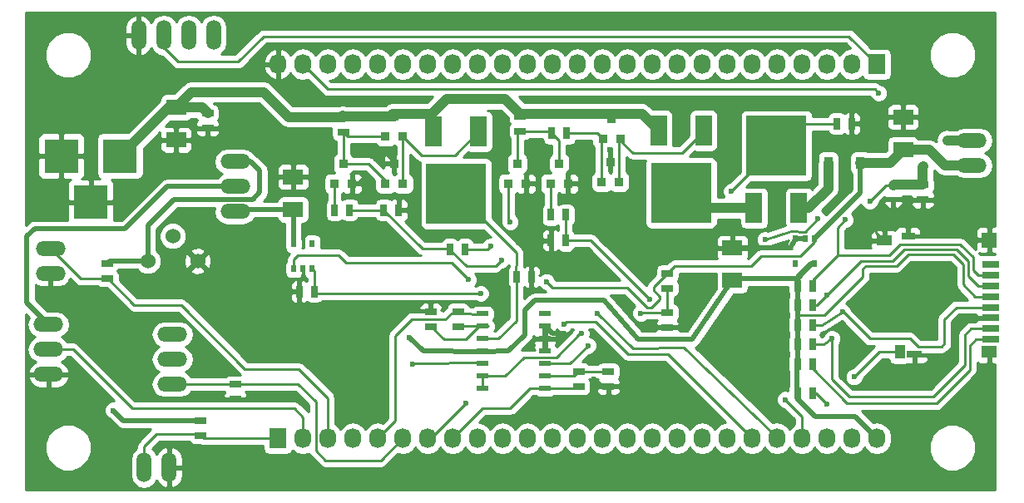
<source format=gtl>
G04 #@! TF.FileFunction,Copper,L1,Top,Signal*
%FSLAX46Y46*%
G04 Gerber Fmt 4.6, Leading zero omitted, Abs format (unit mm)*
G04 Created by KiCad (PCBNEW 4.0.7-e2-6376~58~ubuntu14.04.1) date Thu Jan 18 16:09:12 2018*
%MOMM*%
%LPD*%
G01*
G04 APERTURE LIST*
%ADD10C,0.100000*%
%ADD11R,1.143000X0.635000*%
%ADD12R,2.032000X1.524000*%
%ADD13R,3.500120X3.500120*%
%ADD14R,0.910000X1.220000*%
%ADD15R,0.700000X0.600000*%
%ADD16O,3.014980X1.506220*%
%ADD17R,1.727200X2.032000*%
%ADD18O,1.727200X2.032000*%
%ADD19O,1.506220X3.014980*%
%ADD20R,0.914400X0.914400*%
%ADD21R,1.651000X3.048000*%
%ADD22R,6.096000X6.096000*%
%ADD23R,0.635000X1.143000*%
%ADD24R,0.508000X0.762000*%
%ADD25C,1.500000*%
%ADD26R,1.143000X0.508000*%
%ADD27R,1.000000X1.450000*%
%ADD28R,1.500000X0.800000*%
%ADD29R,1.550000X1.000000*%
%ADD30R,1.500000X1.300000*%
%ADD31R,1.500000X1.500000*%
%ADD32R,1.400000X0.800000*%
%ADD33R,1.800000X0.700000*%
%ADD34C,1.524000*%
%ADD35C,0.600000*%
%ADD36C,1.000000*%
%ADD37C,0.250000*%
%ADD38C,0.500000*%
%ADD39C,0.254000*%
G04 APERTURE END LIST*
D10*
D11*
X79200000Y-65938000D03*
X79200000Y-67462000D03*
D12*
X76000000Y-65349000D03*
X76000000Y-68651000D03*
X150000000Y-69651000D03*
X150000000Y-66349000D03*
X132600000Y-82951000D03*
X132600000Y-79649000D03*
D13*
X70300140Y-70300000D03*
X64300660Y-70300000D03*
X67300400Y-74999000D03*
D14*
X145635000Y-71000000D03*
X142365000Y-71000000D03*
D15*
X149000000Y-74700000D03*
X149000000Y-73300000D03*
D16*
X75600000Y-88460000D03*
X75600000Y-91000000D03*
X75600000Y-93540000D03*
D17*
X86360000Y-99060000D03*
D18*
X88900000Y-99060000D03*
X91440000Y-99060000D03*
X93980000Y-99060000D03*
X96520000Y-99060000D03*
X99060000Y-99060000D03*
X101600000Y-99060000D03*
X104140000Y-99060000D03*
X106680000Y-99060000D03*
X109220000Y-99060000D03*
X111760000Y-99060000D03*
X114300000Y-99060000D03*
X116840000Y-99060000D03*
X119380000Y-99060000D03*
X121920000Y-99060000D03*
X124460000Y-99060000D03*
X127000000Y-99060000D03*
X129540000Y-99060000D03*
X132080000Y-99060000D03*
X134620000Y-99060000D03*
X137160000Y-99060000D03*
X139700000Y-99060000D03*
X142240000Y-99060000D03*
X144780000Y-99060000D03*
X147320000Y-99060000D03*
D17*
X147320000Y-60960000D03*
D18*
X144780000Y-60960000D03*
X142240000Y-60960000D03*
X139700000Y-60960000D03*
X137160000Y-60960000D03*
X134620000Y-60960000D03*
X132080000Y-60960000D03*
X129540000Y-60960000D03*
X127000000Y-60960000D03*
X124460000Y-60960000D03*
X121920000Y-60960000D03*
X119380000Y-60960000D03*
X116840000Y-60960000D03*
X114300000Y-60960000D03*
X111760000Y-60960000D03*
X109220000Y-60960000D03*
X106680000Y-60960000D03*
X104140000Y-60960000D03*
X101600000Y-60960000D03*
X99060000Y-60960000D03*
X96520000Y-60960000D03*
X93980000Y-60960000D03*
X91440000Y-60960000D03*
X88900000Y-60960000D03*
X86360000Y-60960000D03*
D19*
X72730000Y-102000000D03*
X75270000Y-102000000D03*
D16*
X63000000Y-87460000D03*
X63000000Y-90000000D03*
X63000000Y-92540000D03*
X63200000Y-79730000D03*
X63200000Y-82270000D03*
D19*
X72190000Y-58000000D03*
X79810000Y-58000000D03*
X77270000Y-58000000D03*
X74730000Y-58000000D03*
D16*
X157000000Y-71270000D03*
X157000000Y-68730000D03*
D20*
X93889000Y-73116000D03*
X92111000Y-73116000D03*
X93000000Y-71084000D03*
X99089000Y-68316000D03*
X97311000Y-68316000D03*
X98200000Y-66284000D03*
X99089000Y-73116000D03*
X97311000Y-73116000D03*
X98200000Y-71084000D03*
D21*
X106786000Y-67800000D03*
D22*
X104500000Y-74150000D03*
D21*
X102214000Y-67800000D03*
D20*
X115889000Y-73116000D03*
X114111000Y-73116000D03*
X115000000Y-71084000D03*
X111589000Y-73116000D03*
X109811000Y-73116000D03*
X110700000Y-71084000D03*
X121189000Y-68516000D03*
X119411000Y-68516000D03*
X120300000Y-66484000D03*
X121089000Y-72916000D03*
X119311000Y-72916000D03*
X120200000Y-70884000D03*
D21*
X129686000Y-67700000D03*
D22*
X127400000Y-74050000D03*
D21*
X125114000Y-67700000D03*
D23*
X97138000Y-75800000D03*
X98662000Y-75800000D03*
X115662000Y-78900000D03*
X114138000Y-78900000D03*
D11*
X104700000Y-86138000D03*
X104700000Y-87662000D03*
X101900000Y-87662000D03*
X101900000Y-86138000D03*
D23*
X92138000Y-75800000D03*
X93662000Y-75800000D03*
X114138000Y-76300000D03*
X115662000Y-76300000D03*
X105362000Y-79800000D03*
X103838000Y-79800000D03*
D11*
X93000000Y-66338000D03*
X93000000Y-67862000D03*
D23*
X110638000Y-82600000D03*
X112162000Y-82600000D03*
X139238000Y-83500000D03*
X140762000Y-83500000D03*
X139238000Y-87500000D03*
X140762000Y-87500000D03*
X139238000Y-89500000D03*
X140762000Y-89500000D03*
X139238000Y-85500000D03*
X140762000Y-85500000D03*
X139238000Y-91500000D03*
X140762000Y-91500000D03*
D11*
X78500000Y-97238000D03*
X78500000Y-98762000D03*
X111000000Y-66238000D03*
X111000000Y-67762000D03*
D23*
X115762000Y-68000000D03*
X114238000Y-68000000D03*
D11*
X82000000Y-93538000D03*
X82000000Y-95062000D03*
X69000000Y-82762000D03*
X69000000Y-81238000D03*
X117000000Y-93762000D03*
X117000000Y-92238000D03*
D21*
X134814000Y-75600000D03*
D22*
X137100000Y-69250000D03*
D21*
X139386000Y-75600000D03*
D24*
X140952500Y-78730000D03*
X139047500Y-78730000D03*
X140952500Y-81270000D03*
X140000000Y-78730000D03*
X139047500Y-81270000D03*
D11*
X120000000Y-92238000D03*
X120000000Y-93762000D03*
D23*
X143238000Y-67000000D03*
X144762000Y-67000000D03*
D11*
X152000000Y-73238000D03*
X152000000Y-74762000D03*
X126000000Y-82238000D03*
X126000000Y-83762000D03*
X126000000Y-86238000D03*
X126000000Y-87762000D03*
D25*
X121900000Y-77500000D03*
X117800000Y-81900000D03*
X83300000Y-79400000D03*
X129200000Y-83900000D03*
X151200000Y-92600000D03*
D26*
X107188000Y-86360000D03*
X107188000Y-87630000D03*
X107188000Y-88900000D03*
X107188000Y-90170000D03*
X107188000Y-91440000D03*
X107188000Y-92710000D03*
X107188000Y-93980000D03*
X113538000Y-93980000D03*
X113538000Y-92710000D03*
X113538000Y-90170000D03*
X113538000Y-88900000D03*
X113538000Y-87630000D03*
X113538000Y-86360000D03*
X113538000Y-91440000D03*
D27*
X149650000Y-90200000D03*
D28*
X151150000Y-90500000D03*
D29*
X148075000Y-78900000D03*
D30*
X158750000Y-90200000D03*
D31*
X158750000Y-78850000D03*
D32*
X150500000Y-78500000D03*
D33*
X158900000Y-87900000D03*
X158900000Y-89000000D03*
X158900000Y-86800000D03*
X158900000Y-85700000D03*
X158900000Y-84600000D03*
X158900000Y-81300000D03*
X158900000Y-82400000D03*
X158900000Y-83500000D03*
D23*
X139238000Y-94500000D03*
X140762000Y-94500000D03*
D12*
X87900000Y-75751000D03*
X87900000Y-72449000D03*
D16*
X82000000Y-75940000D03*
X82000000Y-73400000D03*
X82000000Y-70860000D03*
D31*
X92000000Y-88600000D03*
X133400000Y-87400000D03*
X93900000Y-78800000D03*
X150700000Y-84400000D03*
D23*
X90062000Y-84100000D03*
X88538000Y-84100000D03*
D24*
X87947500Y-81770000D03*
X89852500Y-81770000D03*
X87947500Y-79230000D03*
X88900000Y-81770000D03*
X89852500Y-79230000D03*
D34*
X75640000Y-78460000D03*
X73100000Y-81000000D03*
X78180000Y-81000000D03*
D35*
X115500000Y-88400000D03*
X118500000Y-93000000D03*
X97250000Y-69820000D03*
X95400000Y-72320000D03*
X118360000Y-69620000D03*
X120170000Y-69680000D03*
X152050000Y-71360000D03*
X154480000Y-68700000D03*
X135940000Y-78800000D03*
X141300000Y-76700000D03*
X146600000Y-74900000D03*
X117900000Y-89600000D03*
X100100000Y-91500000D03*
X105500000Y-95500000D03*
X123300000Y-86300000D03*
X118900000Y-86300000D03*
X109100000Y-80900000D03*
X138000000Y-95100000D03*
X124200000Y-84900000D03*
X110000000Y-77000000D03*
X108000000Y-79500000D03*
X142750000Y-88880000D03*
X143800000Y-86200000D03*
X144100000Y-76800000D03*
X142200000Y-84500000D03*
X132500000Y-73900000D03*
X117210000Y-88370000D03*
X105700000Y-82900000D03*
X113700000Y-83100000D03*
X69600000Y-96200000D03*
X99700000Y-88800000D03*
X147500000Y-63900000D03*
X145000000Y-92800000D03*
X142200000Y-95600000D03*
X115500000Y-87400000D03*
X107000000Y-84300000D03*
D36*
X76000000Y-65349000D02*
X78611000Y-65349000D01*
X78611000Y-65349000D02*
X79200000Y-65938000D01*
X76000000Y-65349000D02*
X75251140Y-65349000D01*
X75251140Y-65349000D02*
X70300140Y-70300000D01*
X93000000Y-66338000D02*
X87438000Y-66338000D01*
X77549000Y-63800000D02*
X76000000Y-65349000D01*
X84900000Y-63800000D02*
X77549000Y-63800000D01*
X87438000Y-66338000D02*
X84900000Y-63800000D01*
X98200000Y-66284000D02*
X93054000Y-66284000D01*
X93054000Y-66284000D02*
X92960000Y-66190000D01*
D37*
X120300000Y-66484000D02*
X119984000Y-66484000D01*
X119984000Y-66484000D02*
X119500000Y-66000000D01*
D36*
X101500000Y-66000000D02*
X102000000Y-66000000D01*
X109500000Y-64500000D02*
X111000000Y-66000000D01*
X103500000Y-64500000D02*
X109500000Y-64500000D01*
X102000000Y-66000000D02*
X103500000Y-64500000D01*
X111000000Y-66000000D02*
X119500000Y-66000000D01*
X119500000Y-66000000D02*
X123414000Y-66000000D01*
X123414000Y-66000000D02*
X125114000Y-67700000D01*
X98000000Y-66000000D02*
X101500000Y-66000000D01*
X101500000Y-66000000D02*
X102214000Y-66714000D01*
X102214000Y-66714000D02*
X102214000Y-67800000D01*
D38*
X113538000Y-90170000D02*
X113538000Y-87630000D01*
X113538000Y-87630000D02*
X114308000Y-88400000D01*
X114308000Y-88400000D02*
X115500000Y-88400000D01*
X118500000Y-93000000D02*
X119262000Y-93762000D01*
X119262000Y-93762000D02*
X120000000Y-93762000D01*
X140000000Y-78730000D02*
X139047500Y-78730000D01*
X139047500Y-78730000D02*
X139017500Y-78760000D01*
X139017500Y-78760000D02*
X138500000Y-79670000D01*
X138500000Y-79670000D02*
X132600000Y-79649000D01*
X98200000Y-71084000D02*
X98200000Y-70770000D01*
X98200000Y-70770000D02*
X97250000Y-69820000D01*
X95400000Y-72320000D02*
X94604000Y-73116000D01*
X94604000Y-73116000D02*
X93889000Y-73116000D01*
X120200000Y-70884000D02*
X120200000Y-69710000D01*
X115889000Y-72091000D02*
X115889000Y-73116000D01*
X118360000Y-69620000D02*
X115889000Y-72091000D01*
X120200000Y-69710000D02*
X120170000Y-69680000D01*
D37*
X147262000Y-78087000D02*
X148075000Y-78900000D01*
X147262000Y-77000000D02*
X147262000Y-78087000D01*
D38*
X82000000Y-73400000D02*
X75100000Y-73400000D01*
X60800000Y-85260000D02*
X63000000Y-87460000D01*
X60800000Y-78500000D02*
X60800000Y-85260000D01*
X61600000Y-77700000D02*
X60800000Y-78500000D01*
X70800000Y-77700000D02*
X61600000Y-77700000D01*
X75100000Y-73400000D02*
X70800000Y-77700000D01*
D36*
X139386000Y-75600000D02*
X140400000Y-75600000D01*
X142365000Y-73635000D02*
X142365000Y-71000000D01*
X140400000Y-75600000D02*
X142365000Y-73635000D01*
X152000000Y-73238000D02*
X149062000Y-73238000D01*
X149062000Y-73238000D02*
X149000000Y-73300000D01*
X157000000Y-68730000D02*
X154510000Y-68730000D01*
X152000000Y-71410000D02*
X152000000Y-73238000D01*
X152050000Y-71360000D02*
X152000000Y-71410000D01*
X154510000Y-68730000D02*
X154480000Y-68700000D01*
D37*
X149000000Y-73300000D02*
X148200000Y-73300000D01*
X140000000Y-78000000D02*
X138620000Y-77989492D01*
X138620000Y-77989492D02*
X135940000Y-78800000D01*
X141300000Y-76700000D02*
X140000000Y-78000000D01*
X148200000Y-73300000D02*
X146600000Y-74900000D01*
X117900000Y-89600000D02*
X116060000Y-91440000D01*
X113190000Y-91440000D02*
X116060000Y-91440000D01*
X107300000Y-91300000D02*
X100160000Y-91440000D01*
X100160000Y-91440000D02*
X100100000Y-91500000D01*
X75600000Y-93540000D02*
X81998000Y-93540000D01*
X81998000Y-93540000D02*
X82038000Y-93500000D01*
X82038000Y-93500000D02*
X88400000Y-93500000D01*
X88400000Y-93500000D02*
X90200000Y-95300000D01*
X90200000Y-95300000D02*
X90200000Y-100300000D01*
X90200000Y-100300000D02*
X91200000Y-101300000D01*
X91200000Y-101300000D02*
X96820000Y-101300000D01*
X96820000Y-101300000D02*
X99060000Y-99060000D01*
X72730000Y-102000000D02*
X72730000Y-99870000D01*
X74000000Y-98600000D02*
X78338000Y-98600000D01*
X72730000Y-99870000D02*
X74000000Y-98600000D01*
X78338000Y-98600000D02*
X78798000Y-99060000D01*
X78798000Y-99060000D02*
X86360000Y-99060000D01*
X63000000Y-90000000D02*
X65500000Y-90000000D01*
X65500000Y-90000000D02*
X71500000Y-96000000D01*
X71500000Y-96000000D02*
X88000000Y-96000000D01*
X88000000Y-96000000D02*
X88900000Y-96900000D01*
X88900000Y-96900000D02*
X88900000Y-99060000D01*
X91440000Y-99060000D02*
X91440000Y-94940000D01*
X71738000Y-85500000D02*
X69038000Y-82800000D01*
X76500000Y-85500000D02*
X71738000Y-85500000D01*
X83000000Y-92000000D02*
X76500000Y-85500000D01*
X88500000Y-92000000D02*
X83000000Y-92000000D01*
X91440000Y-94940000D02*
X88500000Y-92000000D01*
X69038000Y-82800000D02*
X66270000Y-82800000D01*
X66270000Y-82800000D02*
X63200000Y-79730000D01*
X107300000Y-86400000D02*
X104922000Y-86360000D01*
X104922000Y-86360000D02*
X104862000Y-86300000D01*
X104862000Y-86300000D02*
X104000000Y-86300000D01*
X104000000Y-86300000D02*
X103400000Y-86900000D01*
X103400000Y-86900000D02*
X100000000Y-86900000D01*
X100000000Y-86900000D02*
X98300000Y-88600000D01*
X98300000Y-88600000D02*
X98300000Y-97280000D01*
X98300000Y-97280000D02*
X96520000Y-99060000D01*
X96520000Y-99060000D02*
X96520000Y-98520000D01*
X126000000Y-86238000D02*
X123262000Y-86238000D01*
X105500000Y-95500000D02*
X101940000Y-99060000D01*
X123262000Y-86238000D02*
X123300000Y-86300000D01*
X101940000Y-99060000D02*
X101600000Y-99060000D01*
X126000000Y-83762000D02*
X126000000Y-86238000D01*
X116782000Y-93980000D02*
X117000000Y-93762000D01*
X107200000Y-96000000D02*
X104140000Y-99060000D01*
X110000000Y-96000000D02*
X107200000Y-96000000D01*
X113190000Y-93980000D02*
X116782000Y-93980000D01*
X113190000Y-93980000D02*
X112020000Y-93980000D01*
X112020000Y-93980000D02*
X110000000Y-96000000D01*
X137200000Y-99000000D02*
X127700000Y-89800000D01*
X127700000Y-89800000D02*
X122520000Y-89880000D01*
X122520000Y-89880000D02*
X118900000Y-86300000D01*
X109100000Y-80900000D02*
X108500000Y-81500000D01*
X108500000Y-81500000D02*
X105538000Y-81500000D01*
X105538000Y-81500000D02*
X103738000Y-79700000D01*
X103738000Y-79700000D02*
X101038000Y-79700000D01*
X101038000Y-79700000D02*
X97138000Y-75800000D01*
X93662000Y-75800000D02*
X97138000Y-75800000D01*
X115662000Y-78900000D02*
X118200000Y-78900000D01*
X139700000Y-96800000D02*
X139700000Y-99060000D01*
X138000000Y-95100000D02*
X139700000Y-96800000D01*
X118200000Y-78900000D02*
X124200000Y-84900000D01*
X115662000Y-76300000D02*
X115662000Y-78900000D01*
X74730000Y-58000000D02*
X74730000Y-59230000D01*
X74730000Y-59230000D02*
X76200000Y-60700000D01*
X144460000Y-58100000D02*
X147320000Y-60960000D01*
X84900000Y-58100000D02*
X144460000Y-58100000D01*
X82300000Y-60700000D02*
X84900000Y-58100000D01*
X76200000Y-60700000D02*
X82300000Y-60700000D01*
X92138000Y-75800000D02*
X92138000Y-73143000D01*
X92138000Y-73143000D02*
X92111000Y-73116000D01*
X97311000Y-73116000D02*
X97311000Y-72811000D01*
X97311000Y-72811000D02*
X95584000Y-71084000D01*
X95584000Y-71084000D02*
X93000000Y-71084000D01*
X93000000Y-71084000D02*
X93000000Y-67862000D01*
X93000000Y-67862000D02*
X93454000Y-68316000D01*
X93454000Y-68316000D02*
X97311000Y-68316000D01*
X99089000Y-73116000D02*
X99089000Y-68316000D01*
X99089000Y-68316000D02*
X101000000Y-70227000D01*
X101000000Y-70227000D02*
X104359000Y-70227000D01*
X104359000Y-70227000D02*
X106786000Y-67800000D01*
X107188000Y-88900000D02*
X108800000Y-88900000D01*
X110638000Y-87062000D02*
X110638000Y-82600000D01*
X108800000Y-88900000D02*
X110638000Y-87062000D01*
X110638000Y-80138000D02*
X110600000Y-82800000D01*
X104650000Y-74150000D02*
X110638000Y-80138000D01*
X104500000Y-74150000D02*
X104650000Y-74150000D01*
X114111000Y-73116000D02*
X114111000Y-76273000D01*
X114111000Y-76273000D02*
X114138000Y-76300000D01*
X111000000Y-67762000D02*
X114000000Y-67762000D01*
X114000000Y-67762000D02*
X115000000Y-68762000D01*
X115000000Y-68762000D02*
X115000000Y-71084000D01*
X110700000Y-71084000D02*
X110700000Y-68062000D01*
X110700000Y-68062000D02*
X111000000Y-67762000D01*
X105362000Y-79800000D02*
X107700000Y-79800000D01*
X109811000Y-76811000D02*
X109811000Y-73116000D01*
X110000000Y-77000000D02*
X109811000Y-76811000D01*
X107700000Y-79800000D02*
X108000000Y-79500000D01*
X121089000Y-72916000D02*
X121089000Y-68616000D01*
X121089000Y-68616000D02*
X122473000Y-70000000D01*
X122473000Y-70000000D02*
X127500000Y-70000000D01*
X127500000Y-70000000D02*
X129686000Y-67814000D01*
X129686000Y-67814000D02*
X129686000Y-67700000D01*
X115762000Y-68000000D02*
X118895000Y-68000000D01*
X118895000Y-68000000D02*
X119311000Y-68416000D01*
X119311000Y-68416000D02*
X119311000Y-72916000D01*
D36*
X127400000Y-74050000D02*
X127400000Y-74400000D01*
X127400000Y-74400000D02*
X128600000Y-75600000D01*
X128600000Y-75600000D02*
X134814000Y-75600000D01*
D37*
X107000000Y-87630000D02*
X104732000Y-87630000D01*
X104732000Y-87630000D02*
X104700000Y-87662000D01*
X103238000Y-89000000D02*
X101900000Y-87662000D01*
X105500000Y-89000000D02*
X103238000Y-89000000D01*
X107790000Y-87630000D02*
X107000000Y-87630000D01*
X107000000Y-87630000D02*
X106870000Y-87630000D01*
X106870000Y-87630000D02*
X105500000Y-89000000D01*
X142750000Y-88880000D02*
X142750000Y-93050000D01*
X156900000Y-87900000D02*
X158900000Y-87900000D01*
X156300000Y-88500000D02*
X156900000Y-87900000D01*
X156300000Y-91600000D02*
X156300000Y-88500000D01*
X153100000Y-94800000D02*
X156300000Y-91600000D01*
X144500000Y-94800000D02*
X153100000Y-94800000D01*
X142750000Y-93050000D02*
X144500000Y-94800000D01*
X140762000Y-89500000D02*
X141900000Y-89500000D01*
X141900000Y-89500000D02*
X142750000Y-88880000D01*
X140762000Y-91500000D02*
X140762000Y-91962000D01*
X157400000Y-89000000D02*
X158900000Y-89000000D01*
X156800000Y-89600000D02*
X157400000Y-89000000D01*
X156800000Y-92100000D02*
X156800000Y-89600000D01*
X153400000Y-95500000D02*
X156800000Y-92100000D01*
X144300000Y-95500000D02*
X153400000Y-95500000D01*
X140762000Y-91962000D02*
X144300000Y-95500000D01*
X143800000Y-86200000D02*
X143900000Y-86200000D01*
X155400000Y-85700000D02*
X158900000Y-85700000D01*
X154200000Y-86900000D02*
X155400000Y-85700000D01*
X154200000Y-89400000D02*
X154200000Y-86900000D01*
X153900000Y-89700000D02*
X154200000Y-89400000D01*
X151500000Y-89700000D02*
X153900000Y-89700000D01*
X150700000Y-88900000D02*
X151500000Y-89700000D01*
X146600000Y-88900000D02*
X150700000Y-88900000D01*
X143900000Y-86200000D02*
X146600000Y-88900000D01*
X141700000Y-87500000D02*
X143800000Y-86200000D01*
X141700000Y-87500000D02*
X140762000Y-87500000D01*
X143300000Y-80400000D02*
X148600000Y-80400000D01*
X157600000Y-82400000D02*
X158900000Y-82400000D01*
X157100000Y-81900000D02*
X157600000Y-82400000D01*
X157100000Y-80600000D02*
X157100000Y-81900000D01*
X155800000Y-79300000D02*
X157100000Y-80600000D01*
X149700000Y-79300000D02*
X155800000Y-79300000D01*
X148600000Y-80400000D02*
X149700000Y-79300000D01*
X140762000Y-83500000D02*
X140762000Y-82938000D01*
X140762000Y-82938000D02*
X143300000Y-80400000D01*
X143300000Y-77600000D02*
X144100000Y-76800000D01*
X143300000Y-80400000D02*
X143300000Y-77600000D01*
X142200000Y-84500000D02*
X145700000Y-81000000D01*
X157600000Y-83500000D02*
X158900000Y-83500000D01*
X156600000Y-82500000D02*
X157600000Y-83500000D01*
X156600000Y-81000000D02*
X156600000Y-82500000D01*
X155400000Y-79800000D02*
X156600000Y-81000000D01*
X150100000Y-79800000D02*
X155400000Y-79800000D01*
X148900000Y-81000000D02*
X150100000Y-79800000D01*
X145700000Y-81000000D02*
X148900000Y-81000000D01*
X140762000Y-85500000D02*
X141200000Y-85500000D01*
X141200000Y-85500000D02*
X142200000Y-84500000D01*
X120000000Y-92238000D02*
X117000000Y-92238000D01*
X117000000Y-92238000D02*
X116528000Y-92710000D01*
X116528000Y-92710000D02*
X113190000Y-92710000D01*
X107190000Y-92710000D02*
X109490000Y-92710000D01*
X109490000Y-92710000D02*
X111400000Y-90800000D01*
X107190000Y-93980000D02*
X107190000Y-92710000D01*
X111400000Y-90800000D02*
X114700000Y-90800000D01*
X132500000Y-73900000D02*
X137100000Y-69300000D01*
X117110000Y-88370000D02*
X117210000Y-88370000D01*
X114700000Y-90800000D02*
X117110000Y-88370000D01*
X137100000Y-69300000D02*
X137100000Y-69250000D01*
X143238000Y-67000000D02*
X139350000Y-67000000D01*
X139350000Y-67000000D02*
X137100000Y-69250000D01*
X104000000Y-81200000D02*
X93300000Y-81200000D01*
X104000000Y-81200000D02*
X105700000Y-82900000D01*
X113700000Y-83100000D02*
X114300000Y-83700000D01*
X114300000Y-83700000D02*
X121900000Y-83700000D01*
X121900000Y-83700000D02*
X123900000Y-85700000D01*
X123900000Y-85700000D02*
X124400000Y-85700000D01*
X124400000Y-85700000D02*
X125200000Y-84900000D01*
X125200000Y-84900000D02*
X125200000Y-84600000D01*
X125200000Y-84600000D02*
X124600000Y-84000000D01*
X124600000Y-84000000D02*
X124600000Y-83638000D01*
X126000000Y-82238000D02*
X124600000Y-83638000D01*
X87947500Y-80852500D02*
X87947500Y-81770000D01*
X88400000Y-80400000D02*
X87947500Y-80852500D01*
X92500000Y-80400000D02*
X88400000Y-80400000D01*
X93300000Y-81200000D02*
X92500000Y-80400000D01*
X140952500Y-78730000D02*
X140952500Y-79047500D01*
X140952500Y-79047500D02*
X139500000Y-80500000D01*
X126738000Y-81500000D02*
X126000000Y-82238000D01*
X134500000Y-81500000D02*
X126738000Y-81500000D01*
X135500000Y-80500000D02*
X134500000Y-81500000D01*
X139500000Y-80500000D02*
X135500000Y-80500000D01*
D38*
X145635000Y-71000000D02*
X145635000Y-74047500D01*
X145635000Y-74047500D02*
X140952500Y-78730000D01*
D36*
X150000000Y-69651000D02*
X152651000Y-69651000D01*
X154270000Y-71270000D02*
X157000000Y-71270000D01*
X152651000Y-69651000D02*
X154270000Y-71270000D01*
X145635000Y-71000000D02*
X148651000Y-71000000D01*
X148651000Y-71000000D02*
X150000000Y-69651000D01*
D38*
X82000000Y-70860000D02*
X83560000Y-70860000D01*
X73100000Y-77400000D02*
X73100000Y-80900000D01*
X75800000Y-74700000D02*
X73100000Y-77400000D01*
X83800000Y-74700000D02*
X75800000Y-74700000D01*
X84500000Y-74000000D02*
X83800000Y-74700000D01*
X84500000Y-71800000D02*
X84500000Y-74000000D01*
X83560000Y-70860000D02*
X84500000Y-71800000D01*
X73100000Y-80900000D02*
X73000000Y-81000000D01*
X78500000Y-97238000D02*
X70638000Y-97238000D01*
X70638000Y-97238000D02*
X69600000Y-96200000D01*
X73000000Y-81000000D02*
X69238000Y-81000000D01*
X69238000Y-81000000D02*
X69000000Y-81238000D01*
X107300000Y-90200000D02*
X101170000Y-90170000D01*
X99700000Y-88800000D02*
X101170000Y-90170000D01*
X139200000Y-91538000D02*
X139200000Y-94970000D01*
X107300000Y-90200000D02*
X109830000Y-90170000D01*
X109830000Y-90170000D02*
X111500000Y-88500000D01*
X111500000Y-88500000D02*
X111500000Y-86000000D01*
X111500000Y-86000000D02*
X112500000Y-85000000D01*
X112500000Y-85000000D02*
X119500000Y-85000000D01*
X119500000Y-85000000D02*
X123000000Y-89000000D01*
X123000000Y-89000000D02*
X128500000Y-89000000D01*
D37*
X139238000Y-86500000D02*
X142000000Y-86500000D01*
X157300000Y-84600000D02*
X158900000Y-84600000D01*
X156100000Y-83400000D02*
X157300000Y-84600000D01*
X156100000Y-81300000D02*
X156100000Y-83400000D01*
X155100000Y-80300000D02*
X156100000Y-81300000D01*
X150500000Y-80300000D02*
X155100000Y-80300000D01*
X149300000Y-81500000D02*
X150500000Y-80300000D01*
X146200000Y-81500000D02*
X149300000Y-81500000D01*
X145900000Y-81800000D02*
X146200000Y-81500000D01*
X145900000Y-82600000D02*
X145900000Y-81800000D01*
X142000000Y-86500000D02*
X145900000Y-82600000D01*
D38*
X139238000Y-83500000D02*
X139238000Y-85500000D01*
X140952500Y-81270000D02*
X140600000Y-81270000D01*
X139238000Y-82632000D02*
X139238000Y-85500000D01*
X140600000Y-81270000D02*
X139238000Y-82632000D01*
X139238000Y-85500000D02*
X139238000Y-86500000D01*
X139238000Y-86500000D02*
X139238000Y-87500000D01*
X139238000Y-87500000D02*
X139238000Y-89500000D01*
X139238000Y-89500000D02*
X139238000Y-91500000D01*
X139238000Y-91500000D02*
X139200000Y-91538000D01*
X145100000Y-96840000D02*
X147320000Y-99060000D01*
X128500000Y-89000000D02*
X132600000Y-82951000D01*
X139250000Y-82750000D02*
X132801000Y-82750000D01*
X132801000Y-82750000D02*
X132600000Y-82951000D01*
X140952500Y-81270000D02*
X140730000Y-81270000D01*
X140730000Y-81270000D02*
X139250000Y-82750000D01*
X141070000Y-96840000D02*
X145100000Y-96840000D01*
X139200000Y-94970000D02*
X141070000Y-96840000D01*
X87947500Y-79230000D02*
X87947500Y-75798500D01*
X87947500Y-75798500D02*
X87900000Y-75751000D01*
X87900000Y-75751000D02*
X82189000Y-75751000D01*
X82189000Y-75751000D02*
X82000000Y-75940000D01*
D37*
X91440000Y-63500000D02*
X88900000Y-60960000D01*
X147100000Y-63500000D02*
X91440000Y-63500000D01*
X147500000Y-63900000D02*
X147100000Y-63500000D01*
X147600000Y-90200000D02*
X149650000Y-90200000D01*
X145000000Y-92800000D02*
X147600000Y-90200000D01*
X140762000Y-94500000D02*
X141100000Y-94500000D01*
X141100000Y-94500000D02*
X142200000Y-95600000D01*
X90062000Y-84100000D02*
X90062000Y-81979500D01*
X90062000Y-81979500D02*
X89852500Y-81770000D01*
X90362000Y-84300000D02*
X107000000Y-84300000D01*
X126060000Y-90500000D02*
X134620000Y-99060000D01*
X122000000Y-90500000D02*
X126060000Y-90500000D01*
X118700000Y-87200000D02*
X122000000Y-90500000D01*
X115700000Y-87200000D02*
X118700000Y-87200000D01*
X115500000Y-87400000D02*
X115700000Y-87200000D01*
X90152500Y-84090500D02*
X90362000Y-84300000D01*
D39*
G36*
X61039766Y-86751346D02*
X60921200Y-86928793D01*
X60815536Y-87460000D01*
X60921200Y-87991207D01*
X61222104Y-88441542D01*
X61653812Y-88730000D01*
X61222104Y-89018458D01*
X60921200Y-89468793D01*
X60815536Y-90000000D01*
X60921200Y-90531207D01*
X61222104Y-90981542D01*
X61672439Y-91282446D01*
X61675306Y-91283016D01*
X61597081Y-91306154D01*
X61174276Y-91648260D01*
X60914573Y-92126125D01*
X60900217Y-92198326D01*
X61022838Y-92413000D01*
X62873000Y-92413000D01*
X62873000Y-92393000D01*
X63127000Y-92393000D01*
X63127000Y-92413000D01*
X64977162Y-92413000D01*
X65099783Y-92198326D01*
X65085427Y-92126125D01*
X64825724Y-91648260D01*
X64402919Y-91306154D01*
X64324694Y-91283016D01*
X64327561Y-91282446D01*
X64777896Y-90981542D01*
X64925926Y-90760000D01*
X65185198Y-90760000D01*
X69690276Y-95265078D01*
X69414833Y-95264838D01*
X69071057Y-95406883D01*
X68807808Y-95669673D01*
X68665162Y-96013201D01*
X68664838Y-96385167D01*
X68806883Y-96728943D01*
X69069673Y-96992192D01*
X69190986Y-97042566D01*
X70012208Y-97863787D01*
X70012210Y-97863790D01*
X70299325Y-98055633D01*
X70355516Y-98066810D01*
X70638000Y-98123001D01*
X70638005Y-98123000D01*
X73402198Y-98123000D01*
X72192599Y-99332599D01*
X72027852Y-99579161D01*
X71970000Y-99870000D01*
X71970000Y-100074074D01*
X71748458Y-100222104D01*
X71447554Y-100672439D01*
X71341890Y-101203646D01*
X71341890Y-102796354D01*
X71447554Y-103327561D01*
X71748458Y-103777896D01*
X72198793Y-104078800D01*
X72730000Y-104184464D01*
X73261207Y-104078800D01*
X73711542Y-103777896D01*
X74012446Y-103327561D01*
X74013016Y-103324694D01*
X74036154Y-103402919D01*
X74378260Y-103825724D01*
X74856125Y-104085427D01*
X74928326Y-104099783D01*
X75143000Y-103977162D01*
X75143000Y-102127000D01*
X75397000Y-102127000D01*
X75397000Y-103977162D01*
X75611674Y-104099783D01*
X75683875Y-104085427D01*
X76161740Y-103825724D01*
X76503846Y-103402919D01*
X76658110Y-102881380D01*
X76658110Y-102127000D01*
X75397000Y-102127000D01*
X75143000Y-102127000D01*
X75123000Y-102127000D01*
X75123000Y-101873000D01*
X75143000Y-101873000D01*
X75143000Y-100022838D01*
X75397000Y-100022838D01*
X75397000Y-101873000D01*
X76658110Y-101873000D01*
X76658110Y-101118620D01*
X76503846Y-100597081D01*
X76161740Y-100174276D01*
X75683875Y-99914573D01*
X75611674Y-99900217D01*
X75397000Y-100022838D01*
X75143000Y-100022838D01*
X74928326Y-99900217D01*
X74856125Y-99914573D01*
X74378260Y-100174276D01*
X74036154Y-100597081D01*
X74013016Y-100675306D01*
X74012446Y-100672439D01*
X73711542Y-100222104D01*
X73556376Y-100118426D01*
X74314802Y-99360000D01*
X77354412Y-99360000D01*
X77464410Y-99530941D01*
X77676610Y-99675931D01*
X77928500Y-99726940D01*
X78454468Y-99726940D01*
X78507160Y-99762148D01*
X78798000Y-99820000D01*
X84848960Y-99820000D01*
X84848960Y-100076000D01*
X84893238Y-100311317D01*
X85032310Y-100527441D01*
X85244510Y-100672431D01*
X85496400Y-100723440D01*
X87223600Y-100723440D01*
X87458917Y-100679162D01*
X87675041Y-100540090D01*
X87820031Y-100327890D01*
X87828400Y-100286561D01*
X87840330Y-100304415D01*
X88326511Y-100629271D01*
X88900000Y-100743345D01*
X89473489Y-100629271D01*
X89508085Y-100606154D01*
X89662599Y-100837401D01*
X90662599Y-101837401D01*
X90909161Y-102002148D01*
X91200000Y-102060000D01*
X96820000Y-102060000D01*
X97110839Y-102002148D01*
X97357401Y-101837401D01*
X98552421Y-100642381D01*
X99060000Y-100743345D01*
X99633489Y-100629271D01*
X100119670Y-100304415D01*
X100330000Y-99989634D01*
X100540330Y-100304415D01*
X101026511Y-100629271D01*
X101600000Y-100743345D01*
X102173489Y-100629271D01*
X102659670Y-100304415D01*
X102870000Y-99989634D01*
X103080330Y-100304415D01*
X103566511Y-100629271D01*
X104140000Y-100743345D01*
X104713489Y-100629271D01*
X105199670Y-100304415D01*
X105410000Y-99989634D01*
X105620330Y-100304415D01*
X106106511Y-100629271D01*
X106680000Y-100743345D01*
X107253489Y-100629271D01*
X107739670Y-100304415D01*
X107950000Y-99989634D01*
X108160330Y-100304415D01*
X108646511Y-100629271D01*
X109220000Y-100743345D01*
X109793489Y-100629271D01*
X110279670Y-100304415D01*
X110490000Y-99989634D01*
X110700330Y-100304415D01*
X111186511Y-100629271D01*
X111760000Y-100743345D01*
X112333489Y-100629271D01*
X112819670Y-100304415D01*
X113030000Y-99989634D01*
X113240330Y-100304415D01*
X113726511Y-100629271D01*
X114300000Y-100743345D01*
X114873489Y-100629271D01*
X115359670Y-100304415D01*
X115570000Y-99989634D01*
X115780330Y-100304415D01*
X116266511Y-100629271D01*
X116840000Y-100743345D01*
X117413489Y-100629271D01*
X117899670Y-100304415D01*
X118110000Y-99989634D01*
X118320330Y-100304415D01*
X118806511Y-100629271D01*
X119380000Y-100743345D01*
X119953489Y-100629271D01*
X120439670Y-100304415D01*
X120650000Y-99989634D01*
X120860330Y-100304415D01*
X121346511Y-100629271D01*
X121920000Y-100743345D01*
X122493489Y-100629271D01*
X122979670Y-100304415D01*
X123190000Y-99989634D01*
X123400330Y-100304415D01*
X123886511Y-100629271D01*
X124460000Y-100743345D01*
X125033489Y-100629271D01*
X125519670Y-100304415D01*
X125730000Y-99989634D01*
X125940330Y-100304415D01*
X126426511Y-100629271D01*
X127000000Y-100743345D01*
X127573489Y-100629271D01*
X128059670Y-100304415D01*
X128270000Y-99989634D01*
X128480330Y-100304415D01*
X128966511Y-100629271D01*
X129540000Y-100743345D01*
X130113489Y-100629271D01*
X130599670Y-100304415D01*
X130810000Y-99989634D01*
X131020330Y-100304415D01*
X131506511Y-100629271D01*
X132080000Y-100743345D01*
X132653489Y-100629271D01*
X133139670Y-100304415D01*
X133350000Y-99989634D01*
X133560330Y-100304415D01*
X134046511Y-100629271D01*
X134620000Y-100743345D01*
X135193489Y-100629271D01*
X135679670Y-100304415D01*
X135890000Y-99989634D01*
X136100330Y-100304415D01*
X136586511Y-100629271D01*
X137160000Y-100743345D01*
X137733489Y-100629271D01*
X138219670Y-100304415D01*
X138430000Y-99989634D01*
X138640330Y-100304415D01*
X139126511Y-100629271D01*
X139700000Y-100743345D01*
X140273489Y-100629271D01*
X140759670Y-100304415D01*
X140970000Y-99989634D01*
X141180330Y-100304415D01*
X141666511Y-100629271D01*
X142240000Y-100743345D01*
X142813489Y-100629271D01*
X143299670Y-100304415D01*
X143510000Y-99989634D01*
X143720330Y-100304415D01*
X144206511Y-100629271D01*
X144780000Y-100743345D01*
X145353489Y-100629271D01*
X145839670Y-100304415D01*
X146050000Y-99989634D01*
X146260330Y-100304415D01*
X146746511Y-100629271D01*
X147320000Y-100743345D01*
X147893489Y-100629271D01*
X148128375Y-100472325D01*
X152614587Y-100472325D01*
X152976916Y-101349229D01*
X153647242Y-102020726D01*
X154523513Y-102384585D01*
X155472325Y-102385413D01*
X156349229Y-102023084D01*
X157020726Y-101352758D01*
X157384585Y-100476487D01*
X157385413Y-99527675D01*
X157023084Y-98650771D01*
X156352758Y-97979274D01*
X155476487Y-97615415D01*
X154527675Y-97614587D01*
X153650771Y-97976916D01*
X152979274Y-98647242D01*
X152615415Y-99523513D01*
X152614587Y-100472325D01*
X148128375Y-100472325D01*
X148379670Y-100304415D01*
X148704526Y-99818234D01*
X148818600Y-99244745D01*
X148818600Y-98875255D01*
X148704526Y-98301766D01*
X148379670Y-97815585D01*
X147893489Y-97490729D01*
X147320000Y-97376655D01*
X146959869Y-97448289D01*
X145771580Y-96260000D01*
X153400000Y-96260000D01*
X153690839Y-96202148D01*
X153937401Y-96037401D01*
X157337401Y-92637401D01*
X157502148Y-92390839D01*
X157560000Y-92100000D01*
X157560000Y-91308026D01*
X157640301Y-91388327D01*
X157873690Y-91485000D01*
X158464250Y-91485000D01*
X158623000Y-91326250D01*
X158623000Y-90327000D01*
X158603000Y-90327000D01*
X158603000Y-90073000D01*
X158623000Y-90073000D01*
X158623000Y-90053000D01*
X158877000Y-90053000D01*
X158877000Y-90073000D01*
X158897000Y-90073000D01*
X158897000Y-90327000D01*
X158877000Y-90327000D01*
X158877000Y-91326250D01*
X159035750Y-91485000D01*
X159290000Y-91485000D01*
X159290000Y-104290000D01*
X60710000Y-104290000D01*
X60710000Y-100472325D01*
X62614587Y-100472325D01*
X62976916Y-101349229D01*
X63647242Y-102020726D01*
X64523513Y-102384585D01*
X65472325Y-102385413D01*
X66349229Y-102023084D01*
X67020726Y-101352758D01*
X67384585Y-100476487D01*
X67385413Y-99527675D01*
X67023084Y-98650771D01*
X66352758Y-97979274D01*
X65476487Y-97615415D01*
X64527675Y-97614587D01*
X63650771Y-97976916D01*
X62979274Y-98647242D01*
X62615415Y-99523513D01*
X62614587Y-100472325D01*
X60710000Y-100472325D01*
X60710000Y-92881674D01*
X60900217Y-92881674D01*
X60914573Y-92953875D01*
X61174276Y-93431740D01*
X61597081Y-93773846D01*
X62118620Y-93928110D01*
X62873000Y-93928110D01*
X62873000Y-92667000D01*
X63127000Y-92667000D01*
X63127000Y-93928110D01*
X63881380Y-93928110D01*
X64402919Y-93773846D01*
X64825724Y-93431740D01*
X65085427Y-92953875D01*
X65099783Y-92881674D01*
X64977162Y-92667000D01*
X63127000Y-92667000D01*
X62873000Y-92667000D01*
X61022838Y-92667000D01*
X60900217Y-92881674D01*
X60710000Y-92881674D01*
X60710000Y-86421580D01*
X61039766Y-86751346D01*
X61039766Y-86751346D01*
G37*
X61039766Y-86751346D02*
X60921200Y-86928793D01*
X60815536Y-87460000D01*
X60921200Y-87991207D01*
X61222104Y-88441542D01*
X61653812Y-88730000D01*
X61222104Y-89018458D01*
X60921200Y-89468793D01*
X60815536Y-90000000D01*
X60921200Y-90531207D01*
X61222104Y-90981542D01*
X61672439Y-91282446D01*
X61675306Y-91283016D01*
X61597081Y-91306154D01*
X61174276Y-91648260D01*
X60914573Y-92126125D01*
X60900217Y-92198326D01*
X61022838Y-92413000D01*
X62873000Y-92413000D01*
X62873000Y-92393000D01*
X63127000Y-92393000D01*
X63127000Y-92413000D01*
X64977162Y-92413000D01*
X65099783Y-92198326D01*
X65085427Y-92126125D01*
X64825724Y-91648260D01*
X64402919Y-91306154D01*
X64324694Y-91283016D01*
X64327561Y-91282446D01*
X64777896Y-90981542D01*
X64925926Y-90760000D01*
X65185198Y-90760000D01*
X69690276Y-95265078D01*
X69414833Y-95264838D01*
X69071057Y-95406883D01*
X68807808Y-95669673D01*
X68665162Y-96013201D01*
X68664838Y-96385167D01*
X68806883Y-96728943D01*
X69069673Y-96992192D01*
X69190986Y-97042566D01*
X70012208Y-97863787D01*
X70012210Y-97863790D01*
X70299325Y-98055633D01*
X70355516Y-98066810D01*
X70638000Y-98123001D01*
X70638005Y-98123000D01*
X73402198Y-98123000D01*
X72192599Y-99332599D01*
X72027852Y-99579161D01*
X71970000Y-99870000D01*
X71970000Y-100074074D01*
X71748458Y-100222104D01*
X71447554Y-100672439D01*
X71341890Y-101203646D01*
X71341890Y-102796354D01*
X71447554Y-103327561D01*
X71748458Y-103777896D01*
X72198793Y-104078800D01*
X72730000Y-104184464D01*
X73261207Y-104078800D01*
X73711542Y-103777896D01*
X74012446Y-103327561D01*
X74013016Y-103324694D01*
X74036154Y-103402919D01*
X74378260Y-103825724D01*
X74856125Y-104085427D01*
X74928326Y-104099783D01*
X75143000Y-103977162D01*
X75143000Y-102127000D01*
X75397000Y-102127000D01*
X75397000Y-103977162D01*
X75611674Y-104099783D01*
X75683875Y-104085427D01*
X76161740Y-103825724D01*
X76503846Y-103402919D01*
X76658110Y-102881380D01*
X76658110Y-102127000D01*
X75397000Y-102127000D01*
X75143000Y-102127000D01*
X75123000Y-102127000D01*
X75123000Y-101873000D01*
X75143000Y-101873000D01*
X75143000Y-100022838D01*
X75397000Y-100022838D01*
X75397000Y-101873000D01*
X76658110Y-101873000D01*
X76658110Y-101118620D01*
X76503846Y-100597081D01*
X76161740Y-100174276D01*
X75683875Y-99914573D01*
X75611674Y-99900217D01*
X75397000Y-100022838D01*
X75143000Y-100022838D01*
X74928326Y-99900217D01*
X74856125Y-99914573D01*
X74378260Y-100174276D01*
X74036154Y-100597081D01*
X74013016Y-100675306D01*
X74012446Y-100672439D01*
X73711542Y-100222104D01*
X73556376Y-100118426D01*
X74314802Y-99360000D01*
X77354412Y-99360000D01*
X77464410Y-99530941D01*
X77676610Y-99675931D01*
X77928500Y-99726940D01*
X78454468Y-99726940D01*
X78507160Y-99762148D01*
X78798000Y-99820000D01*
X84848960Y-99820000D01*
X84848960Y-100076000D01*
X84893238Y-100311317D01*
X85032310Y-100527441D01*
X85244510Y-100672431D01*
X85496400Y-100723440D01*
X87223600Y-100723440D01*
X87458917Y-100679162D01*
X87675041Y-100540090D01*
X87820031Y-100327890D01*
X87828400Y-100286561D01*
X87840330Y-100304415D01*
X88326511Y-100629271D01*
X88900000Y-100743345D01*
X89473489Y-100629271D01*
X89508085Y-100606154D01*
X89662599Y-100837401D01*
X90662599Y-101837401D01*
X90909161Y-102002148D01*
X91200000Y-102060000D01*
X96820000Y-102060000D01*
X97110839Y-102002148D01*
X97357401Y-101837401D01*
X98552421Y-100642381D01*
X99060000Y-100743345D01*
X99633489Y-100629271D01*
X100119670Y-100304415D01*
X100330000Y-99989634D01*
X100540330Y-100304415D01*
X101026511Y-100629271D01*
X101600000Y-100743345D01*
X102173489Y-100629271D01*
X102659670Y-100304415D01*
X102870000Y-99989634D01*
X103080330Y-100304415D01*
X103566511Y-100629271D01*
X104140000Y-100743345D01*
X104713489Y-100629271D01*
X105199670Y-100304415D01*
X105410000Y-99989634D01*
X105620330Y-100304415D01*
X106106511Y-100629271D01*
X106680000Y-100743345D01*
X107253489Y-100629271D01*
X107739670Y-100304415D01*
X107950000Y-99989634D01*
X108160330Y-100304415D01*
X108646511Y-100629271D01*
X109220000Y-100743345D01*
X109793489Y-100629271D01*
X110279670Y-100304415D01*
X110490000Y-99989634D01*
X110700330Y-100304415D01*
X111186511Y-100629271D01*
X111760000Y-100743345D01*
X112333489Y-100629271D01*
X112819670Y-100304415D01*
X113030000Y-99989634D01*
X113240330Y-100304415D01*
X113726511Y-100629271D01*
X114300000Y-100743345D01*
X114873489Y-100629271D01*
X115359670Y-100304415D01*
X115570000Y-99989634D01*
X115780330Y-100304415D01*
X116266511Y-100629271D01*
X116840000Y-100743345D01*
X117413489Y-100629271D01*
X117899670Y-100304415D01*
X118110000Y-99989634D01*
X118320330Y-100304415D01*
X118806511Y-100629271D01*
X119380000Y-100743345D01*
X119953489Y-100629271D01*
X120439670Y-100304415D01*
X120650000Y-99989634D01*
X120860330Y-100304415D01*
X121346511Y-100629271D01*
X121920000Y-100743345D01*
X122493489Y-100629271D01*
X122979670Y-100304415D01*
X123190000Y-99989634D01*
X123400330Y-100304415D01*
X123886511Y-100629271D01*
X124460000Y-100743345D01*
X125033489Y-100629271D01*
X125519670Y-100304415D01*
X125730000Y-99989634D01*
X125940330Y-100304415D01*
X126426511Y-100629271D01*
X127000000Y-100743345D01*
X127573489Y-100629271D01*
X128059670Y-100304415D01*
X128270000Y-99989634D01*
X128480330Y-100304415D01*
X128966511Y-100629271D01*
X129540000Y-100743345D01*
X130113489Y-100629271D01*
X130599670Y-100304415D01*
X130810000Y-99989634D01*
X131020330Y-100304415D01*
X131506511Y-100629271D01*
X132080000Y-100743345D01*
X132653489Y-100629271D01*
X133139670Y-100304415D01*
X133350000Y-99989634D01*
X133560330Y-100304415D01*
X134046511Y-100629271D01*
X134620000Y-100743345D01*
X135193489Y-100629271D01*
X135679670Y-100304415D01*
X135890000Y-99989634D01*
X136100330Y-100304415D01*
X136586511Y-100629271D01*
X137160000Y-100743345D01*
X137733489Y-100629271D01*
X138219670Y-100304415D01*
X138430000Y-99989634D01*
X138640330Y-100304415D01*
X139126511Y-100629271D01*
X139700000Y-100743345D01*
X140273489Y-100629271D01*
X140759670Y-100304415D01*
X140970000Y-99989634D01*
X141180330Y-100304415D01*
X141666511Y-100629271D01*
X142240000Y-100743345D01*
X142813489Y-100629271D01*
X143299670Y-100304415D01*
X143510000Y-99989634D01*
X143720330Y-100304415D01*
X144206511Y-100629271D01*
X144780000Y-100743345D01*
X145353489Y-100629271D01*
X145839670Y-100304415D01*
X146050000Y-99989634D01*
X146260330Y-100304415D01*
X146746511Y-100629271D01*
X147320000Y-100743345D01*
X147893489Y-100629271D01*
X148128375Y-100472325D01*
X152614587Y-100472325D01*
X152976916Y-101349229D01*
X153647242Y-102020726D01*
X154523513Y-102384585D01*
X155472325Y-102385413D01*
X156349229Y-102023084D01*
X157020726Y-101352758D01*
X157384585Y-100476487D01*
X157385413Y-99527675D01*
X157023084Y-98650771D01*
X156352758Y-97979274D01*
X155476487Y-97615415D01*
X154527675Y-97614587D01*
X153650771Y-97976916D01*
X152979274Y-98647242D01*
X152615415Y-99523513D01*
X152614587Y-100472325D01*
X148128375Y-100472325D01*
X148379670Y-100304415D01*
X148704526Y-99818234D01*
X148818600Y-99244745D01*
X148818600Y-98875255D01*
X148704526Y-98301766D01*
X148379670Y-97815585D01*
X147893489Y-97490729D01*
X147320000Y-97376655D01*
X146959869Y-97448289D01*
X145771580Y-96260000D01*
X153400000Y-96260000D01*
X153690839Y-96202148D01*
X153937401Y-96037401D01*
X157337401Y-92637401D01*
X157502148Y-92390839D01*
X157560000Y-92100000D01*
X157560000Y-91308026D01*
X157640301Y-91388327D01*
X157873690Y-91485000D01*
X158464250Y-91485000D01*
X158623000Y-91326250D01*
X158623000Y-90327000D01*
X158603000Y-90327000D01*
X158603000Y-90073000D01*
X158623000Y-90073000D01*
X158623000Y-90053000D01*
X158877000Y-90053000D01*
X158877000Y-90073000D01*
X158897000Y-90073000D01*
X158897000Y-90327000D01*
X158877000Y-90327000D01*
X158877000Y-91326250D01*
X159035750Y-91485000D01*
X159290000Y-91485000D01*
X159290000Y-104290000D01*
X60710000Y-104290000D01*
X60710000Y-100472325D01*
X62614587Y-100472325D01*
X62976916Y-101349229D01*
X63647242Y-102020726D01*
X64523513Y-102384585D01*
X65472325Y-102385413D01*
X66349229Y-102023084D01*
X67020726Y-101352758D01*
X67384585Y-100476487D01*
X67385413Y-99527675D01*
X67023084Y-98650771D01*
X66352758Y-97979274D01*
X65476487Y-97615415D01*
X64527675Y-97614587D01*
X63650771Y-97976916D01*
X62979274Y-98647242D01*
X62615415Y-99523513D01*
X62614587Y-100472325D01*
X60710000Y-100472325D01*
X60710000Y-92881674D01*
X60900217Y-92881674D01*
X60914573Y-92953875D01*
X61174276Y-93431740D01*
X61597081Y-93773846D01*
X62118620Y-93928110D01*
X62873000Y-93928110D01*
X62873000Y-92667000D01*
X63127000Y-92667000D01*
X63127000Y-93928110D01*
X63881380Y-93928110D01*
X64402919Y-93773846D01*
X64825724Y-93431740D01*
X65085427Y-92953875D01*
X65099783Y-92881674D01*
X64977162Y-92667000D01*
X63127000Y-92667000D01*
X62873000Y-92667000D01*
X61022838Y-92667000D01*
X60900217Y-92881674D01*
X60710000Y-92881674D01*
X60710000Y-86421580D01*
X61039766Y-86751346D01*
G36*
X121462599Y-91037401D02*
X121709161Y-91202148D01*
X122000000Y-91260000D01*
X125745198Y-91260000D01*
X131898046Y-97412848D01*
X131506511Y-97490729D01*
X131020330Y-97815585D01*
X130810000Y-98130366D01*
X130599670Y-97815585D01*
X130113489Y-97490729D01*
X129540000Y-97376655D01*
X128966511Y-97490729D01*
X128480330Y-97815585D01*
X128270000Y-98130366D01*
X128059670Y-97815585D01*
X127573489Y-97490729D01*
X127000000Y-97376655D01*
X126426511Y-97490729D01*
X125940330Y-97815585D01*
X125730000Y-98130366D01*
X125519670Y-97815585D01*
X125033489Y-97490729D01*
X124460000Y-97376655D01*
X123886511Y-97490729D01*
X123400330Y-97815585D01*
X123190000Y-98130366D01*
X122979670Y-97815585D01*
X122493489Y-97490729D01*
X121920000Y-97376655D01*
X121346511Y-97490729D01*
X120860330Y-97815585D01*
X120650000Y-98130366D01*
X120439670Y-97815585D01*
X119953489Y-97490729D01*
X119380000Y-97376655D01*
X118806511Y-97490729D01*
X118320330Y-97815585D01*
X118110000Y-98130366D01*
X117899670Y-97815585D01*
X117413489Y-97490729D01*
X116840000Y-97376655D01*
X116266511Y-97490729D01*
X115780330Y-97815585D01*
X115570000Y-98130366D01*
X115359670Y-97815585D01*
X114873489Y-97490729D01*
X114300000Y-97376655D01*
X113726511Y-97490729D01*
X113240330Y-97815585D01*
X113030000Y-98130366D01*
X112819670Y-97815585D01*
X112333489Y-97490729D01*
X111760000Y-97376655D01*
X111186511Y-97490729D01*
X110700330Y-97815585D01*
X110490000Y-98130366D01*
X110279670Y-97815585D01*
X109793489Y-97490729D01*
X109220000Y-97376655D01*
X108646511Y-97490729D01*
X108160330Y-97815585D01*
X107950000Y-98130366D01*
X107739670Y-97815585D01*
X107253489Y-97490729D01*
X106861955Y-97412848D01*
X107514803Y-96760000D01*
X110000000Y-96760000D01*
X110290839Y-96702148D01*
X110537401Y-96537401D01*
X112334802Y-94740000D01*
X112582260Y-94740000D01*
X112714610Y-94830431D01*
X112966500Y-94881440D01*
X114109500Y-94881440D01*
X114344817Y-94837162D01*
X114495811Y-94740000D01*
X116782000Y-94740000D01*
X116847656Y-94726940D01*
X117571500Y-94726940D01*
X117806817Y-94682662D01*
X118022941Y-94543590D01*
X118167931Y-94331390D01*
X118218940Y-94079500D01*
X118218940Y-94047750D01*
X118793500Y-94047750D01*
X118793500Y-94205809D01*
X118890173Y-94439198D01*
X119068801Y-94617827D01*
X119302190Y-94714500D01*
X119714250Y-94714500D01*
X119873000Y-94555750D01*
X119873000Y-93889000D01*
X120127000Y-93889000D01*
X120127000Y-94555750D01*
X120285750Y-94714500D01*
X120697810Y-94714500D01*
X120931199Y-94617827D01*
X121109827Y-94439198D01*
X121206500Y-94205809D01*
X121206500Y-94047750D01*
X121047750Y-93889000D01*
X120127000Y-93889000D01*
X119873000Y-93889000D01*
X118952250Y-93889000D01*
X118793500Y-94047750D01*
X118218940Y-94047750D01*
X118218940Y-93444500D01*
X118174662Y-93209183D01*
X118038769Y-92998000D01*
X118958657Y-92998000D01*
X118964410Y-93006941D01*
X118966563Y-93008412D01*
X118890173Y-93084802D01*
X118793500Y-93318191D01*
X118793500Y-93476250D01*
X118952250Y-93635000D01*
X119873000Y-93635000D01*
X119873000Y-93615000D01*
X120127000Y-93615000D01*
X120127000Y-93635000D01*
X121047750Y-93635000D01*
X121206500Y-93476250D01*
X121206500Y-93318191D01*
X121109827Y-93084802D01*
X121031739Y-93006714D01*
X121167931Y-92807390D01*
X121218940Y-92555500D01*
X121218940Y-91920500D01*
X121174662Y-91685183D01*
X121035590Y-91469059D01*
X120823390Y-91324069D01*
X120571500Y-91273060D01*
X119428500Y-91273060D01*
X119193183Y-91317338D01*
X118977059Y-91456410D01*
X118962307Y-91478000D01*
X118041343Y-91478000D01*
X118035590Y-91469059D01*
X117823390Y-91324069D01*
X117571500Y-91273060D01*
X117301742Y-91273060D01*
X118039680Y-90535122D01*
X118085167Y-90535162D01*
X118428943Y-90393117D01*
X118692192Y-90130327D01*
X118834838Y-89786799D01*
X118835162Y-89414833D01*
X118693117Y-89071057D01*
X118430327Y-88807808D01*
X118097923Y-88669781D01*
X118144838Y-88556799D01*
X118145162Y-88184833D01*
X118052263Y-87960000D01*
X118385198Y-87960000D01*
X121462599Y-91037401D01*
X121462599Y-91037401D01*
G37*
X121462599Y-91037401D02*
X121709161Y-91202148D01*
X122000000Y-91260000D01*
X125745198Y-91260000D01*
X131898046Y-97412848D01*
X131506511Y-97490729D01*
X131020330Y-97815585D01*
X130810000Y-98130366D01*
X130599670Y-97815585D01*
X130113489Y-97490729D01*
X129540000Y-97376655D01*
X128966511Y-97490729D01*
X128480330Y-97815585D01*
X128270000Y-98130366D01*
X128059670Y-97815585D01*
X127573489Y-97490729D01*
X127000000Y-97376655D01*
X126426511Y-97490729D01*
X125940330Y-97815585D01*
X125730000Y-98130366D01*
X125519670Y-97815585D01*
X125033489Y-97490729D01*
X124460000Y-97376655D01*
X123886511Y-97490729D01*
X123400330Y-97815585D01*
X123190000Y-98130366D01*
X122979670Y-97815585D01*
X122493489Y-97490729D01*
X121920000Y-97376655D01*
X121346511Y-97490729D01*
X120860330Y-97815585D01*
X120650000Y-98130366D01*
X120439670Y-97815585D01*
X119953489Y-97490729D01*
X119380000Y-97376655D01*
X118806511Y-97490729D01*
X118320330Y-97815585D01*
X118110000Y-98130366D01*
X117899670Y-97815585D01*
X117413489Y-97490729D01*
X116840000Y-97376655D01*
X116266511Y-97490729D01*
X115780330Y-97815585D01*
X115570000Y-98130366D01*
X115359670Y-97815585D01*
X114873489Y-97490729D01*
X114300000Y-97376655D01*
X113726511Y-97490729D01*
X113240330Y-97815585D01*
X113030000Y-98130366D01*
X112819670Y-97815585D01*
X112333489Y-97490729D01*
X111760000Y-97376655D01*
X111186511Y-97490729D01*
X110700330Y-97815585D01*
X110490000Y-98130366D01*
X110279670Y-97815585D01*
X109793489Y-97490729D01*
X109220000Y-97376655D01*
X108646511Y-97490729D01*
X108160330Y-97815585D01*
X107950000Y-98130366D01*
X107739670Y-97815585D01*
X107253489Y-97490729D01*
X106861955Y-97412848D01*
X107514803Y-96760000D01*
X110000000Y-96760000D01*
X110290839Y-96702148D01*
X110537401Y-96537401D01*
X112334802Y-94740000D01*
X112582260Y-94740000D01*
X112714610Y-94830431D01*
X112966500Y-94881440D01*
X114109500Y-94881440D01*
X114344817Y-94837162D01*
X114495811Y-94740000D01*
X116782000Y-94740000D01*
X116847656Y-94726940D01*
X117571500Y-94726940D01*
X117806817Y-94682662D01*
X118022941Y-94543590D01*
X118167931Y-94331390D01*
X118218940Y-94079500D01*
X118218940Y-94047750D01*
X118793500Y-94047750D01*
X118793500Y-94205809D01*
X118890173Y-94439198D01*
X119068801Y-94617827D01*
X119302190Y-94714500D01*
X119714250Y-94714500D01*
X119873000Y-94555750D01*
X119873000Y-93889000D01*
X120127000Y-93889000D01*
X120127000Y-94555750D01*
X120285750Y-94714500D01*
X120697810Y-94714500D01*
X120931199Y-94617827D01*
X121109827Y-94439198D01*
X121206500Y-94205809D01*
X121206500Y-94047750D01*
X121047750Y-93889000D01*
X120127000Y-93889000D01*
X119873000Y-93889000D01*
X118952250Y-93889000D01*
X118793500Y-94047750D01*
X118218940Y-94047750D01*
X118218940Y-93444500D01*
X118174662Y-93209183D01*
X118038769Y-92998000D01*
X118958657Y-92998000D01*
X118964410Y-93006941D01*
X118966563Y-93008412D01*
X118890173Y-93084802D01*
X118793500Y-93318191D01*
X118793500Y-93476250D01*
X118952250Y-93635000D01*
X119873000Y-93635000D01*
X119873000Y-93615000D01*
X120127000Y-93615000D01*
X120127000Y-93635000D01*
X121047750Y-93635000D01*
X121206500Y-93476250D01*
X121206500Y-93318191D01*
X121109827Y-93084802D01*
X121031739Y-93006714D01*
X121167931Y-92807390D01*
X121218940Y-92555500D01*
X121218940Y-91920500D01*
X121174662Y-91685183D01*
X121035590Y-91469059D01*
X120823390Y-91324069D01*
X120571500Y-91273060D01*
X119428500Y-91273060D01*
X119193183Y-91317338D01*
X118977059Y-91456410D01*
X118962307Y-91478000D01*
X118041343Y-91478000D01*
X118035590Y-91469059D01*
X117823390Y-91324069D01*
X117571500Y-91273060D01*
X117301742Y-91273060D01*
X118039680Y-90535122D01*
X118085167Y-90535162D01*
X118428943Y-90393117D01*
X118692192Y-90130327D01*
X118834838Y-89786799D01*
X118835162Y-89414833D01*
X118693117Y-89071057D01*
X118430327Y-88807808D01*
X118097923Y-88669781D01*
X118144838Y-88556799D01*
X118145162Y-88184833D01*
X118052263Y-87960000D01*
X118385198Y-87960000D01*
X121462599Y-91037401D01*
G36*
X79815536Y-75940000D02*
X79921200Y-76471207D01*
X80222104Y-76921542D01*
X80672439Y-77222446D01*
X81203646Y-77328110D01*
X82796354Y-77328110D01*
X83327561Y-77222446D01*
X83777896Y-76921542D01*
X83968689Y-76636000D01*
X86259704Y-76636000D01*
X86280838Y-76748317D01*
X86419910Y-76964441D01*
X86632110Y-77109431D01*
X86884000Y-77160440D01*
X87062500Y-77160440D01*
X87062500Y-78767817D01*
X87046060Y-78849000D01*
X87046060Y-79611000D01*
X87090338Y-79846317D01*
X87229410Y-80062441D01*
X87441610Y-80207431D01*
X87504942Y-80220256D01*
X87410099Y-80315099D01*
X87245352Y-80561661D01*
X87187500Y-80852500D01*
X87187500Y-81004760D01*
X87097069Y-81137110D01*
X87046060Y-81389000D01*
X87046060Y-82151000D01*
X87090338Y-82386317D01*
X87229410Y-82602441D01*
X87441610Y-82747431D01*
X87693500Y-82798440D01*
X88201500Y-82798440D01*
X88436817Y-82754162D01*
X88439171Y-82752647D01*
X88519691Y-82786000D01*
X88614250Y-82786000D01*
X88773000Y-82627250D01*
X88773000Y-82439378D01*
X88797931Y-82402890D01*
X88848940Y-82151000D01*
X88848940Y-81623000D01*
X88951060Y-81623000D01*
X88951060Y-82151000D01*
X88995338Y-82386317D01*
X89027000Y-82435521D01*
X89027000Y-82627250D01*
X89185750Y-82786000D01*
X89280309Y-82786000D01*
X89302000Y-82777015D01*
X89302000Y-83058657D01*
X89293059Y-83064410D01*
X89291588Y-83066563D01*
X89215198Y-82990173D01*
X88981809Y-82893500D01*
X88823750Y-82893500D01*
X88665000Y-83052250D01*
X88665000Y-83973000D01*
X88685000Y-83973000D01*
X88685000Y-84227000D01*
X88665000Y-84227000D01*
X88665000Y-85147750D01*
X88823750Y-85306500D01*
X88981809Y-85306500D01*
X89215198Y-85209827D01*
X89293286Y-85131739D01*
X89492610Y-85267931D01*
X89744500Y-85318940D01*
X90379500Y-85318940D01*
X90614817Y-85274662D01*
X90830941Y-85135590D01*
X90882589Y-85060000D01*
X106437537Y-85060000D01*
X106469673Y-85092192D01*
X106813201Y-85234838D01*
X107185167Y-85235162D01*
X107528943Y-85093117D01*
X107792192Y-84830327D01*
X107934838Y-84486799D01*
X107935162Y-84114833D01*
X107793117Y-83771057D01*
X107530327Y-83507808D01*
X107186799Y-83365162D01*
X106814833Y-83364838D01*
X106471057Y-83506883D01*
X106437882Y-83540000D01*
X106382327Y-83540000D01*
X106492192Y-83430327D01*
X106634838Y-83086799D01*
X106635162Y-82714833D01*
X106493117Y-82371057D01*
X106382254Y-82260000D01*
X108500000Y-82260000D01*
X108790839Y-82202148D01*
X109037401Y-82037401D01*
X109239680Y-81835122D01*
X109285167Y-81835162D01*
X109628943Y-81693117D01*
X109859001Y-81463460D01*
X109857315Y-81581598D01*
X109724069Y-81776610D01*
X109673060Y-82028500D01*
X109673060Y-83171500D01*
X109717338Y-83406817D01*
X109856410Y-83622941D01*
X109878000Y-83637693D01*
X109878000Y-86747198D01*
X108485198Y-88140000D01*
X108353123Y-88140000D01*
X108355931Y-88135890D01*
X108359182Y-88119838D01*
X108492148Y-87920839D01*
X108550000Y-87630000D01*
X108492148Y-87339161D01*
X108363890Y-87147209D01*
X108362662Y-87140683D01*
X108268334Y-86994093D01*
X108355931Y-86865890D01*
X108406940Y-86614000D01*
X108406940Y-86106000D01*
X108362662Y-85870683D01*
X108223590Y-85654559D01*
X108011390Y-85509569D01*
X107759500Y-85458560D01*
X106616500Y-85458560D01*
X106381183Y-85502838D01*
X106197027Y-85621339D01*
X105880463Y-85616014D01*
X105874662Y-85585183D01*
X105735590Y-85369059D01*
X105523390Y-85224069D01*
X105271500Y-85173060D01*
X104128500Y-85173060D01*
X103893183Y-85217338D01*
X103677059Y-85356410D01*
X103532069Y-85568610D01*
X103497509Y-85739273D01*
X103462599Y-85762599D01*
X103106500Y-86118698D01*
X103106500Y-86010998D01*
X102947752Y-86010998D01*
X103106500Y-85852250D01*
X103106500Y-85694191D01*
X103009827Y-85460802D01*
X102831199Y-85282173D01*
X102597810Y-85185500D01*
X102185750Y-85185500D01*
X102027000Y-85344250D01*
X102027000Y-86011000D01*
X102047000Y-86011000D01*
X102047000Y-86140000D01*
X100000000Y-86140000D01*
X99709161Y-86197852D01*
X99462599Y-86362599D01*
X97762599Y-88062599D01*
X97597852Y-88309161D01*
X97540000Y-88600000D01*
X97540000Y-96965198D01*
X97027579Y-97477619D01*
X96520000Y-97376655D01*
X95946511Y-97490729D01*
X95460330Y-97815585D01*
X95250000Y-98130366D01*
X95039670Y-97815585D01*
X94553489Y-97490729D01*
X93980000Y-97376655D01*
X93406511Y-97490729D01*
X92920330Y-97815585D01*
X92710000Y-98130366D01*
X92499670Y-97815585D01*
X92200000Y-97615352D01*
X92200000Y-94940000D01*
X92142148Y-94649161D01*
X91977401Y-94402599D01*
X89037401Y-91462599D01*
X88790839Y-91297852D01*
X88500000Y-91240000D01*
X83314802Y-91240000D01*
X77768993Y-85694191D01*
X100693500Y-85694191D01*
X100693500Y-85852250D01*
X100852250Y-86011000D01*
X101773000Y-86011000D01*
X101773000Y-85344250D01*
X101614250Y-85185500D01*
X101202190Y-85185500D01*
X100968801Y-85282173D01*
X100790173Y-85460802D01*
X100693500Y-85694191D01*
X77768993Y-85694191D01*
X77037401Y-84962599D01*
X76790839Y-84797852D01*
X76500000Y-84740000D01*
X72052802Y-84740000D01*
X71698552Y-84385750D01*
X87585500Y-84385750D01*
X87585500Y-84797810D01*
X87682173Y-85031199D01*
X87860802Y-85209827D01*
X88094191Y-85306500D01*
X88252250Y-85306500D01*
X88411000Y-85147750D01*
X88411000Y-84227000D01*
X87744250Y-84227000D01*
X87585500Y-84385750D01*
X71698552Y-84385750D01*
X70714992Y-83402190D01*
X87585500Y-83402190D01*
X87585500Y-83814250D01*
X87744250Y-83973000D01*
X88411000Y-83973000D01*
X88411000Y-83052250D01*
X88252250Y-82893500D01*
X88094191Y-82893500D01*
X87860802Y-82990173D01*
X87682173Y-83168801D01*
X87585500Y-83402190D01*
X70714992Y-83402190D01*
X70218940Y-82906138D01*
X70218940Y-82444500D01*
X70174662Y-82209183D01*
X70038247Y-81997189D01*
X70114902Y-81885000D01*
X72009522Y-81885000D01*
X72307630Y-82183629D01*
X72820900Y-82396757D01*
X73376661Y-82397242D01*
X73890303Y-82185010D01*
X74095457Y-81980213D01*
X77379392Y-81980213D01*
X77448857Y-82222397D01*
X77972302Y-82409144D01*
X78527368Y-82381362D01*
X78911143Y-82222397D01*
X78980608Y-81980213D01*
X78180000Y-81179605D01*
X77379392Y-81980213D01*
X74095457Y-81980213D01*
X74283629Y-81792370D01*
X74496757Y-81279100D01*
X74497181Y-80792302D01*
X76770856Y-80792302D01*
X76798638Y-81347368D01*
X76957603Y-81731143D01*
X77199787Y-81800608D01*
X78000395Y-81000000D01*
X78359605Y-81000000D01*
X79160213Y-81800608D01*
X79402397Y-81731143D01*
X79589144Y-81207698D01*
X79561362Y-80652632D01*
X79402397Y-80268857D01*
X79160213Y-80199392D01*
X78359605Y-81000000D01*
X78000395Y-81000000D01*
X77199787Y-80199392D01*
X76957603Y-80268857D01*
X76770856Y-80792302D01*
X74497181Y-80792302D01*
X74497242Y-80723339D01*
X74285010Y-80209697D01*
X74095432Y-80019787D01*
X77379392Y-80019787D01*
X78180000Y-80820395D01*
X78980608Y-80019787D01*
X78911143Y-79777603D01*
X78387698Y-79590856D01*
X77832632Y-79618638D01*
X77448857Y-79777603D01*
X77379392Y-80019787D01*
X74095432Y-80019787D01*
X73985000Y-79909163D01*
X73985000Y-78736661D01*
X74242758Y-78736661D01*
X74454990Y-79250303D01*
X74847630Y-79643629D01*
X75360900Y-79856757D01*
X75916661Y-79857242D01*
X76430303Y-79645010D01*
X76823629Y-79252370D01*
X77036757Y-78739100D01*
X77037242Y-78183339D01*
X76825010Y-77669697D01*
X76432370Y-77276371D01*
X75919100Y-77063243D01*
X75363339Y-77062758D01*
X74849697Y-77274990D01*
X74456371Y-77667630D01*
X74243243Y-78180900D01*
X74242758Y-78736661D01*
X73985000Y-78736661D01*
X73985000Y-77766580D01*
X76166579Y-75585000D01*
X79886150Y-75585000D01*
X79815536Y-75940000D01*
X79815536Y-75940000D01*
G37*
X79815536Y-75940000D02*
X79921200Y-76471207D01*
X80222104Y-76921542D01*
X80672439Y-77222446D01*
X81203646Y-77328110D01*
X82796354Y-77328110D01*
X83327561Y-77222446D01*
X83777896Y-76921542D01*
X83968689Y-76636000D01*
X86259704Y-76636000D01*
X86280838Y-76748317D01*
X86419910Y-76964441D01*
X86632110Y-77109431D01*
X86884000Y-77160440D01*
X87062500Y-77160440D01*
X87062500Y-78767817D01*
X87046060Y-78849000D01*
X87046060Y-79611000D01*
X87090338Y-79846317D01*
X87229410Y-80062441D01*
X87441610Y-80207431D01*
X87504942Y-80220256D01*
X87410099Y-80315099D01*
X87245352Y-80561661D01*
X87187500Y-80852500D01*
X87187500Y-81004760D01*
X87097069Y-81137110D01*
X87046060Y-81389000D01*
X87046060Y-82151000D01*
X87090338Y-82386317D01*
X87229410Y-82602441D01*
X87441610Y-82747431D01*
X87693500Y-82798440D01*
X88201500Y-82798440D01*
X88436817Y-82754162D01*
X88439171Y-82752647D01*
X88519691Y-82786000D01*
X88614250Y-82786000D01*
X88773000Y-82627250D01*
X88773000Y-82439378D01*
X88797931Y-82402890D01*
X88848940Y-82151000D01*
X88848940Y-81623000D01*
X88951060Y-81623000D01*
X88951060Y-82151000D01*
X88995338Y-82386317D01*
X89027000Y-82435521D01*
X89027000Y-82627250D01*
X89185750Y-82786000D01*
X89280309Y-82786000D01*
X89302000Y-82777015D01*
X89302000Y-83058657D01*
X89293059Y-83064410D01*
X89291588Y-83066563D01*
X89215198Y-82990173D01*
X88981809Y-82893500D01*
X88823750Y-82893500D01*
X88665000Y-83052250D01*
X88665000Y-83973000D01*
X88685000Y-83973000D01*
X88685000Y-84227000D01*
X88665000Y-84227000D01*
X88665000Y-85147750D01*
X88823750Y-85306500D01*
X88981809Y-85306500D01*
X89215198Y-85209827D01*
X89293286Y-85131739D01*
X89492610Y-85267931D01*
X89744500Y-85318940D01*
X90379500Y-85318940D01*
X90614817Y-85274662D01*
X90830941Y-85135590D01*
X90882589Y-85060000D01*
X106437537Y-85060000D01*
X106469673Y-85092192D01*
X106813201Y-85234838D01*
X107185167Y-85235162D01*
X107528943Y-85093117D01*
X107792192Y-84830327D01*
X107934838Y-84486799D01*
X107935162Y-84114833D01*
X107793117Y-83771057D01*
X107530327Y-83507808D01*
X107186799Y-83365162D01*
X106814833Y-83364838D01*
X106471057Y-83506883D01*
X106437882Y-83540000D01*
X106382327Y-83540000D01*
X106492192Y-83430327D01*
X106634838Y-83086799D01*
X106635162Y-82714833D01*
X106493117Y-82371057D01*
X106382254Y-82260000D01*
X108500000Y-82260000D01*
X108790839Y-82202148D01*
X109037401Y-82037401D01*
X109239680Y-81835122D01*
X109285167Y-81835162D01*
X109628943Y-81693117D01*
X109859001Y-81463460D01*
X109857315Y-81581598D01*
X109724069Y-81776610D01*
X109673060Y-82028500D01*
X109673060Y-83171500D01*
X109717338Y-83406817D01*
X109856410Y-83622941D01*
X109878000Y-83637693D01*
X109878000Y-86747198D01*
X108485198Y-88140000D01*
X108353123Y-88140000D01*
X108355931Y-88135890D01*
X108359182Y-88119838D01*
X108492148Y-87920839D01*
X108550000Y-87630000D01*
X108492148Y-87339161D01*
X108363890Y-87147209D01*
X108362662Y-87140683D01*
X108268334Y-86994093D01*
X108355931Y-86865890D01*
X108406940Y-86614000D01*
X108406940Y-86106000D01*
X108362662Y-85870683D01*
X108223590Y-85654559D01*
X108011390Y-85509569D01*
X107759500Y-85458560D01*
X106616500Y-85458560D01*
X106381183Y-85502838D01*
X106197027Y-85621339D01*
X105880463Y-85616014D01*
X105874662Y-85585183D01*
X105735590Y-85369059D01*
X105523390Y-85224069D01*
X105271500Y-85173060D01*
X104128500Y-85173060D01*
X103893183Y-85217338D01*
X103677059Y-85356410D01*
X103532069Y-85568610D01*
X103497509Y-85739273D01*
X103462599Y-85762599D01*
X103106500Y-86118698D01*
X103106500Y-86010998D01*
X102947752Y-86010998D01*
X103106500Y-85852250D01*
X103106500Y-85694191D01*
X103009827Y-85460802D01*
X102831199Y-85282173D01*
X102597810Y-85185500D01*
X102185750Y-85185500D01*
X102027000Y-85344250D01*
X102027000Y-86011000D01*
X102047000Y-86011000D01*
X102047000Y-86140000D01*
X100000000Y-86140000D01*
X99709161Y-86197852D01*
X99462599Y-86362599D01*
X97762599Y-88062599D01*
X97597852Y-88309161D01*
X97540000Y-88600000D01*
X97540000Y-96965198D01*
X97027579Y-97477619D01*
X96520000Y-97376655D01*
X95946511Y-97490729D01*
X95460330Y-97815585D01*
X95250000Y-98130366D01*
X95039670Y-97815585D01*
X94553489Y-97490729D01*
X93980000Y-97376655D01*
X93406511Y-97490729D01*
X92920330Y-97815585D01*
X92710000Y-98130366D01*
X92499670Y-97815585D01*
X92200000Y-97615352D01*
X92200000Y-94940000D01*
X92142148Y-94649161D01*
X91977401Y-94402599D01*
X89037401Y-91462599D01*
X88790839Y-91297852D01*
X88500000Y-91240000D01*
X83314802Y-91240000D01*
X77768993Y-85694191D01*
X100693500Y-85694191D01*
X100693500Y-85852250D01*
X100852250Y-86011000D01*
X101773000Y-86011000D01*
X101773000Y-85344250D01*
X101614250Y-85185500D01*
X101202190Y-85185500D01*
X100968801Y-85282173D01*
X100790173Y-85460802D01*
X100693500Y-85694191D01*
X77768993Y-85694191D01*
X77037401Y-84962599D01*
X76790839Y-84797852D01*
X76500000Y-84740000D01*
X72052802Y-84740000D01*
X71698552Y-84385750D01*
X87585500Y-84385750D01*
X87585500Y-84797810D01*
X87682173Y-85031199D01*
X87860802Y-85209827D01*
X88094191Y-85306500D01*
X88252250Y-85306500D01*
X88411000Y-85147750D01*
X88411000Y-84227000D01*
X87744250Y-84227000D01*
X87585500Y-84385750D01*
X71698552Y-84385750D01*
X70714992Y-83402190D01*
X87585500Y-83402190D01*
X87585500Y-83814250D01*
X87744250Y-83973000D01*
X88411000Y-83973000D01*
X88411000Y-83052250D01*
X88252250Y-82893500D01*
X88094191Y-82893500D01*
X87860802Y-82990173D01*
X87682173Y-83168801D01*
X87585500Y-83402190D01*
X70714992Y-83402190D01*
X70218940Y-82906138D01*
X70218940Y-82444500D01*
X70174662Y-82209183D01*
X70038247Y-81997189D01*
X70114902Y-81885000D01*
X72009522Y-81885000D01*
X72307630Y-82183629D01*
X72820900Y-82396757D01*
X73376661Y-82397242D01*
X73890303Y-82185010D01*
X74095457Y-81980213D01*
X77379392Y-81980213D01*
X77448857Y-82222397D01*
X77972302Y-82409144D01*
X78527368Y-82381362D01*
X78911143Y-82222397D01*
X78980608Y-81980213D01*
X78180000Y-81179605D01*
X77379392Y-81980213D01*
X74095457Y-81980213D01*
X74283629Y-81792370D01*
X74496757Y-81279100D01*
X74497181Y-80792302D01*
X76770856Y-80792302D01*
X76798638Y-81347368D01*
X76957603Y-81731143D01*
X77199787Y-81800608D01*
X78000395Y-81000000D01*
X78359605Y-81000000D01*
X79160213Y-81800608D01*
X79402397Y-81731143D01*
X79589144Y-81207698D01*
X79561362Y-80652632D01*
X79402397Y-80268857D01*
X79160213Y-80199392D01*
X78359605Y-81000000D01*
X78000395Y-81000000D01*
X77199787Y-80199392D01*
X76957603Y-80268857D01*
X76770856Y-80792302D01*
X74497181Y-80792302D01*
X74497242Y-80723339D01*
X74285010Y-80209697D01*
X74095432Y-80019787D01*
X77379392Y-80019787D01*
X78180000Y-80820395D01*
X78980608Y-80019787D01*
X78911143Y-79777603D01*
X78387698Y-79590856D01*
X77832632Y-79618638D01*
X77448857Y-79777603D01*
X77379392Y-80019787D01*
X74095432Y-80019787D01*
X73985000Y-79909163D01*
X73985000Y-78736661D01*
X74242758Y-78736661D01*
X74454990Y-79250303D01*
X74847630Y-79643629D01*
X75360900Y-79856757D01*
X75916661Y-79857242D01*
X76430303Y-79645010D01*
X76823629Y-79252370D01*
X77036757Y-78739100D01*
X77037242Y-78183339D01*
X76825010Y-77669697D01*
X76432370Y-77276371D01*
X75919100Y-77063243D01*
X75363339Y-77062758D01*
X74849697Y-77274990D01*
X74456371Y-77667630D01*
X74243243Y-78180900D01*
X74242758Y-78736661D01*
X73985000Y-78736661D01*
X73985000Y-77766580D01*
X76166579Y-75585000D01*
X79886150Y-75585000D01*
X79815536Y-75940000D01*
G36*
X138273060Y-84071500D02*
X138317338Y-84306817D01*
X138353000Y-84362237D01*
X138353000Y-84634268D01*
X138324069Y-84676610D01*
X138273060Y-84928500D01*
X138273060Y-86071500D01*
X138317338Y-86306817D01*
X138353000Y-86362237D01*
X138353000Y-86634268D01*
X138324069Y-86676610D01*
X138273060Y-86928500D01*
X138273060Y-88071500D01*
X138317338Y-88306817D01*
X138353000Y-88362237D01*
X138353000Y-88634268D01*
X138324069Y-88676610D01*
X138273060Y-88928500D01*
X138273060Y-90071500D01*
X138317338Y-90306817D01*
X138353000Y-90362237D01*
X138353000Y-90634268D01*
X138324069Y-90676610D01*
X138273060Y-90928500D01*
X138273060Y-92071500D01*
X138315000Y-92294392D01*
X138315000Y-93721394D01*
X138273060Y-93928500D01*
X138273060Y-94200981D01*
X138186799Y-94165162D01*
X137814833Y-94164838D01*
X137471057Y-94306883D01*
X137207808Y-94569673D01*
X137065162Y-94913201D01*
X137064838Y-95285167D01*
X137206883Y-95628943D01*
X137469673Y-95892192D01*
X137813201Y-96034838D01*
X137860077Y-96034879D01*
X138940000Y-97114802D01*
X138940000Y-97615352D01*
X138640330Y-97815585D01*
X138430000Y-98130366D01*
X138219670Y-97815585D01*
X137733489Y-97490729D01*
X137160000Y-97376655D01*
X136708853Y-97466394D01*
X128815446Y-89822254D01*
X128838675Y-89817633D01*
X128908735Y-89770821D01*
X128986797Y-89739090D01*
X129050902Y-89675828D01*
X129125790Y-89625790D01*
X129172605Y-89555726D01*
X129232579Y-89496541D01*
X132713818Y-84360440D01*
X133616000Y-84360440D01*
X133851317Y-84316162D01*
X134067441Y-84177090D01*
X134212431Y-83964890D01*
X134263440Y-83713000D01*
X134263440Y-83635000D01*
X138273060Y-83635000D01*
X138273060Y-84071500D01*
X138273060Y-84071500D01*
G37*
X138273060Y-84071500D02*
X138317338Y-84306817D01*
X138353000Y-84362237D01*
X138353000Y-84634268D01*
X138324069Y-84676610D01*
X138273060Y-84928500D01*
X138273060Y-86071500D01*
X138317338Y-86306817D01*
X138353000Y-86362237D01*
X138353000Y-86634268D01*
X138324069Y-86676610D01*
X138273060Y-86928500D01*
X138273060Y-88071500D01*
X138317338Y-88306817D01*
X138353000Y-88362237D01*
X138353000Y-88634268D01*
X138324069Y-88676610D01*
X138273060Y-88928500D01*
X138273060Y-90071500D01*
X138317338Y-90306817D01*
X138353000Y-90362237D01*
X138353000Y-90634268D01*
X138324069Y-90676610D01*
X138273060Y-90928500D01*
X138273060Y-92071500D01*
X138315000Y-92294392D01*
X138315000Y-93721394D01*
X138273060Y-93928500D01*
X138273060Y-94200981D01*
X138186799Y-94165162D01*
X137814833Y-94164838D01*
X137471057Y-94306883D01*
X137207808Y-94569673D01*
X137065162Y-94913201D01*
X137064838Y-95285167D01*
X137206883Y-95628943D01*
X137469673Y-95892192D01*
X137813201Y-96034838D01*
X137860077Y-96034879D01*
X138940000Y-97114802D01*
X138940000Y-97615352D01*
X138640330Y-97815585D01*
X138430000Y-98130366D01*
X138219670Y-97815585D01*
X137733489Y-97490729D01*
X137160000Y-97376655D01*
X136708853Y-97466394D01*
X128815446Y-89822254D01*
X128838675Y-89817633D01*
X128908735Y-89770821D01*
X128986797Y-89739090D01*
X129050902Y-89675828D01*
X129125790Y-89625790D01*
X129172605Y-89555726D01*
X129232579Y-89496541D01*
X132713818Y-84360440D01*
X133616000Y-84360440D01*
X133851317Y-84316162D01*
X134067441Y-84177090D01*
X134212431Y-83964890D01*
X134263440Y-83713000D01*
X134263440Y-83635000D01*
X138273060Y-83635000D01*
X138273060Y-84071500D01*
G36*
X63327000Y-82143000D02*
X63347000Y-82143000D01*
X63347000Y-82397000D01*
X63327000Y-82397000D01*
X63327000Y-83658110D01*
X64081380Y-83658110D01*
X64602919Y-83503846D01*
X65025724Y-83161740D01*
X65212768Y-82817570D01*
X65732599Y-83337401D01*
X65979161Y-83502148D01*
X66270000Y-83560000D01*
X68006939Y-83560000D01*
X68176610Y-83675931D01*
X68428500Y-83726940D01*
X68890138Y-83726940D01*
X71200599Y-86037401D01*
X71447161Y-86202148D01*
X71738000Y-86260000D01*
X76185198Y-86260000D01*
X82462599Y-92537401D01*
X82515967Y-92573060D01*
X81428500Y-92573060D01*
X81193183Y-92617338D01*
X80977059Y-92756410D01*
X80960941Y-92780000D01*
X77525926Y-92780000D01*
X77377896Y-92558458D01*
X76946188Y-92270000D01*
X77377896Y-91981542D01*
X77678800Y-91531207D01*
X77784464Y-91000000D01*
X77678800Y-90468793D01*
X77377896Y-90018458D01*
X76946188Y-89730000D01*
X77377896Y-89441542D01*
X77678800Y-88991207D01*
X77784464Y-88460000D01*
X77678800Y-87928793D01*
X77377896Y-87478458D01*
X76927561Y-87177554D01*
X76396354Y-87071890D01*
X74803646Y-87071890D01*
X74272439Y-87177554D01*
X73822104Y-87478458D01*
X73521200Y-87928793D01*
X73415536Y-88460000D01*
X73521200Y-88991207D01*
X73822104Y-89441542D01*
X74253812Y-89730000D01*
X73822104Y-90018458D01*
X73521200Y-90468793D01*
X73415536Y-91000000D01*
X73521200Y-91531207D01*
X73822104Y-91981542D01*
X74253812Y-92270000D01*
X73822104Y-92558458D01*
X73521200Y-93008793D01*
X73415536Y-93540000D01*
X73521200Y-94071207D01*
X73822104Y-94521542D01*
X74272439Y-94822446D01*
X74803646Y-94928110D01*
X76396354Y-94928110D01*
X76927561Y-94822446D01*
X77377896Y-94521542D01*
X77525926Y-94300000D01*
X80959944Y-94300000D01*
X80964410Y-94306941D01*
X80966563Y-94308412D01*
X80890173Y-94384802D01*
X80793500Y-94618191D01*
X80793500Y-94776250D01*
X80952250Y-94935000D01*
X81873000Y-94935000D01*
X81873000Y-94915000D01*
X82127000Y-94915000D01*
X82127000Y-94935000D01*
X83047750Y-94935000D01*
X83206500Y-94776250D01*
X83206500Y-94618191D01*
X83109827Y-94384802D01*
X83031739Y-94306714D01*
X83063657Y-94260000D01*
X88085198Y-94260000D01*
X89440000Y-95614802D01*
X89440000Y-96366489D01*
X89437401Y-96362599D01*
X88537401Y-95462599D01*
X88290839Y-95297852D01*
X88000000Y-95240000D01*
X83098750Y-95240000D01*
X83047750Y-95189000D01*
X82127000Y-95189000D01*
X82127000Y-95209000D01*
X81873000Y-95209000D01*
X81873000Y-95189000D01*
X80952250Y-95189000D01*
X80901250Y-95240000D01*
X71814802Y-95240000D01*
X66037401Y-89462599D01*
X65790839Y-89297852D01*
X65500000Y-89240000D01*
X64925926Y-89240000D01*
X64777896Y-89018458D01*
X64346188Y-88730000D01*
X64777896Y-88441542D01*
X65078800Y-87991207D01*
X65184464Y-87460000D01*
X65078800Y-86928793D01*
X64777896Y-86478458D01*
X64327561Y-86177554D01*
X63796354Y-86071890D01*
X62863469Y-86071890D01*
X61685000Y-84893420D01*
X61685000Y-83413157D01*
X61797081Y-83503846D01*
X62318620Y-83658110D01*
X63073000Y-83658110D01*
X63073000Y-82397000D01*
X63053000Y-82397000D01*
X63053000Y-82143000D01*
X63073000Y-82143000D01*
X63073000Y-82123000D01*
X63327000Y-82123000D01*
X63327000Y-82143000D01*
X63327000Y-82143000D01*
G37*
X63327000Y-82143000D02*
X63347000Y-82143000D01*
X63347000Y-82397000D01*
X63327000Y-82397000D01*
X63327000Y-83658110D01*
X64081380Y-83658110D01*
X64602919Y-83503846D01*
X65025724Y-83161740D01*
X65212768Y-82817570D01*
X65732599Y-83337401D01*
X65979161Y-83502148D01*
X66270000Y-83560000D01*
X68006939Y-83560000D01*
X68176610Y-83675931D01*
X68428500Y-83726940D01*
X68890138Y-83726940D01*
X71200599Y-86037401D01*
X71447161Y-86202148D01*
X71738000Y-86260000D01*
X76185198Y-86260000D01*
X82462599Y-92537401D01*
X82515967Y-92573060D01*
X81428500Y-92573060D01*
X81193183Y-92617338D01*
X80977059Y-92756410D01*
X80960941Y-92780000D01*
X77525926Y-92780000D01*
X77377896Y-92558458D01*
X76946188Y-92270000D01*
X77377896Y-91981542D01*
X77678800Y-91531207D01*
X77784464Y-91000000D01*
X77678800Y-90468793D01*
X77377896Y-90018458D01*
X76946188Y-89730000D01*
X77377896Y-89441542D01*
X77678800Y-88991207D01*
X77784464Y-88460000D01*
X77678800Y-87928793D01*
X77377896Y-87478458D01*
X76927561Y-87177554D01*
X76396354Y-87071890D01*
X74803646Y-87071890D01*
X74272439Y-87177554D01*
X73822104Y-87478458D01*
X73521200Y-87928793D01*
X73415536Y-88460000D01*
X73521200Y-88991207D01*
X73822104Y-89441542D01*
X74253812Y-89730000D01*
X73822104Y-90018458D01*
X73521200Y-90468793D01*
X73415536Y-91000000D01*
X73521200Y-91531207D01*
X73822104Y-91981542D01*
X74253812Y-92270000D01*
X73822104Y-92558458D01*
X73521200Y-93008793D01*
X73415536Y-93540000D01*
X73521200Y-94071207D01*
X73822104Y-94521542D01*
X74272439Y-94822446D01*
X74803646Y-94928110D01*
X76396354Y-94928110D01*
X76927561Y-94822446D01*
X77377896Y-94521542D01*
X77525926Y-94300000D01*
X80959944Y-94300000D01*
X80964410Y-94306941D01*
X80966563Y-94308412D01*
X80890173Y-94384802D01*
X80793500Y-94618191D01*
X80793500Y-94776250D01*
X80952250Y-94935000D01*
X81873000Y-94935000D01*
X81873000Y-94915000D01*
X82127000Y-94915000D01*
X82127000Y-94935000D01*
X83047750Y-94935000D01*
X83206500Y-94776250D01*
X83206500Y-94618191D01*
X83109827Y-94384802D01*
X83031739Y-94306714D01*
X83063657Y-94260000D01*
X88085198Y-94260000D01*
X89440000Y-95614802D01*
X89440000Y-96366489D01*
X89437401Y-96362599D01*
X88537401Y-95462599D01*
X88290839Y-95297852D01*
X88000000Y-95240000D01*
X83098750Y-95240000D01*
X83047750Y-95189000D01*
X82127000Y-95189000D01*
X82127000Y-95209000D01*
X81873000Y-95209000D01*
X81873000Y-95189000D01*
X80952250Y-95189000D01*
X80901250Y-95240000D01*
X71814802Y-95240000D01*
X66037401Y-89462599D01*
X65790839Y-89297852D01*
X65500000Y-89240000D01*
X64925926Y-89240000D01*
X64777896Y-89018458D01*
X64346188Y-88730000D01*
X64777896Y-88441542D01*
X65078800Y-87991207D01*
X65184464Y-87460000D01*
X65078800Y-86928793D01*
X64777896Y-86478458D01*
X64327561Y-86177554D01*
X63796354Y-86071890D01*
X62863469Y-86071890D01*
X61685000Y-84893420D01*
X61685000Y-83413157D01*
X61797081Y-83503846D01*
X62318620Y-83658110D01*
X63073000Y-83658110D01*
X63073000Y-82397000D01*
X63053000Y-82397000D01*
X63053000Y-82143000D01*
X63073000Y-82143000D01*
X63073000Y-82123000D01*
X63327000Y-82123000D01*
X63327000Y-82143000D01*
G36*
X157365000Y-86514250D02*
X157523750Y-86673000D01*
X157879312Y-86673000D01*
X158000000Y-86697440D01*
X159047000Y-86697440D01*
X159047000Y-86902560D01*
X158000000Y-86902560D01*
X157870113Y-86927000D01*
X157523750Y-86927000D01*
X157365000Y-87085750D01*
X157365000Y-87140000D01*
X156900000Y-87140000D01*
X156609161Y-87197852D01*
X156362599Y-87362599D01*
X155762599Y-87962599D01*
X155597852Y-88209161D01*
X155540000Y-88500000D01*
X155540000Y-91285198D01*
X152785198Y-94040000D01*
X144814802Y-94040000D01*
X143510000Y-92735198D01*
X143510000Y-89442463D01*
X143542192Y-89410327D01*
X143684838Y-89066799D01*
X143685162Y-88694833D01*
X143543117Y-88351057D01*
X143280327Y-88087808D01*
X142936799Y-87945162D01*
X142564833Y-87944838D01*
X142221057Y-88086883D01*
X141957808Y-88349673D01*
X141858057Y-88589899D01*
X141686741Y-88714859D01*
X141682662Y-88693183D01*
X141556852Y-88497668D01*
X141675931Y-88323390D01*
X141688768Y-88260000D01*
X141700000Y-88260000D01*
X141760573Y-88247951D01*
X141822289Y-88250096D01*
X141904622Y-88219298D01*
X141990839Y-88202148D01*
X142042184Y-88167840D01*
X142100030Y-88146202D01*
X143733601Y-87134943D01*
X143760164Y-87134966D01*
X146062599Y-89437401D01*
X146309161Y-89602148D01*
X146600000Y-89660000D01*
X147066489Y-89660000D01*
X147062599Y-89662599D01*
X144860320Y-91864878D01*
X144814833Y-91864838D01*
X144471057Y-92006883D01*
X144207808Y-92269673D01*
X144065162Y-92613201D01*
X144064838Y-92985167D01*
X144206883Y-93328943D01*
X144469673Y-93592192D01*
X144813201Y-93734838D01*
X145185167Y-93735162D01*
X145528943Y-93593117D01*
X145792192Y-93330327D01*
X145934838Y-92986799D01*
X145934879Y-92939923D01*
X147914802Y-90960000D01*
X148509146Y-90960000D01*
X148546838Y-91160317D01*
X148685910Y-91376441D01*
X148898110Y-91521431D01*
X149150000Y-91572440D01*
X150150000Y-91572440D01*
X150348976Y-91535000D01*
X150864250Y-91535000D01*
X151023000Y-91376250D01*
X151023000Y-90627000D01*
X151277000Y-90627000D01*
X151277000Y-91376250D01*
X151435750Y-91535000D01*
X152026310Y-91535000D01*
X152259699Y-91438327D01*
X152438327Y-91259698D01*
X152535000Y-91026309D01*
X152535000Y-90785750D01*
X152376250Y-90627000D01*
X151277000Y-90627000D01*
X151023000Y-90627000D01*
X151003000Y-90627000D01*
X151003000Y-90373000D01*
X151023000Y-90373000D01*
X151023000Y-90353000D01*
X151135605Y-90353000D01*
X151209161Y-90402148D01*
X151500000Y-90460000D01*
X153900000Y-90460000D01*
X154190839Y-90402148D01*
X154437401Y-90237401D01*
X154737401Y-89937401D01*
X154902148Y-89690839D01*
X154960000Y-89400000D01*
X154960000Y-87214802D01*
X155714802Y-86460000D01*
X157365000Y-86460000D01*
X157365000Y-86514250D01*
X157365000Y-86514250D01*
G37*
X157365000Y-86514250D02*
X157523750Y-86673000D01*
X157879312Y-86673000D01*
X158000000Y-86697440D01*
X159047000Y-86697440D01*
X159047000Y-86902560D01*
X158000000Y-86902560D01*
X157870113Y-86927000D01*
X157523750Y-86927000D01*
X157365000Y-87085750D01*
X157365000Y-87140000D01*
X156900000Y-87140000D01*
X156609161Y-87197852D01*
X156362599Y-87362599D01*
X155762599Y-87962599D01*
X155597852Y-88209161D01*
X155540000Y-88500000D01*
X155540000Y-91285198D01*
X152785198Y-94040000D01*
X144814802Y-94040000D01*
X143510000Y-92735198D01*
X143510000Y-89442463D01*
X143542192Y-89410327D01*
X143684838Y-89066799D01*
X143685162Y-88694833D01*
X143543117Y-88351057D01*
X143280327Y-88087808D01*
X142936799Y-87945162D01*
X142564833Y-87944838D01*
X142221057Y-88086883D01*
X141957808Y-88349673D01*
X141858057Y-88589899D01*
X141686741Y-88714859D01*
X141682662Y-88693183D01*
X141556852Y-88497668D01*
X141675931Y-88323390D01*
X141688768Y-88260000D01*
X141700000Y-88260000D01*
X141760573Y-88247951D01*
X141822289Y-88250096D01*
X141904622Y-88219298D01*
X141990839Y-88202148D01*
X142042184Y-88167840D01*
X142100030Y-88146202D01*
X143733601Y-87134943D01*
X143760164Y-87134966D01*
X146062599Y-89437401D01*
X146309161Y-89602148D01*
X146600000Y-89660000D01*
X147066489Y-89660000D01*
X147062599Y-89662599D01*
X144860320Y-91864878D01*
X144814833Y-91864838D01*
X144471057Y-92006883D01*
X144207808Y-92269673D01*
X144065162Y-92613201D01*
X144064838Y-92985167D01*
X144206883Y-93328943D01*
X144469673Y-93592192D01*
X144813201Y-93734838D01*
X145185167Y-93735162D01*
X145528943Y-93593117D01*
X145792192Y-93330327D01*
X145934838Y-92986799D01*
X145934879Y-92939923D01*
X147914802Y-90960000D01*
X148509146Y-90960000D01*
X148546838Y-91160317D01*
X148685910Y-91376441D01*
X148898110Y-91521431D01*
X149150000Y-91572440D01*
X150150000Y-91572440D01*
X150348976Y-91535000D01*
X150864250Y-91535000D01*
X151023000Y-91376250D01*
X151023000Y-90627000D01*
X151277000Y-90627000D01*
X151277000Y-91376250D01*
X151435750Y-91535000D01*
X152026310Y-91535000D01*
X152259699Y-91438327D01*
X152438327Y-91259698D01*
X152535000Y-91026309D01*
X152535000Y-90785750D01*
X152376250Y-90627000D01*
X151277000Y-90627000D01*
X151023000Y-90627000D01*
X151003000Y-90627000D01*
X151003000Y-90373000D01*
X151023000Y-90373000D01*
X151023000Y-90353000D01*
X151135605Y-90353000D01*
X151209161Y-90402148D01*
X151500000Y-90460000D01*
X153900000Y-90460000D01*
X154190839Y-90402148D01*
X154437401Y-90237401D01*
X154737401Y-89937401D01*
X154902148Y-89690839D01*
X154960000Y-89400000D01*
X154960000Y-87214802D01*
X155714802Y-86460000D01*
X157365000Y-86460000D01*
X157365000Y-86514250D01*
G36*
X113665000Y-87503000D02*
X113685000Y-87503000D01*
X113685000Y-87757000D01*
X113665000Y-87757000D01*
X113665000Y-88773000D01*
X114585750Y-88773000D01*
X114744500Y-88614250D01*
X114744500Y-88519691D01*
X114647827Y-88286302D01*
X114626525Y-88265000D01*
X114647827Y-88243698D01*
X114744500Y-88010309D01*
X114744500Y-87966626D01*
X114969673Y-88192192D01*
X115313201Y-88334838D01*
X115685167Y-88335162D01*
X116028943Y-88193117D01*
X116262467Y-87960000D01*
X116367844Y-87960000D01*
X116311382Y-88095975D01*
X114711240Y-89709395D01*
X114647827Y-89556302D01*
X114626525Y-89535000D01*
X114647827Y-89513698D01*
X114744500Y-89280309D01*
X114744500Y-89185750D01*
X114585750Y-89027000D01*
X113665000Y-89027000D01*
X113665000Y-90040000D01*
X113411000Y-90040000D01*
X113411000Y-89027000D01*
X112490250Y-89027000D01*
X112331500Y-89185750D01*
X112331500Y-89280309D01*
X112428173Y-89513698D01*
X112449475Y-89535000D01*
X112428173Y-89556302D01*
X112331500Y-89789691D01*
X112331500Y-89884250D01*
X112487250Y-90040000D01*
X111400000Y-90040000D01*
X111164794Y-90086786D01*
X112125787Y-89125792D01*
X112125790Y-89125790D01*
X112317633Y-88838675D01*
X112341726Y-88717554D01*
X112357169Y-88639919D01*
X112490250Y-88773000D01*
X113411000Y-88773000D01*
X113411000Y-87757000D01*
X113391000Y-87757000D01*
X113391000Y-87503000D01*
X113411000Y-87503000D01*
X113411000Y-87483000D01*
X113665000Y-87483000D01*
X113665000Y-87503000D01*
X113665000Y-87503000D01*
G37*
X113665000Y-87503000D02*
X113685000Y-87503000D01*
X113685000Y-87757000D01*
X113665000Y-87757000D01*
X113665000Y-88773000D01*
X114585750Y-88773000D01*
X114744500Y-88614250D01*
X114744500Y-88519691D01*
X114647827Y-88286302D01*
X114626525Y-88265000D01*
X114647827Y-88243698D01*
X114744500Y-88010309D01*
X114744500Y-87966626D01*
X114969673Y-88192192D01*
X115313201Y-88334838D01*
X115685167Y-88335162D01*
X116028943Y-88193117D01*
X116262467Y-87960000D01*
X116367844Y-87960000D01*
X116311382Y-88095975D01*
X114711240Y-89709395D01*
X114647827Y-89556302D01*
X114626525Y-89535000D01*
X114647827Y-89513698D01*
X114744500Y-89280309D01*
X114744500Y-89185750D01*
X114585750Y-89027000D01*
X113665000Y-89027000D01*
X113665000Y-90040000D01*
X113411000Y-90040000D01*
X113411000Y-89027000D01*
X112490250Y-89027000D01*
X112331500Y-89185750D01*
X112331500Y-89280309D01*
X112428173Y-89513698D01*
X112449475Y-89535000D01*
X112428173Y-89556302D01*
X112331500Y-89789691D01*
X112331500Y-89884250D01*
X112487250Y-90040000D01*
X111400000Y-90040000D01*
X111164794Y-90086786D01*
X112125787Y-89125792D01*
X112125790Y-89125790D01*
X112317633Y-88838675D01*
X112341726Y-88717554D01*
X112357169Y-88639919D01*
X112490250Y-88773000D01*
X113411000Y-88773000D01*
X113411000Y-87757000D01*
X113391000Y-87757000D01*
X113391000Y-87503000D01*
X113411000Y-87503000D01*
X113411000Y-87483000D01*
X113665000Y-87483000D01*
X113665000Y-87503000D01*
G36*
X155340000Y-81614802D02*
X155340000Y-83400000D01*
X155397852Y-83690839D01*
X155562599Y-83937401D01*
X156565198Y-84940000D01*
X155400000Y-84940000D01*
X155109160Y-84997852D01*
X154862599Y-85162599D01*
X153662599Y-86362599D01*
X153497852Y-86609161D01*
X153440000Y-86900000D01*
X153440000Y-88940000D01*
X151814802Y-88940000D01*
X151237401Y-88362599D01*
X150990839Y-88197852D01*
X150700000Y-88140000D01*
X146914802Y-88140000D01*
X144696806Y-85922004D01*
X144593117Y-85671057D01*
X144330327Y-85407808D01*
X144214917Y-85359885D01*
X146437401Y-83137401D01*
X146602148Y-82890839D01*
X146660000Y-82600000D01*
X146660000Y-82260000D01*
X149300000Y-82260000D01*
X149590839Y-82202148D01*
X149837401Y-82037401D01*
X150814802Y-81060000D01*
X154785198Y-81060000D01*
X155340000Y-81614802D01*
X155340000Y-81614802D01*
G37*
X155340000Y-81614802D02*
X155340000Y-83400000D01*
X155397852Y-83690839D01*
X155562599Y-83937401D01*
X156565198Y-84940000D01*
X155400000Y-84940000D01*
X155109160Y-84997852D01*
X154862599Y-85162599D01*
X153662599Y-86362599D01*
X153497852Y-86609161D01*
X153440000Y-86900000D01*
X153440000Y-88940000D01*
X151814802Y-88940000D01*
X151237401Y-88362599D01*
X150990839Y-88197852D01*
X150700000Y-88140000D01*
X146914802Y-88140000D01*
X144696806Y-85922004D01*
X144593117Y-85671057D01*
X144330327Y-85407808D01*
X144214917Y-85359885D01*
X146437401Y-83137401D01*
X146602148Y-82890839D01*
X146660000Y-82600000D01*
X146660000Y-82260000D01*
X149300000Y-82260000D01*
X149590839Y-82202148D01*
X149837401Y-82037401D01*
X150814802Y-81060000D01*
X154785198Y-81060000D01*
X155340000Y-81614802D01*
G36*
X130936560Y-83713000D02*
X130953470Y-83802871D01*
X128030718Y-88115000D01*
X127206500Y-88115000D01*
X127206500Y-88047750D01*
X127047750Y-87889000D01*
X126127000Y-87889000D01*
X126127000Y-87909000D01*
X125873000Y-87909000D01*
X125873000Y-87889000D01*
X124952250Y-87889000D01*
X124793500Y-88047750D01*
X124793500Y-88115000D01*
X123401585Y-88115000D01*
X120203460Y-84460000D01*
X121585198Y-84460000D01*
X122701508Y-85576310D01*
X122507808Y-85769673D01*
X122365162Y-86113201D01*
X122364838Y-86485167D01*
X122506883Y-86828943D01*
X122769673Y-87092192D01*
X123113201Y-87234838D01*
X123485167Y-87235162D01*
X123828943Y-87093117D01*
X123924226Y-86998000D01*
X124958657Y-86998000D01*
X124964410Y-87006941D01*
X124966563Y-87008412D01*
X124890173Y-87084802D01*
X124793500Y-87318191D01*
X124793500Y-87476250D01*
X124952250Y-87635000D01*
X125873000Y-87635000D01*
X125873000Y-87615000D01*
X126127000Y-87615000D01*
X126127000Y-87635000D01*
X127047750Y-87635000D01*
X127206500Y-87476250D01*
X127206500Y-87318191D01*
X127109827Y-87084802D01*
X127031739Y-87006714D01*
X127167931Y-86807390D01*
X127218940Y-86555500D01*
X127218940Y-85920500D01*
X127174662Y-85685183D01*
X127035590Y-85469059D01*
X126823390Y-85324069D01*
X126760000Y-85311232D01*
X126760000Y-84691471D01*
X126806817Y-84682662D01*
X127022941Y-84543590D01*
X127167931Y-84331390D01*
X127218940Y-84079500D01*
X127218940Y-83444500D01*
X127174662Y-83209183D01*
X127038247Y-82997189D01*
X127167931Y-82807390D01*
X127218940Y-82555500D01*
X127218940Y-82260000D01*
X130936560Y-82260000D01*
X130936560Y-83713000D01*
X130936560Y-83713000D01*
G37*
X130936560Y-83713000D02*
X130953470Y-83802871D01*
X128030718Y-88115000D01*
X127206500Y-88115000D01*
X127206500Y-88047750D01*
X127047750Y-87889000D01*
X126127000Y-87889000D01*
X126127000Y-87909000D01*
X125873000Y-87909000D01*
X125873000Y-87889000D01*
X124952250Y-87889000D01*
X124793500Y-88047750D01*
X124793500Y-88115000D01*
X123401585Y-88115000D01*
X120203460Y-84460000D01*
X121585198Y-84460000D01*
X122701508Y-85576310D01*
X122507808Y-85769673D01*
X122365162Y-86113201D01*
X122364838Y-86485167D01*
X122506883Y-86828943D01*
X122769673Y-87092192D01*
X123113201Y-87234838D01*
X123485167Y-87235162D01*
X123828943Y-87093117D01*
X123924226Y-86998000D01*
X124958657Y-86998000D01*
X124964410Y-87006941D01*
X124966563Y-87008412D01*
X124890173Y-87084802D01*
X124793500Y-87318191D01*
X124793500Y-87476250D01*
X124952250Y-87635000D01*
X125873000Y-87635000D01*
X125873000Y-87615000D01*
X126127000Y-87615000D01*
X126127000Y-87635000D01*
X127047750Y-87635000D01*
X127206500Y-87476250D01*
X127206500Y-87318191D01*
X127109827Y-87084802D01*
X127031739Y-87006714D01*
X127167931Y-86807390D01*
X127218940Y-86555500D01*
X127218940Y-85920500D01*
X127174662Y-85685183D01*
X127035590Y-85469059D01*
X126823390Y-85324069D01*
X126760000Y-85311232D01*
X126760000Y-84691471D01*
X126806817Y-84682662D01*
X127022941Y-84543590D01*
X127167931Y-84331390D01*
X127218940Y-84079500D01*
X127218940Y-83444500D01*
X127174662Y-83209183D01*
X127038247Y-82997189D01*
X127167931Y-82807390D01*
X127218940Y-82555500D01*
X127218940Y-82260000D01*
X130936560Y-82260000D01*
X130936560Y-83713000D01*
G36*
X109781060Y-66386192D02*
X109781060Y-66555500D01*
X109825338Y-66790817D01*
X109961753Y-67002811D01*
X109832069Y-67192610D01*
X109781060Y-67444500D01*
X109781060Y-68079500D01*
X109825338Y-68314817D01*
X109940000Y-68493007D01*
X109940000Y-70067062D01*
X109791359Y-70162710D01*
X109646369Y-70374910D01*
X109595360Y-70626800D01*
X109595360Y-71541200D01*
X109639638Y-71776517D01*
X109778710Y-71992641D01*
X109806106Y-72011360D01*
X109353800Y-72011360D01*
X109118483Y-72055638D01*
X108902359Y-72194710D01*
X108757369Y-72406910D01*
X108706360Y-72658800D01*
X108706360Y-73573200D01*
X108750638Y-73808517D01*
X108889710Y-74024641D01*
X109051000Y-74134846D01*
X109051000Y-76811000D01*
X109065102Y-76881896D01*
X109064838Y-77185167D01*
X109206883Y-77528943D01*
X109469673Y-77792192D01*
X109813201Y-77934838D01*
X110185167Y-77935162D01*
X110528943Y-77793117D01*
X110792192Y-77530327D01*
X110934838Y-77186799D01*
X110935162Y-76814833D01*
X110793117Y-76471057D01*
X110571000Y-76248552D01*
X110571000Y-74132938D01*
X110706391Y-74045816D01*
X110772102Y-74111527D01*
X111005491Y-74208200D01*
X111303250Y-74208200D01*
X111462000Y-74049450D01*
X111462000Y-73243000D01*
X111716000Y-73243000D01*
X111716000Y-74049450D01*
X111874750Y-74208200D01*
X112172509Y-74208200D01*
X112405898Y-74111527D01*
X112584527Y-73932899D01*
X112681200Y-73699510D01*
X112681200Y-73401750D01*
X112522450Y-73243000D01*
X111716000Y-73243000D01*
X111462000Y-73243000D01*
X111442000Y-73243000D01*
X111442000Y-72989000D01*
X111462000Y-72989000D01*
X111462000Y-72182550D01*
X111716000Y-72182550D01*
X111716000Y-72989000D01*
X112522450Y-72989000D01*
X112681200Y-72830250D01*
X112681200Y-72532490D01*
X112584527Y-72299101D01*
X112405898Y-72120473D01*
X112172509Y-72023800D01*
X111874750Y-72023800D01*
X111716000Y-72182550D01*
X111462000Y-72182550D01*
X111411559Y-72132109D01*
X111608641Y-72005290D01*
X111753631Y-71793090D01*
X111804640Y-71541200D01*
X111804640Y-70626800D01*
X111760362Y-70391483D01*
X111621290Y-70175359D01*
X111460000Y-70065154D01*
X111460000Y-68726940D01*
X111571500Y-68726940D01*
X111806817Y-68682662D01*
X112022941Y-68543590D01*
X112037693Y-68522000D01*
X113273060Y-68522000D01*
X113273060Y-68571500D01*
X113317338Y-68806817D01*
X113456410Y-69022941D01*
X113668610Y-69167931D01*
X113920500Y-69218940D01*
X114240000Y-69218940D01*
X114240000Y-70067062D01*
X114091359Y-70162710D01*
X113946369Y-70374910D01*
X113895360Y-70626800D01*
X113895360Y-71541200D01*
X113939638Y-71776517D01*
X114078710Y-71992641D01*
X114106106Y-72011360D01*
X113653800Y-72011360D01*
X113418483Y-72055638D01*
X113202359Y-72194710D01*
X113057369Y-72406910D01*
X113006360Y-72658800D01*
X113006360Y-73573200D01*
X113050638Y-73808517D01*
X113189710Y-74024641D01*
X113351000Y-74134846D01*
X113351000Y-75290840D01*
X113224069Y-75476610D01*
X113173060Y-75728500D01*
X113173060Y-76871500D01*
X113217338Y-77106817D01*
X113356410Y-77322941D01*
X113568610Y-77467931D01*
X113820500Y-77518940D01*
X114455500Y-77518940D01*
X114690817Y-77474662D01*
X114902000Y-77338769D01*
X114902000Y-77858657D01*
X114893059Y-77864410D01*
X114891588Y-77866563D01*
X114815198Y-77790173D01*
X114581809Y-77693500D01*
X114423750Y-77693500D01*
X114265000Y-77852250D01*
X114265000Y-78773000D01*
X114285000Y-78773000D01*
X114285000Y-79027000D01*
X114265000Y-79027000D01*
X114265000Y-79947750D01*
X114423750Y-80106500D01*
X114581809Y-80106500D01*
X114815198Y-80009827D01*
X114893286Y-79931739D01*
X115092610Y-80067931D01*
X115344500Y-80118940D01*
X115979500Y-80118940D01*
X116214817Y-80074662D01*
X116430941Y-79935590D01*
X116575931Y-79723390D01*
X116588768Y-79660000D01*
X117885198Y-79660000D01*
X121165198Y-82940000D01*
X114635140Y-82940000D01*
X114635162Y-82914833D01*
X114493117Y-82571057D01*
X114230327Y-82307808D01*
X113886799Y-82165162D01*
X113514833Y-82164838D01*
X113171057Y-82306883D01*
X113004652Y-82472998D01*
X112955752Y-82472998D01*
X113114500Y-82314250D01*
X113114500Y-81902190D01*
X113017827Y-81668801D01*
X112839198Y-81490173D01*
X112605809Y-81393500D01*
X112447750Y-81393500D01*
X112289000Y-81552250D01*
X112289000Y-82473000D01*
X112309000Y-82473000D01*
X112309000Y-82727000D01*
X112289000Y-82727000D01*
X112289000Y-83647750D01*
X112447750Y-83806500D01*
X112605809Y-83806500D01*
X112839198Y-83709827D01*
X112913477Y-83635548D01*
X113169673Y-83892192D01*
X113513201Y-84034838D01*
X113560077Y-84034879D01*
X113640198Y-84115000D01*
X112500005Y-84115000D01*
X112500000Y-84114999D01*
X112161326Y-84182366D01*
X112078960Y-84237401D01*
X111874210Y-84374210D01*
X111874208Y-84374213D01*
X111398000Y-84850421D01*
X111398000Y-83641343D01*
X111406941Y-83635590D01*
X111408412Y-83633437D01*
X111484802Y-83709827D01*
X111718191Y-83806500D01*
X111876250Y-83806500D01*
X112035000Y-83647750D01*
X112035000Y-82727000D01*
X112015000Y-82727000D01*
X112015000Y-82473000D01*
X112035000Y-82473000D01*
X112035000Y-81552250D01*
X111876250Y-81393500D01*
X111718191Y-81393500D01*
X111484802Y-81490173D01*
X111406714Y-81568261D01*
X111377942Y-81548602D01*
X111397923Y-80148848D01*
X111396923Y-80143416D01*
X111398000Y-80138000D01*
X111370115Y-79997816D01*
X111344228Y-79857213D01*
X111341225Y-79852577D01*
X111340148Y-79847161D01*
X111260727Y-79728299D01*
X111183017Y-79608325D01*
X111178470Y-79605192D01*
X111175401Y-79600599D01*
X110760552Y-79185750D01*
X113185500Y-79185750D01*
X113185500Y-79597810D01*
X113282173Y-79831199D01*
X113460802Y-80009827D01*
X113694191Y-80106500D01*
X113852250Y-80106500D01*
X114011000Y-79947750D01*
X114011000Y-79027000D01*
X113344250Y-79027000D01*
X113185500Y-79185750D01*
X110760552Y-79185750D01*
X109776992Y-78202190D01*
X113185500Y-78202190D01*
X113185500Y-78614250D01*
X113344250Y-78773000D01*
X114011000Y-78773000D01*
X114011000Y-77852250D01*
X113852250Y-77693500D01*
X113694191Y-77693500D01*
X113460802Y-77790173D01*
X113282173Y-77968801D01*
X113185500Y-78202190D01*
X109776992Y-78202190D01*
X108195440Y-76620638D01*
X108195440Y-71102000D01*
X108151162Y-70866683D01*
X108012090Y-70650559D01*
X107799890Y-70505569D01*
X107548000Y-70454560D01*
X105206242Y-70454560D01*
X105735022Y-69925780D01*
X105960500Y-69971440D01*
X107611500Y-69971440D01*
X107846817Y-69927162D01*
X108062941Y-69788090D01*
X108207931Y-69575890D01*
X108258940Y-69324000D01*
X108258940Y-66276000D01*
X108214662Y-66040683D01*
X108075590Y-65824559D01*
X107863390Y-65679569D01*
X107643302Y-65635000D01*
X109029868Y-65635000D01*
X109781060Y-66386192D01*
X109781060Y-66386192D01*
G37*
X109781060Y-66386192D02*
X109781060Y-66555500D01*
X109825338Y-66790817D01*
X109961753Y-67002811D01*
X109832069Y-67192610D01*
X109781060Y-67444500D01*
X109781060Y-68079500D01*
X109825338Y-68314817D01*
X109940000Y-68493007D01*
X109940000Y-70067062D01*
X109791359Y-70162710D01*
X109646369Y-70374910D01*
X109595360Y-70626800D01*
X109595360Y-71541200D01*
X109639638Y-71776517D01*
X109778710Y-71992641D01*
X109806106Y-72011360D01*
X109353800Y-72011360D01*
X109118483Y-72055638D01*
X108902359Y-72194710D01*
X108757369Y-72406910D01*
X108706360Y-72658800D01*
X108706360Y-73573200D01*
X108750638Y-73808517D01*
X108889710Y-74024641D01*
X109051000Y-74134846D01*
X109051000Y-76811000D01*
X109065102Y-76881896D01*
X109064838Y-77185167D01*
X109206883Y-77528943D01*
X109469673Y-77792192D01*
X109813201Y-77934838D01*
X110185167Y-77935162D01*
X110528943Y-77793117D01*
X110792192Y-77530327D01*
X110934838Y-77186799D01*
X110935162Y-76814833D01*
X110793117Y-76471057D01*
X110571000Y-76248552D01*
X110571000Y-74132938D01*
X110706391Y-74045816D01*
X110772102Y-74111527D01*
X111005491Y-74208200D01*
X111303250Y-74208200D01*
X111462000Y-74049450D01*
X111462000Y-73243000D01*
X111716000Y-73243000D01*
X111716000Y-74049450D01*
X111874750Y-74208200D01*
X112172509Y-74208200D01*
X112405898Y-74111527D01*
X112584527Y-73932899D01*
X112681200Y-73699510D01*
X112681200Y-73401750D01*
X112522450Y-73243000D01*
X111716000Y-73243000D01*
X111462000Y-73243000D01*
X111442000Y-73243000D01*
X111442000Y-72989000D01*
X111462000Y-72989000D01*
X111462000Y-72182550D01*
X111716000Y-72182550D01*
X111716000Y-72989000D01*
X112522450Y-72989000D01*
X112681200Y-72830250D01*
X112681200Y-72532490D01*
X112584527Y-72299101D01*
X112405898Y-72120473D01*
X112172509Y-72023800D01*
X111874750Y-72023800D01*
X111716000Y-72182550D01*
X111462000Y-72182550D01*
X111411559Y-72132109D01*
X111608641Y-72005290D01*
X111753631Y-71793090D01*
X111804640Y-71541200D01*
X111804640Y-70626800D01*
X111760362Y-70391483D01*
X111621290Y-70175359D01*
X111460000Y-70065154D01*
X111460000Y-68726940D01*
X111571500Y-68726940D01*
X111806817Y-68682662D01*
X112022941Y-68543590D01*
X112037693Y-68522000D01*
X113273060Y-68522000D01*
X113273060Y-68571500D01*
X113317338Y-68806817D01*
X113456410Y-69022941D01*
X113668610Y-69167931D01*
X113920500Y-69218940D01*
X114240000Y-69218940D01*
X114240000Y-70067062D01*
X114091359Y-70162710D01*
X113946369Y-70374910D01*
X113895360Y-70626800D01*
X113895360Y-71541200D01*
X113939638Y-71776517D01*
X114078710Y-71992641D01*
X114106106Y-72011360D01*
X113653800Y-72011360D01*
X113418483Y-72055638D01*
X113202359Y-72194710D01*
X113057369Y-72406910D01*
X113006360Y-72658800D01*
X113006360Y-73573200D01*
X113050638Y-73808517D01*
X113189710Y-74024641D01*
X113351000Y-74134846D01*
X113351000Y-75290840D01*
X113224069Y-75476610D01*
X113173060Y-75728500D01*
X113173060Y-76871500D01*
X113217338Y-77106817D01*
X113356410Y-77322941D01*
X113568610Y-77467931D01*
X113820500Y-77518940D01*
X114455500Y-77518940D01*
X114690817Y-77474662D01*
X114902000Y-77338769D01*
X114902000Y-77858657D01*
X114893059Y-77864410D01*
X114891588Y-77866563D01*
X114815198Y-77790173D01*
X114581809Y-77693500D01*
X114423750Y-77693500D01*
X114265000Y-77852250D01*
X114265000Y-78773000D01*
X114285000Y-78773000D01*
X114285000Y-79027000D01*
X114265000Y-79027000D01*
X114265000Y-79947750D01*
X114423750Y-80106500D01*
X114581809Y-80106500D01*
X114815198Y-80009827D01*
X114893286Y-79931739D01*
X115092610Y-80067931D01*
X115344500Y-80118940D01*
X115979500Y-80118940D01*
X116214817Y-80074662D01*
X116430941Y-79935590D01*
X116575931Y-79723390D01*
X116588768Y-79660000D01*
X117885198Y-79660000D01*
X121165198Y-82940000D01*
X114635140Y-82940000D01*
X114635162Y-82914833D01*
X114493117Y-82571057D01*
X114230327Y-82307808D01*
X113886799Y-82165162D01*
X113514833Y-82164838D01*
X113171057Y-82306883D01*
X113004652Y-82472998D01*
X112955752Y-82472998D01*
X113114500Y-82314250D01*
X113114500Y-81902190D01*
X113017827Y-81668801D01*
X112839198Y-81490173D01*
X112605809Y-81393500D01*
X112447750Y-81393500D01*
X112289000Y-81552250D01*
X112289000Y-82473000D01*
X112309000Y-82473000D01*
X112309000Y-82727000D01*
X112289000Y-82727000D01*
X112289000Y-83647750D01*
X112447750Y-83806500D01*
X112605809Y-83806500D01*
X112839198Y-83709827D01*
X112913477Y-83635548D01*
X113169673Y-83892192D01*
X113513201Y-84034838D01*
X113560077Y-84034879D01*
X113640198Y-84115000D01*
X112500005Y-84115000D01*
X112500000Y-84114999D01*
X112161326Y-84182366D01*
X112078960Y-84237401D01*
X111874210Y-84374210D01*
X111874208Y-84374213D01*
X111398000Y-84850421D01*
X111398000Y-83641343D01*
X111406941Y-83635590D01*
X111408412Y-83633437D01*
X111484802Y-83709827D01*
X111718191Y-83806500D01*
X111876250Y-83806500D01*
X112035000Y-83647750D01*
X112035000Y-82727000D01*
X112015000Y-82727000D01*
X112015000Y-82473000D01*
X112035000Y-82473000D01*
X112035000Y-81552250D01*
X111876250Y-81393500D01*
X111718191Y-81393500D01*
X111484802Y-81490173D01*
X111406714Y-81568261D01*
X111377942Y-81548602D01*
X111397923Y-80148848D01*
X111396923Y-80143416D01*
X111398000Y-80138000D01*
X111370115Y-79997816D01*
X111344228Y-79857213D01*
X111341225Y-79852577D01*
X111340148Y-79847161D01*
X111260727Y-79728299D01*
X111183017Y-79608325D01*
X111178470Y-79605192D01*
X111175401Y-79600599D01*
X110760552Y-79185750D01*
X113185500Y-79185750D01*
X113185500Y-79597810D01*
X113282173Y-79831199D01*
X113460802Y-80009827D01*
X113694191Y-80106500D01*
X113852250Y-80106500D01*
X114011000Y-79947750D01*
X114011000Y-79027000D01*
X113344250Y-79027000D01*
X113185500Y-79185750D01*
X110760552Y-79185750D01*
X109776992Y-78202190D01*
X113185500Y-78202190D01*
X113185500Y-78614250D01*
X113344250Y-78773000D01*
X114011000Y-78773000D01*
X114011000Y-77852250D01*
X113852250Y-77693500D01*
X113694191Y-77693500D01*
X113460802Y-77790173D01*
X113282173Y-77968801D01*
X113185500Y-78202190D01*
X109776992Y-78202190D01*
X108195440Y-76620638D01*
X108195440Y-71102000D01*
X108151162Y-70866683D01*
X108012090Y-70650559D01*
X107799890Y-70505569D01*
X107548000Y-70454560D01*
X105206242Y-70454560D01*
X105735022Y-69925780D01*
X105960500Y-69971440D01*
X107611500Y-69971440D01*
X107846817Y-69927162D01*
X108062941Y-69788090D01*
X108207931Y-69575890D01*
X108258940Y-69324000D01*
X108258940Y-66276000D01*
X108214662Y-66040683D01*
X108075590Y-65824559D01*
X107863390Y-65679569D01*
X107643302Y-65635000D01*
X109029868Y-65635000D01*
X109781060Y-66386192D01*
G36*
X159290000Y-77465000D02*
X159035750Y-77465000D01*
X158877000Y-77623750D01*
X158877000Y-78723000D01*
X158897000Y-78723000D01*
X158897000Y-78977000D01*
X158877000Y-78977000D01*
X158877000Y-80076250D01*
X159035750Y-80235000D01*
X159290000Y-80235000D01*
X159290000Y-80302560D01*
X158000000Y-80302560D01*
X157808020Y-80338683D01*
X157802148Y-80309161D01*
X157706255Y-80165646D01*
X157873690Y-80235000D01*
X158464250Y-80235000D01*
X158623000Y-80076250D01*
X158623000Y-78977000D01*
X157523750Y-78977000D01*
X157365000Y-79135750D01*
X157365000Y-79726309D01*
X157410176Y-79835374D01*
X156337401Y-78762599D01*
X156090839Y-78597852D01*
X155800000Y-78540000D01*
X150353000Y-78540000D01*
X150353000Y-78373000D01*
X150373000Y-78373000D01*
X150373000Y-77623750D01*
X150627000Y-77623750D01*
X150627000Y-78373000D01*
X151676250Y-78373000D01*
X151835000Y-78214250D01*
X151835000Y-77973691D01*
X157365000Y-77973691D01*
X157365000Y-78564250D01*
X157523750Y-78723000D01*
X158623000Y-78723000D01*
X158623000Y-77623750D01*
X158464250Y-77465000D01*
X157873690Y-77465000D01*
X157640301Y-77561673D01*
X157461673Y-77740302D01*
X157365000Y-77973691D01*
X151835000Y-77973691D01*
X151738327Y-77740302D01*
X151559699Y-77561673D01*
X151326310Y-77465000D01*
X150785750Y-77465000D01*
X150627000Y-77623750D01*
X150373000Y-77623750D01*
X150214250Y-77465000D01*
X149673690Y-77465000D01*
X149440301Y-77561673D01*
X149261673Y-77740302D01*
X149210901Y-77862875D01*
X149209699Y-77861673D01*
X148976310Y-77765000D01*
X148360750Y-77765000D01*
X148202000Y-77923750D01*
X148202000Y-78773000D01*
X148222000Y-78773000D01*
X148222000Y-79027000D01*
X148202000Y-79027000D01*
X148202000Y-79047000D01*
X147948000Y-79047000D01*
X147948000Y-79027000D01*
X146823750Y-79027000D01*
X146665000Y-79185750D01*
X146665000Y-79526309D01*
X146712092Y-79640000D01*
X144060000Y-79640000D01*
X144060000Y-78273691D01*
X146665000Y-78273691D01*
X146665000Y-78614250D01*
X146823750Y-78773000D01*
X147948000Y-78773000D01*
X147948000Y-77923750D01*
X147789250Y-77765000D01*
X147173690Y-77765000D01*
X146940301Y-77861673D01*
X146761673Y-78040302D01*
X146665000Y-78273691D01*
X144060000Y-78273691D01*
X144060000Y-77914802D01*
X144239680Y-77735122D01*
X144285167Y-77735162D01*
X144628943Y-77593117D01*
X144892192Y-77330327D01*
X145034838Y-76986799D01*
X145035162Y-76614833D01*
X144893117Y-76271057D01*
X144778170Y-76155909D01*
X145718658Y-75215421D01*
X145806883Y-75428943D01*
X146069673Y-75692192D01*
X146413201Y-75834838D01*
X146785167Y-75835162D01*
X147128943Y-75693117D01*
X147392192Y-75430327D01*
X147534838Y-75086799D01*
X147534879Y-75039923D01*
X147589052Y-74985750D01*
X148015000Y-74985750D01*
X148015000Y-75126309D01*
X148111673Y-75359698D01*
X148290301Y-75538327D01*
X148523690Y-75635000D01*
X148714250Y-75635000D01*
X148873000Y-75476250D01*
X148873000Y-74827000D01*
X149127000Y-74827000D01*
X149127000Y-75476250D01*
X149285750Y-75635000D01*
X149476310Y-75635000D01*
X149709699Y-75538327D01*
X149888327Y-75359698D01*
X149985000Y-75126309D01*
X149985000Y-75047750D01*
X150793500Y-75047750D01*
X150793500Y-75205809D01*
X150890173Y-75439198D01*
X151068801Y-75617827D01*
X151302190Y-75714500D01*
X151714250Y-75714500D01*
X151873000Y-75555750D01*
X151873000Y-74889000D01*
X152127000Y-74889000D01*
X152127000Y-75555750D01*
X152285750Y-75714500D01*
X152697810Y-75714500D01*
X152931199Y-75617827D01*
X153109827Y-75439198D01*
X153206500Y-75205809D01*
X153206500Y-75047750D01*
X153047750Y-74889000D01*
X152127000Y-74889000D01*
X151873000Y-74889000D01*
X150952250Y-74889000D01*
X150793500Y-75047750D01*
X149985000Y-75047750D01*
X149985000Y-74985750D01*
X149826250Y-74827000D01*
X149127000Y-74827000D01*
X148873000Y-74827000D01*
X148173750Y-74827000D01*
X148015000Y-74985750D01*
X147589052Y-74985750D01*
X148087776Y-74487026D01*
X148173750Y-74573000D01*
X148873000Y-74573000D01*
X148873000Y-74553000D01*
X149127000Y-74553000D01*
X149127000Y-74573000D01*
X149826250Y-74573000D01*
X149985000Y-74414250D01*
X149985000Y-74373000D01*
X150793500Y-74373000D01*
X150793500Y-74476250D01*
X150952250Y-74635000D01*
X151873000Y-74635000D01*
X151873000Y-74615000D01*
X152127000Y-74615000D01*
X152127000Y-74635000D01*
X153047750Y-74635000D01*
X153206500Y-74476250D01*
X153206500Y-74318191D01*
X153109827Y-74084802D01*
X153031739Y-74006714D01*
X153167931Y-73807390D01*
X153218940Y-73555500D01*
X153218940Y-72920500D01*
X153174662Y-72685183D01*
X153135000Y-72623547D01*
X153135000Y-71740132D01*
X153467434Y-72072566D01*
X153835654Y-72318603D01*
X154270000Y-72405000D01*
X155451770Y-72405000D01*
X155672439Y-72552446D01*
X156203646Y-72658110D01*
X157796354Y-72658110D01*
X158327561Y-72552446D01*
X158777896Y-72251542D01*
X159078800Y-71801207D01*
X159184464Y-71270000D01*
X159078800Y-70738793D01*
X158777896Y-70288458D01*
X158346188Y-70000000D01*
X158777896Y-69711542D01*
X159078800Y-69261207D01*
X159184464Y-68730000D01*
X159078800Y-68198793D01*
X158777896Y-67748458D01*
X158327561Y-67447554D01*
X157796354Y-67341890D01*
X156203646Y-67341890D01*
X155672439Y-67447554D01*
X155451770Y-67595000D01*
X154630819Y-67595000D01*
X154480000Y-67565000D01*
X154045655Y-67651397D01*
X153677434Y-67897434D01*
X153431397Y-68265655D01*
X153345000Y-68700000D01*
X153362410Y-68787526D01*
X153348154Y-68778000D01*
X153085346Y-68602397D01*
X152651000Y-68516000D01*
X151530565Y-68516000D01*
X151480090Y-68437559D01*
X151267890Y-68292569D01*
X151016000Y-68241560D01*
X148984000Y-68241560D01*
X148748683Y-68285838D01*
X148532559Y-68424910D01*
X148387569Y-68637110D01*
X148336560Y-68889000D01*
X148336560Y-69709308D01*
X148180868Y-69865000D01*
X146446433Y-69865000D01*
X146341890Y-69793569D01*
X146090000Y-69742560D01*
X145180000Y-69742560D01*
X144944683Y-69786838D01*
X144728559Y-69925910D01*
X144583569Y-70138110D01*
X144532560Y-70390000D01*
X144532560Y-70836310D01*
X144500000Y-71000000D01*
X144532560Y-71163690D01*
X144532560Y-71610000D01*
X144576838Y-71845317D01*
X144715910Y-72061441D01*
X144750000Y-72084734D01*
X144750000Y-73680921D01*
X142141871Y-76289050D01*
X142093117Y-76171057D01*
X141830327Y-75907808D01*
X141736348Y-75868784D01*
X143167566Y-74437566D01*
X143413604Y-74069345D01*
X143500000Y-73635000D01*
X143500000Y-71000000D01*
X143467440Y-70836310D01*
X143467440Y-70390000D01*
X143423162Y-70154683D01*
X143284090Y-69938559D01*
X143071890Y-69793569D01*
X142820000Y-69742560D01*
X141910000Y-69742560D01*
X141674683Y-69786838D01*
X141458559Y-69925910D01*
X141313569Y-70138110D01*
X141262560Y-70390000D01*
X141262560Y-70836310D01*
X141230000Y-71000000D01*
X141230000Y-73164868D01*
X140712676Y-73682192D01*
X140675590Y-73624559D01*
X140463390Y-73479569D01*
X140211500Y-73428560D01*
X138560500Y-73428560D01*
X138325183Y-73472838D01*
X138109059Y-73611910D01*
X137964069Y-73824110D01*
X137913060Y-74076000D01*
X137913060Y-77124000D01*
X137957338Y-77359317D01*
X137977046Y-77389944D01*
X136244331Y-77913966D01*
X136126799Y-77865162D01*
X135754833Y-77864838D01*
X135411057Y-78006883D01*
X135147808Y-78269673D01*
X135005162Y-78613201D01*
X135004838Y-78985167D01*
X135146883Y-79328943D01*
X135409673Y-79592192D01*
X135753201Y-79734838D01*
X136125167Y-79735162D01*
X136468943Y-79593117D01*
X136697575Y-79364883D01*
X138291378Y-78882872D01*
X138158500Y-79015750D01*
X138158500Y-79237310D01*
X138255173Y-79470699D01*
X138433802Y-79649327D01*
X138652706Y-79740000D01*
X135500000Y-79740000D01*
X135209161Y-79797852D01*
X134962599Y-79962599D01*
X134185198Y-80740000D01*
X134167043Y-80740000D01*
X134251000Y-80537309D01*
X134251000Y-79934750D01*
X134092250Y-79776000D01*
X132727000Y-79776000D01*
X132727000Y-79796000D01*
X132473000Y-79796000D01*
X132473000Y-79776000D01*
X131107750Y-79776000D01*
X130949000Y-79934750D01*
X130949000Y-80537309D01*
X131032957Y-80740000D01*
X126738000Y-80740000D01*
X126447161Y-80797852D01*
X126200599Y-80962599D01*
X125890138Y-81273060D01*
X125428500Y-81273060D01*
X125193183Y-81317338D01*
X124977059Y-81456410D01*
X124832069Y-81668610D01*
X124781060Y-81920500D01*
X124781060Y-82382138D01*
X124062599Y-83100599D01*
X123897852Y-83347161D01*
X123868670Y-83493868D01*
X119135493Y-78760691D01*
X130949000Y-78760691D01*
X130949000Y-79363250D01*
X131107750Y-79522000D01*
X132473000Y-79522000D01*
X132473000Y-78410750D01*
X132727000Y-78410750D01*
X132727000Y-79522000D01*
X134092250Y-79522000D01*
X134251000Y-79363250D01*
X134251000Y-78760691D01*
X134154327Y-78527302D01*
X133975699Y-78348673D01*
X133742310Y-78252000D01*
X132885750Y-78252000D01*
X132727000Y-78410750D01*
X132473000Y-78410750D01*
X132314250Y-78252000D01*
X131457690Y-78252000D01*
X131224301Y-78348673D01*
X131045673Y-78527302D01*
X130949000Y-78760691D01*
X119135493Y-78760691D01*
X118737401Y-78362599D01*
X118490839Y-78197852D01*
X118200000Y-78140000D01*
X116591471Y-78140000D01*
X116582662Y-78093183D01*
X116443590Y-77877059D01*
X116422000Y-77862307D01*
X116422000Y-77341343D01*
X116430941Y-77335590D01*
X116575931Y-77123390D01*
X116626940Y-76871500D01*
X116626940Y-75728500D01*
X116582662Y-75493183D01*
X116443590Y-75277059D01*
X116231390Y-75132069D01*
X115979500Y-75081060D01*
X115344500Y-75081060D01*
X115109183Y-75125338D01*
X114897189Y-75261753D01*
X114871000Y-75243859D01*
X114871000Y-74132938D01*
X115006391Y-74045816D01*
X115072102Y-74111527D01*
X115305491Y-74208200D01*
X115603250Y-74208200D01*
X115762000Y-74049450D01*
X115762000Y-73243000D01*
X116016000Y-73243000D01*
X116016000Y-74049450D01*
X116174750Y-74208200D01*
X116472509Y-74208200D01*
X116705898Y-74111527D01*
X116884527Y-73932899D01*
X116981200Y-73699510D01*
X116981200Y-73401750D01*
X116822450Y-73243000D01*
X116016000Y-73243000D01*
X115762000Y-73243000D01*
X115742000Y-73243000D01*
X115742000Y-72989000D01*
X115762000Y-72989000D01*
X115762000Y-72182550D01*
X116016000Y-72182550D01*
X116016000Y-72989000D01*
X116822450Y-72989000D01*
X116981200Y-72830250D01*
X116981200Y-72532490D01*
X116884527Y-72299101D01*
X116705898Y-72120473D01*
X116472509Y-72023800D01*
X116174750Y-72023800D01*
X116016000Y-72182550D01*
X115762000Y-72182550D01*
X115711559Y-72132109D01*
X115908641Y-72005290D01*
X116053631Y-71793090D01*
X116104640Y-71541200D01*
X116104640Y-70626800D01*
X116060362Y-70391483D01*
X115921290Y-70175359D01*
X115760000Y-70065154D01*
X115760000Y-69218940D01*
X116079500Y-69218940D01*
X116314817Y-69174662D01*
X116530941Y-69035590D01*
X116675931Y-68823390D01*
X116688768Y-68760000D01*
X118306360Y-68760000D01*
X118306360Y-68973200D01*
X118350638Y-69208517D01*
X118489710Y-69424641D01*
X118551000Y-69466519D01*
X118551000Y-71899062D01*
X118402359Y-71994710D01*
X118257369Y-72206910D01*
X118206360Y-72458800D01*
X118206360Y-73373200D01*
X118250638Y-73608517D01*
X118389710Y-73824641D01*
X118601910Y-73969631D01*
X118853800Y-74020640D01*
X119768200Y-74020640D01*
X120003517Y-73976362D01*
X120202431Y-73848365D01*
X120379910Y-73969631D01*
X120631800Y-74020640D01*
X121546200Y-74020640D01*
X121781517Y-73976362D01*
X121997641Y-73837290D01*
X122142631Y-73625090D01*
X122193640Y-73373200D01*
X122193640Y-72458800D01*
X122149362Y-72223483D01*
X122010290Y-72007359D01*
X121849000Y-71897154D01*
X121849000Y-70450802D01*
X121935599Y-70537401D01*
X122182161Y-70702148D01*
X122473000Y-70760000D01*
X123753566Y-70760000D01*
X123704560Y-71002000D01*
X123704560Y-77098000D01*
X123748838Y-77333317D01*
X123887910Y-77549441D01*
X124100110Y-77694431D01*
X124352000Y-77745440D01*
X130448000Y-77745440D01*
X130683317Y-77701162D01*
X130899441Y-77562090D01*
X131044431Y-77349890D01*
X131095440Y-77098000D01*
X131095440Y-76735000D01*
X133341060Y-76735000D01*
X133341060Y-77124000D01*
X133385338Y-77359317D01*
X133524410Y-77575441D01*
X133736610Y-77720431D01*
X133988500Y-77771440D01*
X135639500Y-77771440D01*
X135874817Y-77727162D01*
X136090941Y-77588090D01*
X136235931Y-77375890D01*
X136286940Y-77124000D01*
X136286940Y-74076000D01*
X136242662Y-73840683D01*
X136103590Y-73624559D01*
X135891390Y-73479569D01*
X135639500Y-73428560D01*
X134046242Y-73428560D01*
X134529362Y-72945440D01*
X140148000Y-72945440D01*
X140383317Y-72901162D01*
X140599441Y-72762090D01*
X140744431Y-72549890D01*
X140795440Y-72298000D01*
X140795440Y-67760000D01*
X142308529Y-67760000D01*
X142317338Y-67806817D01*
X142456410Y-68022941D01*
X142668610Y-68167931D01*
X142920500Y-68218940D01*
X143555500Y-68218940D01*
X143790817Y-68174662D01*
X144006941Y-68035590D01*
X144008412Y-68033437D01*
X144084802Y-68109827D01*
X144318191Y-68206500D01*
X144476250Y-68206500D01*
X144635000Y-68047750D01*
X144635000Y-67127000D01*
X144889000Y-67127000D01*
X144889000Y-68047750D01*
X145047750Y-68206500D01*
X145205809Y-68206500D01*
X145439198Y-68109827D01*
X145617827Y-67931199D01*
X145714500Y-67697810D01*
X145714500Y-67285750D01*
X145555750Y-67127000D01*
X144889000Y-67127000D01*
X144635000Y-67127000D01*
X144615000Y-67127000D01*
X144615000Y-66873000D01*
X144635000Y-66873000D01*
X144635000Y-65952250D01*
X144889000Y-65952250D01*
X144889000Y-66873000D01*
X145555750Y-66873000D01*
X145714500Y-66714250D01*
X145714500Y-66634750D01*
X148349000Y-66634750D01*
X148349000Y-67237309D01*
X148445673Y-67470698D01*
X148624301Y-67649327D01*
X148857690Y-67746000D01*
X149714250Y-67746000D01*
X149873000Y-67587250D01*
X149873000Y-66476000D01*
X150127000Y-66476000D01*
X150127000Y-67587250D01*
X150285750Y-67746000D01*
X151142310Y-67746000D01*
X151375699Y-67649327D01*
X151554327Y-67470698D01*
X151651000Y-67237309D01*
X151651000Y-66634750D01*
X151492250Y-66476000D01*
X150127000Y-66476000D01*
X149873000Y-66476000D01*
X148507750Y-66476000D01*
X148349000Y-66634750D01*
X145714500Y-66634750D01*
X145714500Y-66302190D01*
X145617827Y-66068801D01*
X145439198Y-65890173D01*
X145205809Y-65793500D01*
X145047750Y-65793500D01*
X144889000Y-65952250D01*
X144635000Y-65952250D01*
X144476250Y-65793500D01*
X144318191Y-65793500D01*
X144084802Y-65890173D01*
X144006714Y-65968261D01*
X143807390Y-65832069D01*
X143555500Y-65781060D01*
X142920500Y-65781060D01*
X142685183Y-65825338D01*
X142469059Y-65964410D01*
X142324069Y-66176610D01*
X142311232Y-66240000D01*
X140795440Y-66240000D01*
X140795440Y-66202000D01*
X140751162Y-65966683D01*
X140612090Y-65750559D01*
X140399890Y-65605569D01*
X140148000Y-65554560D01*
X134052000Y-65554560D01*
X133816683Y-65598838D01*
X133600559Y-65737910D01*
X133455569Y-65950110D01*
X133404560Y-66202000D01*
X133404560Y-71920638D01*
X132360320Y-72964878D01*
X132314833Y-72964838D01*
X131971057Y-73106883D01*
X131707808Y-73369673D01*
X131565162Y-73713201D01*
X131564838Y-74085167D01*
X131706883Y-74428943D01*
X131742877Y-74465000D01*
X131095440Y-74465000D01*
X131095440Y-71002000D01*
X131051162Y-70766683D01*
X130912090Y-70550559D01*
X130699890Y-70405569D01*
X130448000Y-70354560D01*
X128220242Y-70354560D01*
X128729824Y-69844978D01*
X128860500Y-69871440D01*
X130511500Y-69871440D01*
X130746817Y-69827162D01*
X130962941Y-69688090D01*
X131107931Y-69475890D01*
X131158940Y-69224000D01*
X131158940Y-66176000D01*
X131114662Y-65940683D01*
X130975590Y-65724559D01*
X130763390Y-65579569D01*
X130511500Y-65528560D01*
X128860500Y-65528560D01*
X128625183Y-65572838D01*
X128409059Y-65711910D01*
X128264069Y-65924110D01*
X128213060Y-66176000D01*
X128213060Y-68212138D01*
X127185198Y-69240000D01*
X126583700Y-69240000D01*
X126586940Y-69224000D01*
X126586940Y-66176000D01*
X126542662Y-65940683D01*
X126403590Y-65724559D01*
X126191390Y-65579569D01*
X125939500Y-65528560D01*
X124547692Y-65528560D01*
X124479823Y-65460691D01*
X148349000Y-65460691D01*
X148349000Y-66063250D01*
X148507750Y-66222000D01*
X149873000Y-66222000D01*
X149873000Y-65110750D01*
X150127000Y-65110750D01*
X150127000Y-66222000D01*
X151492250Y-66222000D01*
X151651000Y-66063250D01*
X151651000Y-65460691D01*
X151554327Y-65227302D01*
X151375699Y-65048673D01*
X151142310Y-64952000D01*
X150285750Y-64952000D01*
X150127000Y-65110750D01*
X149873000Y-65110750D01*
X149714250Y-64952000D01*
X148857690Y-64952000D01*
X148624301Y-65048673D01*
X148445673Y-65227302D01*
X148349000Y-65460691D01*
X124479823Y-65460691D01*
X124216566Y-65197434D01*
X124132701Y-65141397D01*
X123848346Y-64951397D01*
X123414000Y-64865000D01*
X111470132Y-64865000D01*
X110865132Y-64260000D01*
X146637077Y-64260000D01*
X146706883Y-64428943D01*
X146969673Y-64692192D01*
X147313201Y-64834838D01*
X147685167Y-64835162D01*
X148028943Y-64693117D01*
X148292192Y-64430327D01*
X148434838Y-64086799D01*
X148435162Y-63714833D01*
X148293117Y-63371057D01*
X148030327Y-63107808D01*
X147686799Y-62965162D01*
X147639923Y-62965121D01*
X147637401Y-62962599D01*
X147390839Y-62797852D01*
X147100000Y-62740000D01*
X91754802Y-62740000D01*
X91621954Y-62607152D01*
X92013489Y-62529271D01*
X92499670Y-62204415D01*
X92710000Y-61889634D01*
X92920330Y-62204415D01*
X93406511Y-62529271D01*
X93980000Y-62643345D01*
X94553489Y-62529271D01*
X95039670Y-62204415D01*
X95250000Y-61889634D01*
X95460330Y-62204415D01*
X95946511Y-62529271D01*
X96520000Y-62643345D01*
X97093489Y-62529271D01*
X97579670Y-62204415D01*
X97790000Y-61889634D01*
X98000330Y-62204415D01*
X98486511Y-62529271D01*
X99060000Y-62643345D01*
X99633489Y-62529271D01*
X100119670Y-62204415D01*
X100330000Y-61889634D01*
X100540330Y-62204415D01*
X101026511Y-62529271D01*
X101600000Y-62643345D01*
X102173489Y-62529271D01*
X102659670Y-62204415D01*
X102870000Y-61889634D01*
X103080330Y-62204415D01*
X103566511Y-62529271D01*
X104140000Y-62643345D01*
X104713489Y-62529271D01*
X105199670Y-62204415D01*
X105410000Y-61889634D01*
X105620330Y-62204415D01*
X106106511Y-62529271D01*
X106680000Y-62643345D01*
X107253489Y-62529271D01*
X107739670Y-62204415D01*
X107950000Y-61889634D01*
X108160330Y-62204415D01*
X108646511Y-62529271D01*
X109220000Y-62643345D01*
X109793489Y-62529271D01*
X110279670Y-62204415D01*
X110490000Y-61889634D01*
X110700330Y-62204415D01*
X111186511Y-62529271D01*
X111760000Y-62643345D01*
X112333489Y-62529271D01*
X112819670Y-62204415D01*
X113030000Y-61889634D01*
X113240330Y-62204415D01*
X113726511Y-62529271D01*
X114300000Y-62643345D01*
X114873489Y-62529271D01*
X115359670Y-62204415D01*
X115570000Y-61889634D01*
X115780330Y-62204415D01*
X116266511Y-62529271D01*
X116840000Y-62643345D01*
X117413489Y-62529271D01*
X117899670Y-62204415D01*
X118110000Y-61889634D01*
X118320330Y-62204415D01*
X118806511Y-62529271D01*
X119380000Y-62643345D01*
X119953489Y-62529271D01*
X120439670Y-62204415D01*
X120650000Y-61889634D01*
X120860330Y-62204415D01*
X121346511Y-62529271D01*
X121920000Y-62643345D01*
X122493489Y-62529271D01*
X122979670Y-62204415D01*
X123190000Y-61889634D01*
X123400330Y-62204415D01*
X123886511Y-62529271D01*
X124460000Y-62643345D01*
X125033489Y-62529271D01*
X125519670Y-62204415D01*
X125730000Y-61889634D01*
X125940330Y-62204415D01*
X126426511Y-62529271D01*
X127000000Y-62643345D01*
X127573489Y-62529271D01*
X128059670Y-62204415D01*
X128270000Y-61889634D01*
X128480330Y-62204415D01*
X128966511Y-62529271D01*
X129540000Y-62643345D01*
X130113489Y-62529271D01*
X130599670Y-62204415D01*
X130810000Y-61889634D01*
X131020330Y-62204415D01*
X131506511Y-62529271D01*
X132080000Y-62643345D01*
X132653489Y-62529271D01*
X133139670Y-62204415D01*
X133350000Y-61889634D01*
X133560330Y-62204415D01*
X134046511Y-62529271D01*
X134620000Y-62643345D01*
X135193489Y-62529271D01*
X135679670Y-62204415D01*
X135890000Y-61889634D01*
X136100330Y-62204415D01*
X136586511Y-62529271D01*
X137160000Y-62643345D01*
X137733489Y-62529271D01*
X138219670Y-62204415D01*
X138430000Y-61889634D01*
X138640330Y-62204415D01*
X139126511Y-62529271D01*
X139700000Y-62643345D01*
X140273489Y-62529271D01*
X140759670Y-62204415D01*
X140970000Y-61889634D01*
X141180330Y-62204415D01*
X141666511Y-62529271D01*
X142240000Y-62643345D01*
X142813489Y-62529271D01*
X143299670Y-62204415D01*
X143510000Y-61889634D01*
X143720330Y-62204415D01*
X144206511Y-62529271D01*
X144780000Y-62643345D01*
X145353489Y-62529271D01*
X145839670Y-62204415D01*
X145849243Y-62190087D01*
X145853238Y-62211317D01*
X145992310Y-62427441D01*
X146204510Y-62572431D01*
X146456400Y-62623440D01*
X148183600Y-62623440D01*
X148418917Y-62579162D01*
X148635041Y-62440090D01*
X148780031Y-62227890D01*
X148831040Y-61976000D01*
X148831040Y-60472325D01*
X152614587Y-60472325D01*
X152976916Y-61349229D01*
X153647242Y-62020726D01*
X154523513Y-62384585D01*
X155472325Y-62385413D01*
X156349229Y-62023084D01*
X157020726Y-61352758D01*
X157384585Y-60476487D01*
X157385413Y-59527675D01*
X157023084Y-58650771D01*
X156352758Y-57979274D01*
X155476487Y-57615415D01*
X154527675Y-57614587D01*
X153650771Y-57976916D01*
X152979274Y-58647242D01*
X152615415Y-59523513D01*
X152614587Y-60472325D01*
X148831040Y-60472325D01*
X148831040Y-59944000D01*
X148786762Y-59708683D01*
X148647690Y-59492559D01*
X148435490Y-59347569D01*
X148183600Y-59296560D01*
X146731362Y-59296560D01*
X144997401Y-57562599D01*
X144750839Y-57397852D01*
X144460000Y-57340000D01*
X84900000Y-57340000D01*
X84609160Y-57397852D01*
X84362599Y-57562599D01*
X81985198Y-59940000D01*
X80548936Y-59940000D01*
X80791542Y-59777896D01*
X81092446Y-59327561D01*
X81198110Y-58796354D01*
X81198110Y-57203646D01*
X81092446Y-56672439D01*
X80791542Y-56222104D01*
X80341207Y-55921200D01*
X79810000Y-55815536D01*
X79278793Y-55921200D01*
X78828458Y-56222104D01*
X78540000Y-56653812D01*
X78251542Y-56222104D01*
X77801207Y-55921200D01*
X77270000Y-55815536D01*
X76738793Y-55921200D01*
X76288458Y-56222104D01*
X76000000Y-56653812D01*
X75711542Y-56222104D01*
X75261207Y-55921200D01*
X74730000Y-55815536D01*
X74198793Y-55921200D01*
X73748458Y-56222104D01*
X73447554Y-56672439D01*
X73446984Y-56675306D01*
X73423846Y-56597081D01*
X73081740Y-56174276D01*
X72603875Y-55914573D01*
X72531674Y-55900217D01*
X72317000Y-56022838D01*
X72317000Y-57873000D01*
X72337000Y-57873000D01*
X72337000Y-58127000D01*
X72317000Y-58127000D01*
X72317000Y-59977162D01*
X72531674Y-60099783D01*
X72603875Y-60085427D01*
X73081740Y-59825724D01*
X73423846Y-59402919D01*
X73446984Y-59324694D01*
X73447554Y-59327561D01*
X73748458Y-59777896D01*
X74198793Y-60078800D01*
X74579782Y-60154584D01*
X75662599Y-61237401D01*
X75909161Y-61402148D01*
X76200000Y-61460000D01*
X82300000Y-61460000D01*
X82590839Y-61402148D01*
X82710919Y-61321913D01*
X84874816Y-61321913D01*
X85068046Y-61874320D01*
X85457964Y-62310732D01*
X85985209Y-62564709D01*
X86000974Y-62567358D01*
X86233000Y-62446217D01*
X86233000Y-61087000D01*
X85019076Y-61087000D01*
X84874816Y-61321913D01*
X82710919Y-61321913D01*
X82837401Y-61237401D01*
X83476715Y-60598087D01*
X84874816Y-60598087D01*
X85019076Y-60833000D01*
X86233000Y-60833000D01*
X86233000Y-59473783D01*
X86000974Y-59352642D01*
X85985209Y-59355291D01*
X85457964Y-59609268D01*
X85068046Y-60045680D01*
X84874816Y-60598087D01*
X83476715Y-60598087D01*
X85214802Y-58860000D01*
X144145198Y-58860000D01*
X144598046Y-59312848D01*
X144206511Y-59390729D01*
X143720330Y-59715585D01*
X143510000Y-60030366D01*
X143299670Y-59715585D01*
X142813489Y-59390729D01*
X142240000Y-59276655D01*
X141666511Y-59390729D01*
X141180330Y-59715585D01*
X140970000Y-60030366D01*
X140759670Y-59715585D01*
X140273489Y-59390729D01*
X139700000Y-59276655D01*
X139126511Y-59390729D01*
X138640330Y-59715585D01*
X138430000Y-60030366D01*
X138219670Y-59715585D01*
X137733489Y-59390729D01*
X137160000Y-59276655D01*
X136586511Y-59390729D01*
X136100330Y-59715585D01*
X135890000Y-60030366D01*
X135679670Y-59715585D01*
X135193489Y-59390729D01*
X134620000Y-59276655D01*
X134046511Y-59390729D01*
X133560330Y-59715585D01*
X133350000Y-60030366D01*
X133139670Y-59715585D01*
X132653489Y-59390729D01*
X132080000Y-59276655D01*
X131506511Y-59390729D01*
X131020330Y-59715585D01*
X130810000Y-60030366D01*
X130599670Y-59715585D01*
X130113489Y-59390729D01*
X129540000Y-59276655D01*
X128966511Y-59390729D01*
X128480330Y-59715585D01*
X128270000Y-60030366D01*
X128059670Y-59715585D01*
X127573489Y-59390729D01*
X127000000Y-59276655D01*
X126426511Y-59390729D01*
X125940330Y-59715585D01*
X125730000Y-60030366D01*
X125519670Y-59715585D01*
X125033489Y-59390729D01*
X124460000Y-59276655D01*
X123886511Y-59390729D01*
X123400330Y-59715585D01*
X123190000Y-60030366D01*
X122979670Y-59715585D01*
X122493489Y-59390729D01*
X121920000Y-59276655D01*
X121346511Y-59390729D01*
X120860330Y-59715585D01*
X120650000Y-60030366D01*
X120439670Y-59715585D01*
X119953489Y-59390729D01*
X119380000Y-59276655D01*
X118806511Y-59390729D01*
X118320330Y-59715585D01*
X118110000Y-60030366D01*
X117899670Y-59715585D01*
X117413489Y-59390729D01*
X116840000Y-59276655D01*
X116266511Y-59390729D01*
X115780330Y-59715585D01*
X115570000Y-60030366D01*
X115359670Y-59715585D01*
X114873489Y-59390729D01*
X114300000Y-59276655D01*
X113726511Y-59390729D01*
X113240330Y-59715585D01*
X113030000Y-60030366D01*
X112819670Y-59715585D01*
X112333489Y-59390729D01*
X111760000Y-59276655D01*
X111186511Y-59390729D01*
X110700330Y-59715585D01*
X110490000Y-60030366D01*
X110279670Y-59715585D01*
X109793489Y-59390729D01*
X109220000Y-59276655D01*
X108646511Y-59390729D01*
X108160330Y-59715585D01*
X107950000Y-60030366D01*
X107739670Y-59715585D01*
X107253489Y-59390729D01*
X106680000Y-59276655D01*
X106106511Y-59390729D01*
X105620330Y-59715585D01*
X105410000Y-60030366D01*
X105199670Y-59715585D01*
X104713489Y-59390729D01*
X104140000Y-59276655D01*
X103566511Y-59390729D01*
X103080330Y-59715585D01*
X102870000Y-60030366D01*
X102659670Y-59715585D01*
X102173489Y-59390729D01*
X101600000Y-59276655D01*
X101026511Y-59390729D01*
X100540330Y-59715585D01*
X100330000Y-60030366D01*
X100119670Y-59715585D01*
X99633489Y-59390729D01*
X99060000Y-59276655D01*
X98486511Y-59390729D01*
X98000330Y-59715585D01*
X97790000Y-60030366D01*
X97579670Y-59715585D01*
X97093489Y-59390729D01*
X96520000Y-59276655D01*
X95946511Y-59390729D01*
X95460330Y-59715585D01*
X95250000Y-60030366D01*
X95039670Y-59715585D01*
X94553489Y-59390729D01*
X93980000Y-59276655D01*
X93406511Y-59390729D01*
X92920330Y-59715585D01*
X92710000Y-60030366D01*
X92499670Y-59715585D01*
X92013489Y-59390729D01*
X91440000Y-59276655D01*
X90866511Y-59390729D01*
X90380330Y-59715585D01*
X90170000Y-60030366D01*
X89959670Y-59715585D01*
X89473489Y-59390729D01*
X88900000Y-59276655D01*
X88326511Y-59390729D01*
X87840330Y-59715585D01*
X87633539Y-60025069D01*
X87262036Y-59609268D01*
X86734791Y-59355291D01*
X86719026Y-59352642D01*
X86487000Y-59473783D01*
X86487000Y-60833000D01*
X86507000Y-60833000D01*
X86507000Y-61087000D01*
X86487000Y-61087000D01*
X86487000Y-62446217D01*
X86719026Y-62567358D01*
X86734791Y-62564709D01*
X87262036Y-62310732D01*
X87633539Y-61894931D01*
X87840330Y-62204415D01*
X88326511Y-62529271D01*
X88900000Y-62643345D01*
X89407579Y-62542381D01*
X90902599Y-64037401D01*
X91149160Y-64202148D01*
X91197414Y-64211746D01*
X91440000Y-64260000D01*
X102134868Y-64260000D01*
X101529868Y-64865000D01*
X98000000Y-64865000D01*
X97565654Y-64951397D01*
X97269921Y-65149000D01*
X93405724Y-65149000D01*
X93394345Y-65141397D01*
X92960000Y-65055000D01*
X92525655Y-65141397D01*
X92433459Y-65203000D01*
X87908132Y-65203000D01*
X85702566Y-62997434D01*
X85334346Y-62751397D01*
X84900000Y-62665000D01*
X77549000Y-62665000D01*
X77114654Y-62751397D01*
X76746434Y-62997434D01*
X75804308Y-63939560D01*
X74984000Y-63939560D01*
X74748683Y-63983838D01*
X74532559Y-64122910D01*
X74387569Y-64335110D01*
X74336560Y-64587000D01*
X74336560Y-64658448D01*
X71092508Y-67902500D01*
X68550080Y-67902500D01*
X68314763Y-67946778D01*
X68098639Y-68085850D01*
X67953649Y-68298050D01*
X67902640Y-68549940D01*
X67902640Y-72050060D01*
X67946918Y-72285377D01*
X68085990Y-72501501D01*
X68250550Y-72613940D01*
X67586150Y-72613940D01*
X67427400Y-72772690D01*
X67427400Y-74872000D01*
X69526710Y-74872000D01*
X69685460Y-74713250D01*
X69685460Y-73122630D01*
X69588787Y-72889241D01*
X69410158Y-72710613D01*
X69378500Y-72697500D01*
X72050200Y-72697500D01*
X72285517Y-72653222D01*
X72501641Y-72514150D01*
X72646631Y-72301950D01*
X72697640Y-72050060D01*
X72697640Y-69507632D01*
X73268522Y-68936750D01*
X74349000Y-68936750D01*
X74349000Y-69539309D01*
X74445673Y-69772698D01*
X74624301Y-69951327D01*
X74857690Y-70048000D01*
X75714250Y-70048000D01*
X75873000Y-69889250D01*
X75873000Y-68778000D01*
X76127000Y-68778000D01*
X76127000Y-69889250D01*
X76285750Y-70048000D01*
X77142310Y-70048000D01*
X77375699Y-69951327D01*
X77554327Y-69772698D01*
X77651000Y-69539309D01*
X77651000Y-68936750D01*
X77492250Y-68778000D01*
X76127000Y-68778000D01*
X75873000Y-68778000D01*
X74507750Y-68778000D01*
X74349000Y-68936750D01*
X73268522Y-68936750D01*
X74349000Y-67856272D01*
X74349000Y-68365250D01*
X74507750Y-68524000D01*
X75873000Y-68524000D01*
X75873000Y-67412750D01*
X76127000Y-67412750D01*
X76127000Y-68524000D01*
X77492250Y-68524000D01*
X77651000Y-68365250D01*
X77651000Y-67762691D01*
X77644812Y-67747750D01*
X77993500Y-67747750D01*
X77993500Y-67905809D01*
X78090173Y-68139198D01*
X78268801Y-68317827D01*
X78502190Y-68414500D01*
X78914250Y-68414500D01*
X79073000Y-68255750D01*
X79073000Y-67589000D01*
X79327000Y-67589000D01*
X79327000Y-68255750D01*
X79485750Y-68414500D01*
X79897810Y-68414500D01*
X80131199Y-68317827D01*
X80309827Y-68139198D01*
X80406500Y-67905809D01*
X80406500Y-67747750D01*
X80247750Y-67589000D01*
X79327000Y-67589000D01*
X79073000Y-67589000D01*
X78152250Y-67589000D01*
X77993500Y-67747750D01*
X77644812Y-67747750D01*
X77554327Y-67529302D01*
X77375699Y-67350673D01*
X77142310Y-67254000D01*
X76285750Y-67254000D01*
X76127000Y-67412750D01*
X75873000Y-67412750D01*
X75714250Y-67254000D01*
X74951272Y-67254000D01*
X75446832Y-66758440D01*
X77016000Y-66758440D01*
X77251317Y-66714162D01*
X77467441Y-66575090D01*
X77529680Y-66484000D01*
X78024055Y-66484000D01*
X78025338Y-66490817D01*
X78164410Y-66706941D01*
X78166563Y-66708412D01*
X78090173Y-66784802D01*
X77993500Y-67018191D01*
X77993500Y-67176250D01*
X78152250Y-67335000D01*
X79073000Y-67335000D01*
X79073000Y-67315000D01*
X79327000Y-67315000D01*
X79327000Y-67335000D01*
X80247750Y-67335000D01*
X80406500Y-67176250D01*
X80406500Y-67018191D01*
X80309827Y-66784802D01*
X80231739Y-66706714D01*
X80367931Y-66507390D01*
X80418940Y-66255500D01*
X80418940Y-65620500D01*
X80374662Y-65385183D01*
X80235590Y-65169059D01*
X80023390Y-65024069D01*
X79857635Y-64990503D01*
X79802132Y-64935000D01*
X84429868Y-64935000D01*
X86635434Y-67140566D01*
X87003654Y-67386603D01*
X87438000Y-67473000D01*
X91795539Y-67473000D01*
X91781060Y-67544500D01*
X91781060Y-68179500D01*
X91825338Y-68414817D01*
X91964410Y-68630941D01*
X92176610Y-68775931D01*
X92240000Y-68788768D01*
X92240000Y-70067062D01*
X92091359Y-70162710D01*
X91946369Y-70374910D01*
X91895360Y-70626800D01*
X91895360Y-71541200D01*
X91939638Y-71776517D01*
X92078710Y-71992641D01*
X92106106Y-72011360D01*
X91653800Y-72011360D01*
X91418483Y-72055638D01*
X91202359Y-72194710D01*
X91057369Y-72406910D01*
X91006360Y-72658800D01*
X91006360Y-73573200D01*
X91050638Y-73808517D01*
X91189710Y-74024641D01*
X91378000Y-74153294D01*
X91378000Y-74758657D01*
X91369059Y-74764410D01*
X91224069Y-74976610D01*
X91173060Y-75228500D01*
X91173060Y-76371500D01*
X91217338Y-76606817D01*
X91356410Y-76822941D01*
X91568610Y-76967931D01*
X91820500Y-77018940D01*
X92455500Y-77018940D01*
X92690817Y-76974662D01*
X92902811Y-76838247D01*
X93092610Y-76967931D01*
X93344500Y-77018940D01*
X93979500Y-77018940D01*
X94214817Y-76974662D01*
X94430941Y-76835590D01*
X94575931Y-76623390D01*
X94588768Y-76560000D01*
X96208529Y-76560000D01*
X96217338Y-76606817D01*
X96356410Y-76822941D01*
X96568610Y-76967931D01*
X96820500Y-77018940D01*
X97282138Y-77018940D01*
X100500599Y-80237401D01*
X100747161Y-80402148D01*
X100937454Y-80440000D01*
X93614802Y-80440000D01*
X93037401Y-79862599D01*
X92790839Y-79697852D01*
X92500000Y-79640000D01*
X90748067Y-79640000D01*
X90753940Y-79611000D01*
X90753940Y-78849000D01*
X90709662Y-78613683D01*
X90570590Y-78397559D01*
X90358390Y-78252569D01*
X90106500Y-78201560D01*
X89598500Y-78201560D01*
X89363183Y-78245838D01*
X89147059Y-78384910D01*
X89002069Y-78597110D01*
X88951060Y-78849000D01*
X88951060Y-79611000D01*
X88956517Y-79640000D01*
X88843067Y-79640000D01*
X88848940Y-79611000D01*
X88848940Y-78849000D01*
X88832500Y-78761629D01*
X88832500Y-77160440D01*
X88916000Y-77160440D01*
X89151317Y-77116162D01*
X89367441Y-76977090D01*
X89512431Y-76764890D01*
X89563440Y-76513000D01*
X89563440Y-74989000D01*
X89519162Y-74753683D01*
X89380090Y-74537559D01*
X89167890Y-74392569D01*
X88916000Y-74341560D01*
X86884000Y-74341560D01*
X86648683Y-74385838D01*
X86432559Y-74524910D01*
X86287569Y-74737110D01*
X86261468Y-74866000D01*
X84885579Y-74866000D01*
X85125787Y-74625792D01*
X85125790Y-74625790D01*
X85317633Y-74338675D01*
X85385000Y-74000000D01*
X85385000Y-72734750D01*
X86249000Y-72734750D01*
X86249000Y-73337309D01*
X86345673Y-73570698D01*
X86524301Y-73749327D01*
X86757690Y-73846000D01*
X87614250Y-73846000D01*
X87773000Y-73687250D01*
X87773000Y-72576000D01*
X88027000Y-72576000D01*
X88027000Y-73687250D01*
X88185750Y-73846000D01*
X89042310Y-73846000D01*
X89275699Y-73749327D01*
X89454327Y-73570698D01*
X89551000Y-73337309D01*
X89551000Y-72734750D01*
X89392250Y-72576000D01*
X88027000Y-72576000D01*
X87773000Y-72576000D01*
X86407750Y-72576000D01*
X86249000Y-72734750D01*
X85385000Y-72734750D01*
X85385000Y-71800005D01*
X85385001Y-71800000D01*
X85337399Y-71560691D01*
X86249000Y-71560691D01*
X86249000Y-72163250D01*
X86407750Y-72322000D01*
X87773000Y-72322000D01*
X87773000Y-71210750D01*
X88027000Y-71210750D01*
X88027000Y-72322000D01*
X89392250Y-72322000D01*
X89551000Y-72163250D01*
X89551000Y-71560691D01*
X89454327Y-71327302D01*
X89275699Y-71148673D01*
X89042310Y-71052000D01*
X88185750Y-71052000D01*
X88027000Y-71210750D01*
X87773000Y-71210750D01*
X87614250Y-71052000D01*
X86757690Y-71052000D01*
X86524301Y-71148673D01*
X86345673Y-71327302D01*
X86249000Y-71560691D01*
X85337399Y-71560691D01*
X85317633Y-71461326D01*
X85317633Y-71461325D01*
X85125790Y-71174210D01*
X85125787Y-71174208D01*
X84185790Y-70234210D01*
X84166614Y-70221397D01*
X83898675Y-70042367D01*
X83885691Y-70039784D01*
X83777896Y-69878458D01*
X83327561Y-69577554D01*
X82796354Y-69471890D01*
X81203646Y-69471890D01*
X80672439Y-69577554D01*
X80222104Y-69878458D01*
X79921200Y-70328793D01*
X79815536Y-70860000D01*
X79921200Y-71391207D01*
X80222104Y-71841542D01*
X80653812Y-72130000D01*
X80222104Y-72418458D01*
X80157597Y-72515000D01*
X75100000Y-72515000D01*
X74761325Y-72582367D01*
X74474210Y-72774210D01*
X74474208Y-72774213D01*
X70433420Y-76815000D01*
X69685460Y-76815000D01*
X69685460Y-75284750D01*
X69526710Y-75126000D01*
X67427400Y-75126000D01*
X67427400Y-75146000D01*
X67173400Y-75146000D01*
X67173400Y-75126000D01*
X65074090Y-75126000D01*
X64915340Y-75284750D01*
X64915340Y-76815000D01*
X61600005Y-76815000D01*
X61600000Y-76814999D01*
X61317516Y-76871190D01*
X61261325Y-76882367D01*
X60974210Y-77074210D01*
X60974208Y-77074213D01*
X60710000Y-77338421D01*
X60710000Y-70585750D01*
X61915600Y-70585750D01*
X61915600Y-72176370D01*
X62012273Y-72409759D01*
X62190902Y-72588387D01*
X62424291Y-72685060D01*
X64014910Y-72685060D01*
X64173660Y-72526310D01*
X64173660Y-70427000D01*
X64427660Y-70427000D01*
X64427660Y-72526310D01*
X64586410Y-72685060D01*
X65252332Y-72685060D01*
X65190642Y-72710613D01*
X65012013Y-72889241D01*
X64915340Y-73122630D01*
X64915340Y-74713250D01*
X65074090Y-74872000D01*
X67173400Y-74872000D01*
X67173400Y-72772690D01*
X67014650Y-72613940D01*
X66348728Y-72613940D01*
X66410418Y-72588387D01*
X66589047Y-72409759D01*
X66685720Y-72176370D01*
X66685720Y-70585750D01*
X66526970Y-70427000D01*
X64427660Y-70427000D01*
X64173660Y-70427000D01*
X62074350Y-70427000D01*
X61915600Y-70585750D01*
X60710000Y-70585750D01*
X60710000Y-68423630D01*
X61915600Y-68423630D01*
X61915600Y-70014250D01*
X62074350Y-70173000D01*
X64173660Y-70173000D01*
X64173660Y-68073690D01*
X64427660Y-68073690D01*
X64427660Y-70173000D01*
X66526970Y-70173000D01*
X66685720Y-70014250D01*
X66685720Y-68423630D01*
X66589047Y-68190241D01*
X66410418Y-68011613D01*
X66177029Y-67914940D01*
X64586410Y-67914940D01*
X64427660Y-68073690D01*
X64173660Y-68073690D01*
X64014910Y-67914940D01*
X62424291Y-67914940D01*
X62190902Y-68011613D01*
X62012273Y-68190241D01*
X61915600Y-68423630D01*
X60710000Y-68423630D01*
X60710000Y-60472325D01*
X62614587Y-60472325D01*
X62976916Y-61349229D01*
X63647242Y-62020726D01*
X64523513Y-62384585D01*
X65472325Y-62385413D01*
X66349229Y-62023084D01*
X67020726Y-61352758D01*
X67384585Y-60476487D01*
X67385413Y-59527675D01*
X67023084Y-58650771D01*
X66500227Y-58127000D01*
X70801890Y-58127000D01*
X70801890Y-58881380D01*
X70956154Y-59402919D01*
X71298260Y-59825724D01*
X71776125Y-60085427D01*
X71848326Y-60099783D01*
X72063000Y-59977162D01*
X72063000Y-58127000D01*
X70801890Y-58127000D01*
X66500227Y-58127000D01*
X66352758Y-57979274D01*
X65476487Y-57615415D01*
X64527675Y-57614587D01*
X63650771Y-57976916D01*
X62979274Y-58647242D01*
X62615415Y-59523513D01*
X62614587Y-60472325D01*
X60710000Y-60472325D01*
X60710000Y-57118620D01*
X70801890Y-57118620D01*
X70801890Y-57873000D01*
X72063000Y-57873000D01*
X72063000Y-56022838D01*
X71848326Y-55900217D01*
X71776125Y-55914573D01*
X71298260Y-56174276D01*
X70956154Y-56597081D01*
X70801890Y-57118620D01*
X60710000Y-57118620D01*
X60710000Y-55710000D01*
X159290000Y-55710000D01*
X159290000Y-77465000D01*
X159290000Y-77465000D01*
G37*
X159290000Y-77465000D02*
X159035750Y-77465000D01*
X158877000Y-77623750D01*
X158877000Y-78723000D01*
X158897000Y-78723000D01*
X158897000Y-78977000D01*
X158877000Y-78977000D01*
X158877000Y-80076250D01*
X159035750Y-80235000D01*
X159290000Y-80235000D01*
X159290000Y-80302560D01*
X158000000Y-80302560D01*
X157808020Y-80338683D01*
X157802148Y-80309161D01*
X157706255Y-80165646D01*
X157873690Y-80235000D01*
X158464250Y-80235000D01*
X158623000Y-80076250D01*
X158623000Y-78977000D01*
X157523750Y-78977000D01*
X157365000Y-79135750D01*
X157365000Y-79726309D01*
X157410176Y-79835374D01*
X156337401Y-78762599D01*
X156090839Y-78597852D01*
X155800000Y-78540000D01*
X150353000Y-78540000D01*
X150353000Y-78373000D01*
X150373000Y-78373000D01*
X150373000Y-77623750D01*
X150627000Y-77623750D01*
X150627000Y-78373000D01*
X151676250Y-78373000D01*
X151835000Y-78214250D01*
X151835000Y-77973691D01*
X157365000Y-77973691D01*
X157365000Y-78564250D01*
X157523750Y-78723000D01*
X158623000Y-78723000D01*
X158623000Y-77623750D01*
X158464250Y-77465000D01*
X157873690Y-77465000D01*
X157640301Y-77561673D01*
X157461673Y-77740302D01*
X157365000Y-77973691D01*
X151835000Y-77973691D01*
X151738327Y-77740302D01*
X151559699Y-77561673D01*
X151326310Y-77465000D01*
X150785750Y-77465000D01*
X150627000Y-77623750D01*
X150373000Y-77623750D01*
X150214250Y-77465000D01*
X149673690Y-77465000D01*
X149440301Y-77561673D01*
X149261673Y-77740302D01*
X149210901Y-77862875D01*
X149209699Y-77861673D01*
X148976310Y-77765000D01*
X148360750Y-77765000D01*
X148202000Y-77923750D01*
X148202000Y-78773000D01*
X148222000Y-78773000D01*
X148222000Y-79027000D01*
X148202000Y-79027000D01*
X148202000Y-79047000D01*
X147948000Y-79047000D01*
X147948000Y-79027000D01*
X146823750Y-79027000D01*
X146665000Y-79185750D01*
X146665000Y-79526309D01*
X146712092Y-79640000D01*
X144060000Y-79640000D01*
X144060000Y-78273691D01*
X146665000Y-78273691D01*
X146665000Y-78614250D01*
X146823750Y-78773000D01*
X147948000Y-78773000D01*
X147948000Y-77923750D01*
X147789250Y-77765000D01*
X147173690Y-77765000D01*
X146940301Y-77861673D01*
X146761673Y-78040302D01*
X146665000Y-78273691D01*
X144060000Y-78273691D01*
X144060000Y-77914802D01*
X144239680Y-77735122D01*
X144285167Y-77735162D01*
X144628943Y-77593117D01*
X144892192Y-77330327D01*
X145034838Y-76986799D01*
X145035162Y-76614833D01*
X144893117Y-76271057D01*
X144778170Y-76155909D01*
X145718658Y-75215421D01*
X145806883Y-75428943D01*
X146069673Y-75692192D01*
X146413201Y-75834838D01*
X146785167Y-75835162D01*
X147128943Y-75693117D01*
X147392192Y-75430327D01*
X147534838Y-75086799D01*
X147534879Y-75039923D01*
X147589052Y-74985750D01*
X148015000Y-74985750D01*
X148015000Y-75126309D01*
X148111673Y-75359698D01*
X148290301Y-75538327D01*
X148523690Y-75635000D01*
X148714250Y-75635000D01*
X148873000Y-75476250D01*
X148873000Y-74827000D01*
X149127000Y-74827000D01*
X149127000Y-75476250D01*
X149285750Y-75635000D01*
X149476310Y-75635000D01*
X149709699Y-75538327D01*
X149888327Y-75359698D01*
X149985000Y-75126309D01*
X149985000Y-75047750D01*
X150793500Y-75047750D01*
X150793500Y-75205809D01*
X150890173Y-75439198D01*
X151068801Y-75617827D01*
X151302190Y-75714500D01*
X151714250Y-75714500D01*
X151873000Y-75555750D01*
X151873000Y-74889000D01*
X152127000Y-74889000D01*
X152127000Y-75555750D01*
X152285750Y-75714500D01*
X152697810Y-75714500D01*
X152931199Y-75617827D01*
X153109827Y-75439198D01*
X153206500Y-75205809D01*
X153206500Y-75047750D01*
X153047750Y-74889000D01*
X152127000Y-74889000D01*
X151873000Y-74889000D01*
X150952250Y-74889000D01*
X150793500Y-75047750D01*
X149985000Y-75047750D01*
X149985000Y-74985750D01*
X149826250Y-74827000D01*
X149127000Y-74827000D01*
X148873000Y-74827000D01*
X148173750Y-74827000D01*
X148015000Y-74985750D01*
X147589052Y-74985750D01*
X148087776Y-74487026D01*
X148173750Y-74573000D01*
X148873000Y-74573000D01*
X148873000Y-74553000D01*
X149127000Y-74553000D01*
X149127000Y-74573000D01*
X149826250Y-74573000D01*
X149985000Y-74414250D01*
X149985000Y-74373000D01*
X150793500Y-74373000D01*
X150793500Y-74476250D01*
X150952250Y-74635000D01*
X151873000Y-74635000D01*
X151873000Y-74615000D01*
X152127000Y-74615000D01*
X152127000Y-74635000D01*
X153047750Y-74635000D01*
X153206500Y-74476250D01*
X153206500Y-74318191D01*
X153109827Y-74084802D01*
X153031739Y-74006714D01*
X153167931Y-73807390D01*
X153218940Y-73555500D01*
X153218940Y-72920500D01*
X153174662Y-72685183D01*
X153135000Y-72623547D01*
X153135000Y-71740132D01*
X153467434Y-72072566D01*
X153835654Y-72318603D01*
X154270000Y-72405000D01*
X155451770Y-72405000D01*
X155672439Y-72552446D01*
X156203646Y-72658110D01*
X157796354Y-72658110D01*
X158327561Y-72552446D01*
X158777896Y-72251542D01*
X159078800Y-71801207D01*
X159184464Y-71270000D01*
X159078800Y-70738793D01*
X158777896Y-70288458D01*
X158346188Y-70000000D01*
X158777896Y-69711542D01*
X159078800Y-69261207D01*
X159184464Y-68730000D01*
X159078800Y-68198793D01*
X158777896Y-67748458D01*
X158327561Y-67447554D01*
X157796354Y-67341890D01*
X156203646Y-67341890D01*
X155672439Y-67447554D01*
X155451770Y-67595000D01*
X154630819Y-67595000D01*
X154480000Y-67565000D01*
X154045655Y-67651397D01*
X153677434Y-67897434D01*
X153431397Y-68265655D01*
X153345000Y-68700000D01*
X153362410Y-68787526D01*
X153348154Y-68778000D01*
X153085346Y-68602397D01*
X152651000Y-68516000D01*
X151530565Y-68516000D01*
X151480090Y-68437559D01*
X151267890Y-68292569D01*
X151016000Y-68241560D01*
X148984000Y-68241560D01*
X148748683Y-68285838D01*
X148532559Y-68424910D01*
X148387569Y-68637110D01*
X148336560Y-68889000D01*
X148336560Y-69709308D01*
X148180868Y-69865000D01*
X146446433Y-69865000D01*
X146341890Y-69793569D01*
X146090000Y-69742560D01*
X145180000Y-69742560D01*
X144944683Y-69786838D01*
X144728559Y-69925910D01*
X144583569Y-70138110D01*
X144532560Y-70390000D01*
X144532560Y-70836310D01*
X144500000Y-71000000D01*
X144532560Y-71163690D01*
X144532560Y-71610000D01*
X144576838Y-71845317D01*
X144715910Y-72061441D01*
X144750000Y-72084734D01*
X144750000Y-73680921D01*
X142141871Y-76289050D01*
X142093117Y-76171057D01*
X141830327Y-75907808D01*
X141736348Y-75868784D01*
X143167566Y-74437566D01*
X143413604Y-74069345D01*
X143500000Y-73635000D01*
X143500000Y-71000000D01*
X143467440Y-70836310D01*
X143467440Y-70390000D01*
X143423162Y-70154683D01*
X143284090Y-69938559D01*
X143071890Y-69793569D01*
X142820000Y-69742560D01*
X141910000Y-69742560D01*
X141674683Y-69786838D01*
X141458559Y-69925910D01*
X141313569Y-70138110D01*
X141262560Y-70390000D01*
X141262560Y-70836310D01*
X141230000Y-71000000D01*
X141230000Y-73164868D01*
X140712676Y-73682192D01*
X140675590Y-73624559D01*
X140463390Y-73479569D01*
X140211500Y-73428560D01*
X138560500Y-73428560D01*
X138325183Y-73472838D01*
X138109059Y-73611910D01*
X137964069Y-73824110D01*
X137913060Y-74076000D01*
X137913060Y-77124000D01*
X137957338Y-77359317D01*
X137977046Y-77389944D01*
X136244331Y-77913966D01*
X136126799Y-77865162D01*
X135754833Y-77864838D01*
X135411057Y-78006883D01*
X135147808Y-78269673D01*
X135005162Y-78613201D01*
X135004838Y-78985167D01*
X135146883Y-79328943D01*
X135409673Y-79592192D01*
X135753201Y-79734838D01*
X136125167Y-79735162D01*
X136468943Y-79593117D01*
X136697575Y-79364883D01*
X138291378Y-78882872D01*
X138158500Y-79015750D01*
X138158500Y-79237310D01*
X138255173Y-79470699D01*
X138433802Y-79649327D01*
X138652706Y-79740000D01*
X135500000Y-79740000D01*
X135209161Y-79797852D01*
X134962599Y-79962599D01*
X134185198Y-80740000D01*
X134167043Y-80740000D01*
X134251000Y-80537309D01*
X134251000Y-79934750D01*
X134092250Y-79776000D01*
X132727000Y-79776000D01*
X132727000Y-79796000D01*
X132473000Y-79796000D01*
X132473000Y-79776000D01*
X131107750Y-79776000D01*
X130949000Y-79934750D01*
X130949000Y-80537309D01*
X131032957Y-80740000D01*
X126738000Y-80740000D01*
X126447161Y-80797852D01*
X126200599Y-80962599D01*
X125890138Y-81273060D01*
X125428500Y-81273060D01*
X125193183Y-81317338D01*
X124977059Y-81456410D01*
X124832069Y-81668610D01*
X124781060Y-81920500D01*
X124781060Y-82382138D01*
X124062599Y-83100599D01*
X123897852Y-83347161D01*
X123868670Y-83493868D01*
X119135493Y-78760691D01*
X130949000Y-78760691D01*
X130949000Y-79363250D01*
X131107750Y-79522000D01*
X132473000Y-79522000D01*
X132473000Y-78410750D01*
X132727000Y-78410750D01*
X132727000Y-79522000D01*
X134092250Y-79522000D01*
X134251000Y-79363250D01*
X134251000Y-78760691D01*
X134154327Y-78527302D01*
X133975699Y-78348673D01*
X133742310Y-78252000D01*
X132885750Y-78252000D01*
X132727000Y-78410750D01*
X132473000Y-78410750D01*
X132314250Y-78252000D01*
X131457690Y-78252000D01*
X131224301Y-78348673D01*
X131045673Y-78527302D01*
X130949000Y-78760691D01*
X119135493Y-78760691D01*
X118737401Y-78362599D01*
X118490839Y-78197852D01*
X118200000Y-78140000D01*
X116591471Y-78140000D01*
X116582662Y-78093183D01*
X116443590Y-77877059D01*
X116422000Y-77862307D01*
X116422000Y-77341343D01*
X116430941Y-77335590D01*
X116575931Y-77123390D01*
X116626940Y-76871500D01*
X116626940Y-75728500D01*
X116582662Y-75493183D01*
X116443590Y-75277059D01*
X116231390Y-75132069D01*
X115979500Y-75081060D01*
X115344500Y-75081060D01*
X115109183Y-75125338D01*
X114897189Y-75261753D01*
X114871000Y-75243859D01*
X114871000Y-74132938D01*
X115006391Y-74045816D01*
X115072102Y-74111527D01*
X115305491Y-74208200D01*
X115603250Y-74208200D01*
X115762000Y-74049450D01*
X115762000Y-73243000D01*
X116016000Y-73243000D01*
X116016000Y-74049450D01*
X116174750Y-74208200D01*
X116472509Y-74208200D01*
X116705898Y-74111527D01*
X116884527Y-73932899D01*
X116981200Y-73699510D01*
X116981200Y-73401750D01*
X116822450Y-73243000D01*
X116016000Y-73243000D01*
X115762000Y-73243000D01*
X115742000Y-73243000D01*
X115742000Y-72989000D01*
X115762000Y-72989000D01*
X115762000Y-72182550D01*
X116016000Y-72182550D01*
X116016000Y-72989000D01*
X116822450Y-72989000D01*
X116981200Y-72830250D01*
X116981200Y-72532490D01*
X116884527Y-72299101D01*
X116705898Y-72120473D01*
X116472509Y-72023800D01*
X116174750Y-72023800D01*
X116016000Y-72182550D01*
X115762000Y-72182550D01*
X115711559Y-72132109D01*
X115908641Y-72005290D01*
X116053631Y-71793090D01*
X116104640Y-71541200D01*
X116104640Y-70626800D01*
X116060362Y-70391483D01*
X115921290Y-70175359D01*
X115760000Y-70065154D01*
X115760000Y-69218940D01*
X116079500Y-69218940D01*
X116314817Y-69174662D01*
X116530941Y-69035590D01*
X116675931Y-68823390D01*
X116688768Y-68760000D01*
X118306360Y-68760000D01*
X118306360Y-68973200D01*
X118350638Y-69208517D01*
X118489710Y-69424641D01*
X118551000Y-69466519D01*
X118551000Y-71899062D01*
X118402359Y-71994710D01*
X118257369Y-72206910D01*
X118206360Y-72458800D01*
X118206360Y-73373200D01*
X118250638Y-73608517D01*
X118389710Y-73824641D01*
X118601910Y-73969631D01*
X118853800Y-74020640D01*
X119768200Y-74020640D01*
X120003517Y-73976362D01*
X120202431Y-73848365D01*
X120379910Y-73969631D01*
X120631800Y-74020640D01*
X121546200Y-74020640D01*
X121781517Y-73976362D01*
X121997641Y-73837290D01*
X122142631Y-73625090D01*
X122193640Y-73373200D01*
X122193640Y-72458800D01*
X122149362Y-72223483D01*
X122010290Y-72007359D01*
X121849000Y-71897154D01*
X121849000Y-70450802D01*
X121935599Y-70537401D01*
X122182161Y-70702148D01*
X122473000Y-70760000D01*
X123753566Y-70760000D01*
X123704560Y-71002000D01*
X123704560Y-77098000D01*
X123748838Y-77333317D01*
X123887910Y-77549441D01*
X124100110Y-77694431D01*
X124352000Y-77745440D01*
X130448000Y-77745440D01*
X130683317Y-77701162D01*
X130899441Y-77562090D01*
X131044431Y-77349890D01*
X131095440Y-77098000D01*
X131095440Y-76735000D01*
X133341060Y-76735000D01*
X133341060Y-77124000D01*
X133385338Y-77359317D01*
X133524410Y-77575441D01*
X133736610Y-77720431D01*
X133988500Y-77771440D01*
X135639500Y-77771440D01*
X135874817Y-77727162D01*
X136090941Y-77588090D01*
X136235931Y-77375890D01*
X136286940Y-77124000D01*
X136286940Y-74076000D01*
X136242662Y-73840683D01*
X136103590Y-73624559D01*
X135891390Y-73479569D01*
X135639500Y-73428560D01*
X134046242Y-73428560D01*
X134529362Y-72945440D01*
X140148000Y-72945440D01*
X140383317Y-72901162D01*
X140599441Y-72762090D01*
X140744431Y-72549890D01*
X140795440Y-72298000D01*
X140795440Y-67760000D01*
X142308529Y-67760000D01*
X142317338Y-67806817D01*
X142456410Y-68022941D01*
X142668610Y-68167931D01*
X142920500Y-68218940D01*
X143555500Y-68218940D01*
X143790817Y-68174662D01*
X144006941Y-68035590D01*
X144008412Y-68033437D01*
X144084802Y-68109827D01*
X144318191Y-68206500D01*
X144476250Y-68206500D01*
X144635000Y-68047750D01*
X144635000Y-67127000D01*
X144889000Y-67127000D01*
X144889000Y-68047750D01*
X145047750Y-68206500D01*
X145205809Y-68206500D01*
X145439198Y-68109827D01*
X145617827Y-67931199D01*
X145714500Y-67697810D01*
X145714500Y-67285750D01*
X145555750Y-67127000D01*
X144889000Y-67127000D01*
X144635000Y-67127000D01*
X144615000Y-67127000D01*
X144615000Y-66873000D01*
X144635000Y-66873000D01*
X144635000Y-65952250D01*
X144889000Y-65952250D01*
X144889000Y-66873000D01*
X145555750Y-66873000D01*
X145714500Y-66714250D01*
X145714500Y-66634750D01*
X148349000Y-66634750D01*
X148349000Y-67237309D01*
X148445673Y-67470698D01*
X148624301Y-67649327D01*
X148857690Y-67746000D01*
X149714250Y-67746000D01*
X149873000Y-67587250D01*
X149873000Y-66476000D01*
X150127000Y-66476000D01*
X150127000Y-67587250D01*
X150285750Y-67746000D01*
X151142310Y-67746000D01*
X151375699Y-67649327D01*
X151554327Y-67470698D01*
X151651000Y-67237309D01*
X151651000Y-66634750D01*
X151492250Y-66476000D01*
X150127000Y-66476000D01*
X149873000Y-66476000D01*
X148507750Y-66476000D01*
X148349000Y-66634750D01*
X145714500Y-66634750D01*
X145714500Y-66302190D01*
X145617827Y-66068801D01*
X145439198Y-65890173D01*
X145205809Y-65793500D01*
X145047750Y-65793500D01*
X144889000Y-65952250D01*
X144635000Y-65952250D01*
X144476250Y-65793500D01*
X144318191Y-65793500D01*
X144084802Y-65890173D01*
X144006714Y-65968261D01*
X143807390Y-65832069D01*
X143555500Y-65781060D01*
X142920500Y-65781060D01*
X142685183Y-65825338D01*
X142469059Y-65964410D01*
X142324069Y-66176610D01*
X142311232Y-66240000D01*
X140795440Y-66240000D01*
X140795440Y-66202000D01*
X140751162Y-65966683D01*
X140612090Y-65750559D01*
X140399890Y-65605569D01*
X140148000Y-65554560D01*
X134052000Y-65554560D01*
X133816683Y-65598838D01*
X133600559Y-65737910D01*
X133455569Y-65950110D01*
X133404560Y-66202000D01*
X133404560Y-71920638D01*
X132360320Y-72964878D01*
X132314833Y-72964838D01*
X131971057Y-73106883D01*
X131707808Y-73369673D01*
X131565162Y-73713201D01*
X131564838Y-74085167D01*
X131706883Y-74428943D01*
X131742877Y-74465000D01*
X131095440Y-74465000D01*
X131095440Y-71002000D01*
X131051162Y-70766683D01*
X130912090Y-70550559D01*
X130699890Y-70405569D01*
X130448000Y-70354560D01*
X128220242Y-70354560D01*
X128729824Y-69844978D01*
X128860500Y-69871440D01*
X130511500Y-69871440D01*
X130746817Y-69827162D01*
X130962941Y-69688090D01*
X131107931Y-69475890D01*
X131158940Y-69224000D01*
X131158940Y-66176000D01*
X131114662Y-65940683D01*
X130975590Y-65724559D01*
X130763390Y-65579569D01*
X130511500Y-65528560D01*
X128860500Y-65528560D01*
X128625183Y-65572838D01*
X128409059Y-65711910D01*
X128264069Y-65924110D01*
X128213060Y-66176000D01*
X128213060Y-68212138D01*
X127185198Y-69240000D01*
X126583700Y-69240000D01*
X126586940Y-69224000D01*
X126586940Y-66176000D01*
X126542662Y-65940683D01*
X126403590Y-65724559D01*
X126191390Y-65579569D01*
X125939500Y-65528560D01*
X124547692Y-65528560D01*
X124479823Y-65460691D01*
X148349000Y-65460691D01*
X148349000Y-66063250D01*
X148507750Y-66222000D01*
X149873000Y-66222000D01*
X149873000Y-65110750D01*
X150127000Y-65110750D01*
X150127000Y-66222000D01*
X151492250Y-66222000D01*
X151651000Y-66063250D01*
X151651000Y-65460691D01*
X151554327Y-65227302D01*
X151375699Y-65048673D01*
X151142310Y-64952000D01*
X150285750Y-64952000D01*
X150127000Y-65110750D01*
X149873000Y-65110750D01*
X149714250Y-64952000D01*
X148857690Y-64952000D01*
X148624301Y-65048673D01*
X148445673Y-65227302D01*
X148349000Y-65460691D01*
X124479823Y-65460691D01*
X124216566Y-65197434D01*
X124132701Y-65141397D01*
X123848346Y-64951397D01*
X123414000Y-64865000D01*
X111470132Y-64865000D01*
X110865132Y-64260000D01*
X146637077Y-64260000D01*
X146706883Y-64428943D01*
X146969673Y-64692192D01*
X147313201Y-64834838D01*
X147685167Y-64835162D01*
X148028943Y-64693117D01*
X148292192Y-64430327D01*
X148434838Y-64086799D01*
X148435162Y-63714833D01*
X148293117Y-63371057D01*
X148030327Y-63107808D01*
X147686799Y-62965162D01*
X147639923Y-62965121D01*
X147637401Y-62962599D01*
X147390839Y-62797852D01*
X147100000Y-62740000D01*
X91754802Y-62740000D01*
X91621954Y-62607152D01*
X92013489Y-62529271D01*
X92499670Y-62204415D01*
X92710000Y-61889634D01*
X92920330Y-62204415D01*
X93406511Y-62529271D01*
X93980000Y-62643345D01*
X94553489Y-62529271D01*
X95039670Y-62204415D01*
X95250000Y-61889634D01*
X95460330Y-62204415D01*
X95946511Y-62529271D01*
X96520000Y-62643345D01*
X97093489Y-62529271D01*
X97579670Y-62204415D01*
X97790000Y-61889634D01*
X98000330Y-62204415D01*
X98486511Y-62529271D01*
X99060000Y-62643345D01*
X99633489Y-62529271D01*
X100119670Y-62204415D01*
X100330000Y-61889634D01*
X100540330Y-62204415D01*
X101026511Y-62529271D01*
X101600000Y-62643345D01*
X102173489Y-62529271D01*
X102659670Y-62204415D01*
X102870000Y-61889634D01*
X103080330Y-62204415D01*
X103566511Y-62529271D01*
X104140000Y-62643345D01*
X104713489Y-62529271D01*
X105199670Y-62204415D01*
X105410000Y-61889634D01*
X105620330Y-62204415D01*
X106106511Y-62529271D01*
X106680000Y-62643345D01*
X107253489Y-62529271D01*
X107739670Y-62204415D01*
X107950000Y-61889634D01*
X108160330Y-62204415D01*
X108646511Y-62529271D01*
X109220000Y-62643345D01*
X109793489Y-62529271D01*
X110279670Y-62204415D01*
X110490000Y-61889634D01*
X110700330Y-62204415D01*
X111186511Y-62529271D01*
X111760000Y-62643345D01*
X112333489Y-62529271D01*
X112819670Y-62204415D01*
X113030000Y-61889634D01*
X113240330Y-62204415D01*
X113726511Y-62529271D01*
X114300000Y-62643345D01*
X114873489Y-62529271D01*
X115359670Y-62204415D01*
X115570000Y-61889634D01*
X115780330Y-62204415D01*
X116266511Y-62529271D01*
X116840000Y-62643345D01*
X117413489Y-62529271D01*
X117899670Y-62204415D01*
X118110000Y-61889634D01*
X118320330Y-62204415D01*
X118806511Y-62529271D01*
X119380000Y-62643345D01*
X119953489Y-62529271D01*
X120439670Y-62204415D01*
X120650000Y-61889634D01*
X120860330Y-62204415D01*
X121346511Y-62529271D01*
X121920000Y-62643345D01*
X122493489Y-62529271D01*
X122979670Y-62204415D01*
X123190000Y-61889634D01*
X123400330Y-62204415D01*
X123886511Y-62529271D01*
X124460000Y-62643345D01*
X125033489Y-62529271D01*
X125519670Y-62204415D01*
X125730000Y-61889634D01*
X125940330Y-62204415D01*
X126426511Y-62529271D01*
X127000000Y-62643345D01*
X127573489Y-62529271D01*
X128059670Y-62204415D01*
X128270000Y-61889634D01*
X128480330Y-62204415D01*
X128966511Y-62529271D01*
X129540000Y-62643345D01*
X130113489Y-62529271D01*
X130599670Y-62204415D01*
X130810000Y-61889634D01*
X131020330Y-62204415D01*
X131506511Y-62529271D01*
X132080000Y-62643345D01*
X132653489Y-62529271D01*
X133139670Y-62204415D01*
X133350000Y-61889634D01*
X133560330Y-62204415D01*
X134046511Y-62529271D01*
X134620000Y-62643345D01*
X135193489Y-62529271D01*
X135679670Y-62204415D01*
X135890000Y-61889634D01*
X136100330Y-62204415D01*
X136586511Y-62529271D01*
X137160000Y-62643345D01*
X137733489Y-62529271D01*
X138219670Y-62204415D01*
X138430000Y-61889634D01*
X138640330Y-62204415D01*
X139126511Y-62529271D01*
X139700000Y-62643345D01*
X140273489Y-62529271D01*
X140759670Y-62204415D01*
X140970000Y-61889634D01*
X141180330Y-62204415D01*
X141666511Y-62529271D01*
X142240000Y-62643345D01*
X142813489Y-62529271D01*
X143299670Y-62204415D01*
X143510000Y-61889634D01*
X143720330Y-62204415D01*
X144206511Y-62529271D01*
X144780000Y-62643345D01*
X145353489Y-62529271D01*
X145839670Y-62204415D01*
X145849243Y-62190087D01*
X145853238Y-62211317D01*
X145992310Y-62427441D01*
X146204510Y-62572431D01*
X146456400Y-62623440D01*
X148183600Y-62623440D01*
X148418917Y-62579162D01*
X148635041Y-62440090D01*
X148780031Y-62227890D01*
X148831040Y-61976000D01*
X148831040Y-60472325D01*
X152614587Y-60472325D01*
X152976916Y-61349229D01*
X153647242Y-62020726D01*
X154523513Y-62384585D01*
X155472325Y-62385413D01*
X156349229Y-62023084D01*
X157020726Y-61352758D01*
X157384585Y-60476487D01*
X157385413Y-59527675D01*
X157023084Y-58650771D01*
X156352758Y-57979274D01*
X155476487Y-57615415D01*
X154527675Y-57614587D01*
X153650771Y-57976916D01*
X152979274Y-58647242D01*
X152615415Y-59523513D01*
X152614587Y-60472325D01*
X148831040Y-60472325D01*
X148831040Y-59944000D01*
X148786762Y-59708683D01*
X148647690Y-59492559D01*
X148435490Y-59347569D01*
X148183600Y-59296560D01*
X146731362Y-59296560D01*
X144997401Y-57562599D01*
X144750839Y-57397852D01*
X144460000Y-57340000D01*
X84900000Y-57340000D01*
X84609160Y-57397852D01*
X84362599Y-57562599D01*
X81985198Y-59940000D01*
X80548936Y-59940000D01*
X80791542Y-59777896D01*
X81092446Y-59327561D01*
X81198110Y-58796354D01*
X81198110Y-57203646D01*
X81092446Y-56672439D01*
X80791542Y-56222104D01*
X80341207Y-55921200D01*
X79810000Y-55815536D01*
X79278793Y-55921200D01*
X78828458Y-56222104D01*
X78540000Y-56653812D01*
X78251542Y-56222104D01*
X77801207Y-55921200D01*
X77270000Y-55815536D01*
X76738793Y-55921200D01*
X76288458Y-56222104D01*
X76000000Y-56653812D01*
X75711542Y-56222104D01*
X75261207Y-55921200D01*
X74730000Y-55815536D01*
X74198793Y-55921200D01*
X73748458Y-56222104D01*
X73447554Y-56672439D01*
X73446984Y-56675306D01*
X73423846Y-56597081D01*
X73081740Y-56174276D01*
X72603875Y-55914573D01*
X72531674Y-55900217D01*
X72317000Y-56022838D01*
X72317000Y-57873000D01*
X72337000Y-57873000D01*
X72337000Y-58127000D01*
X72317000Y-58127000D01*
X72317000Y-59977162D01*
X72531674Y-60099783D01*
X72603875Y-60085427D01*
X73081740Y-59825724D01*
X73423846Y-59402919D01*
X73446984Y-59324694D01*
X73447554Y-59327561D01*
X73748458Y-59777896D01*
X74198793Y-60078800D01*
X74579782Y-60154584D01*
X75662599Y-61237401D01*
X75909161Y-61402148D01*
X76200000Y-61460000D01*
X82300000Y-61460000D01*
X82590839Y-61402148D01*
X82710919Y-61321913D01*
X84874816Y-61321913D01*
X85068046Y-61874320D01*
X85457964Y-62310732D01*
X85985209Y-62564709D01*
X86000974Y-62567358D01*
X86233000Y-62446217D01*
X86233000Y-61087000D01*
X85019076Y-61087000D01*
X84874816Y-61321913D01*
X82710919Y-61321913D01*
X82837401Y-61237401D01*
X83476715Y-60598087D01*
X84874816Y-60598087D01*
X85019076Y-60833000D01*
X86233000Y-60833000D01*
X86233000Y-59473783D01*
X86000974Y-59352642D01*
X85985209Y-59355291D01*
X85457964Y-59609268D01*
X85068046Y-60045680D01*
X84874816Y-60598087D01*
X83476715Y-60598087D01*
X85214802Y-58860000D01*
X144145198Y-58860000D01*
X144598046Y-59312848D01*
X144206511Y-59390729D01*
X143720330Y-59715585D01*
X143510000Y-60030366D01*
X143299670Y-59715585D01*
X142813489Y-59390729D01*
X142240000Y-59276655D01*
X141666511Y-59390729D01*
X141180330Y-59715585D01*
X140970000Y-60030366D01*
X140759670Y-59715585D01*
X140273489Y-59390729D01*
X139700000Y-59276655D01*
X139126511Y-59390729D01*
X138640330Y-59715585D01*
X138430000Y-60030366D01*
X138219670Y-59715585D01*
X137733489Y-59390729D01*
X137160000Y-59276655D01*
X136586511Y-59390729D01*
X136100330Y-59715585D01*
X135890000Y-60030366D01*
X135679670Y-59715585D01*
X135193489Y-59390729D01*
X134620000Y-59276655D01*
X134046511Y-59390729D01*
X133560330Y-59715585D01*
X133350000Y-60030366D01*
X133139670Y-59715585D01*
X132653489Y-59390729D01*
X132080000Y-59276655D01*
X131506511Y-59390729D01*
X131020330Y-59715585D01*
X130810000Y-60030366D01*
X130599670Y-59715585D01*
X130113489Y-59390729D01*
X129540000Y-59276655D01*
X128966511Y-59390729D01*
X128480330Y-59715585D01*
X128270000Y-60030366D01*
X128059670Y-59715585D01*
X127573489Y-59390729D01*
X127000000Y-59276655D01*
X126426511Y-59390729D01*
X125940330Y-59715585D01*
X125730000Y-60030366D01*
X125519670Y-59715585D01*
X125033489Y-59390729D01*
X124460000Y-59276655D01*
X123886511Y-59390729D01*
X123400330Y-59715585D01*
X123190000Y-60030366D01*
X122979670Y-59715585D01*
X122493489Y-59390729D01*
X121920000Y-59276655D01*
X121346511Y-59390729D01*
X120860330Y-59715585D01*
X120650000Y-60030366D01*
X120439670Y-59715585D01*
X119953489Y-59390729D01*
X119380000Y-59276655D01*
X118806511Y-59390729D01*
X118320330Y-59715585D01*
X118110000Y-60030366D01*
X117899670Y-59715585D01*
X117413489Y-59390729D01*
X116840000Y-59276655D01*
X116266511Y-59390729D01*
X115780330Y-59715585D01*
X115570000Y-60030366D01*
X115359670Y-59715585D01*
X114873489Y-59390729D01*
X114300000Y-59276655D01*
X113726511Y-59390729D01*
X113240330Y-59715585D01*
X113030000Y-60030366D01*
X112819670Y-59715585D01*
X112333489Y-59390729D01*
X111760000Y-59276655D01*
X111186511Y-59390729D01*
X110700330Y-59715585D01*
X110490000Y-60030366D01*
X110279670Y-59715585D01*
X109793489Y-59390729D01*
X109220000Y-59276655D01*
X108646511Y-59390729D01*
X108160330Y-59715585D01*
X107950000Y-60030366D01*
X107739670Y-59715585D01*
X107253489Y-59390729D01*
X106680000Y-59276655D01*
X106106511Y-59390729D01*
X105620330Y-59715585D01*
X105410000Y-60030366D01*
X105199670Y-59715585D01*
X104713489Y-59390729D01*
X104140000Y-59276655D01*
X103566511Y-59390729D01*
X103080330Y-59715585D01*
X102870000Y-60030366D01*
X102659670Y-59715585D01*
X102173489Y-59390729D01*
X101600000Y-59276655D01*
X101026511Y-59390729D01*
X100540330Y-59715585D01*
X100330000Y-60030366D01*
X100119670Y-59715585D01*
X99633489Y-59390729D01*
X99060000Y-59276655D01*
X98486511Y-59390729D01*
X98000330Y-59715585D01*
X97790000Y-60030366D01*
X97579670Y-59715585D01*
X97093489Y-59390729D01*
X96520000Y-59276655D01*
X95946511Y-59390729D01*
X95460330Y-59715585D01*
X95250000Y-60030366D01*
X95039670Y-59715585D01*
X94553489Y-59390729D01*
X93980000Y-59276655D01*
X93406511Y-59390729D01*
X92920330Y-59715585D01*
X92710000Y-60030366D01*
X92499670Y-59715585D01*
X92013489Y-59390729D01*
X91440000Y-59276655D01*
X90866511Y-59390729D01*
X90380330Y-59715585D01*
X90170000Y-60030366D01*
X89959670Y-59715585D01*
X89473489Y-59390729D01*
X88900000Y-59276655D01*
X88326511Y-59390729D01*
X87840330Y-59715585D01*
X87633539Y-60025069D01*
X87262036Y-59609268D01*
X86734791Y-59355291D01*
X86719026Y-59352642D01*
X86487000Y-59473783D01*
X86487000Y-60833000D01*
X86507000Y-60833000D01*
X86507000Y-61087000D01*
X86487000Y-61087000D01*
X86487000Y-62446217D01*
X86719026Y-62567358D01*
X86734791Y-62564709D01*
X87262036Y-62310732D01*
X87633539Y-61894931D01*
X87840330Y-62204415D01*
X88326511Y-62529271D01*
X88900000Y-62643345D01*
X89407579Y-62542381D01*
X90902599Y-64037401D01*
X91149160Y-64202148D01*
X91197414Y-64211746D01*
X91440000Y-64260000D01*
X102134868Y-64260000D01*
X101529868Y-64865000D01*
X98000000Y-64865000D01*
X97565654Y-64951397D01*
X97269921Y-65149000D01*
X93405724Y-65149000D01*
X93394345Y-65141397D01*
X92960000Y-65055000D01*
X92525655Y-65141397D01*
X92433459Y-65203000D01*
X87908132Y-65203000D01*
X85702566Y-62997434D01*
X85334346Y-62751397D01*
X84900000Y-62665000D01*
X77549000Y-62665000D01*
X77114654Y-62751397D01*
X76746434Y-62997434D01*
X75804308Y-63939560D01*
X74984000Y-63939560D01*
X74748683Y-63983838D01*
X74532559Y-64122910D01*
X74387569Y-64335110D01*
X74336560Y-64587000D01*
X74336560Y-64658448D01*
X71092508Y-67902500D01*
X68550080Y-67902500D01*
X68314763Y-67946778D01*
X68098639Y-68085850D01*
X67953649Y-68298050D01*
X67902640Y-68549940D01*
X67902640Y-72050060D01*
X67946918Y-72285377D01*
X68085990Y-72501501D01*
X68250550Y-72613940D01*
X67586150Y-72613940D01*
X67427400Y-72772690D01*
X67427400Y-74872000D01*
X69526710Y-74872000D01*
X69685460Y-74713250D01*
X69685460Y-73122630D01*
X69588787Y-72889241D01*
X69410158Y-72710613D01*
X69378500Y-72697500D01*
X72050200Y-72697500D01*
X72285517Y-72653222D01*
X72501641Y-72514150D01*
X72646631Y-72301950D01*
X72697640Y-72050060D01*
X72697640Y-69507632D01*
X73268522Y-68936750D01*
X74349000Y-68936750D01*
X74349000Y-69539309D01*
X74445673Y-69772698D01*
X74624301Y-69951327D01*
X74857690Y-70048000D01*
X75714250Y-70048000D01*
X75873000Y-69889250D01*
X75873000Y-68778000D01*
X76127000Y-68778000D01*
X76127000Y-69889250D01*
X76285750Y-70048000D01*
X77142310Y-70048000D01*
X77375699Y-69951327D01*
X77554327Y-69772698D01*
X77651000Y-69539309D01*
X77651000Y-68936750D01*
X77492250Y-68778000D01*
X76127000Y-68778000D01*
X75873000Y-68778000D01*
X74507750Y-68778000D01*
X74349000Y-68936750D01*
X73268522Y-68936750D01*
X74349000Y-67856272D01*
X74349000Y-68365250D01*
X74507750Y-68524000D01*
X75873000Y-68524000D01*
X75873000Y-67412750D01*
X76127000Y-67412750D01*
X76127000Y-68524000D01*
X77492250Y-68524000D01*
X77651000Y-68365250D01*
X77651000Y-67762691D01*
X77644812Y-67747750D01*
X77993500Y-67747750D01*
X77993500Y-67905809D01*
X78090173Y-68139198D01*
X78268801Y-68317827D01*
X78502190Y-68414500D01*
X78914250Y-68414500D01*
X79073000Y-68255750D01*
X79073000Y-67589000D01*
X79327000Y-67589000D01*
X79327000Y-68255750D01*
X79485750Y-68414500D01*
X79897810Y-68414500D01*
X80131199Y-68317827D01*
X80309827Y-68139198D01*
X80406500Y-67905809D01*
X80406500Y-67747750D01*
X80247750Y-67589000D01*
X79327000Y-67589000D01*
X79073000Y-67589000D01*
X78152250Y-67589000D01*
X77993500Y-67747750D01*
X77644812Y-67747750D01*
X77554327Y-67529302D01*
X77375699Y-67350673D01*
X77142310Y-67254000D01*
X76285750Y-67254000D01*
X76127000Y-67412750D01*
X75873000Y-67412750D01*
X75714250Y-67254000D01*
X74951272Y-67254000D01*
X75446832Y-66758440D01*
X77016000Y-66758440D01*
X77251317Y-66714162D01*
X77467441Y-66575090D01*
X77529680Y-66484000D01*
X78024055Y-66484000D01*
X78025338Y-66490817D01*
X78164410Y-66706941D01*
X78166563Y-66708412D01*
X78090173Y-66784802D01*
X77993500Y-67018191D01*
X77993500Y-67176250D01*
X78152250Y-67335000D01*
X79073000Y-67335000D01*
X79073000Y-67315000D01*
X79327000Y-67315000D01*
X79327000Y-67335000D01*
X80247750Y-67335000D01*
X80406500Y-67176250D01*
X80406500Y-67018191D01*
X80309827Y-66784802D01*
X80231739Y-66706714D01*
X80367931Y-66507390D01*
X80418940Y-66255500D01*
X80418940Y-65620500D01*
X80374662Y-65385183D01*
X80235590Y-65169059D01*
X80023390Y-65024069D01*
X79857635Y-64990503D01*
X79802132Y-64935000D01*
X84429868Y-64935000D01*
X86635434Y-67140566D01*
X87003654Y-67386603D01*
X87438000Y-67473000D01*
X91795539Y-67473000D01*
X91781060Y-67544500D01*
X91781060Y-68179500D01*
X91825338Y-68414817D01*
X91964410Y-68630941D01*
X92176610Y-68775931D01*
X92240000Y-68788768D01*
X92240000Y-70067062D01*
X92091359Y-70162710D01*
X91946369Y-70374910D01*
X91895360Y-70626800D01*
X91895360Y-71541200D01*
X91939638Y-71776517D01*
X92078710Y-71992641D01*
X92106106Y-72011360D01*
X91653800Y-72011360D01*
X91418483Y-72055638D01*
X91202359Y-72194710D01*
X91057369Y-72406910D01*
X91006360Y-72658800D01*
X91006360Y-73573200D01*
X91050638Y-73808517D01*
X91189710Y-74024641D01*
X91378000Y-74153294D01*
X91378000Y-74758657D01*
X91369059Y-74764410D01*
X91224069Y-74976610D01*
X91173060Y-75228500D01*
X91173060Y-76371500D01*
X91217338Y-76606817D01*
X91356410Y-76822941D01*
X91568610Y-76967931D01*
X91820500Y-77018940D01*
X92455500Y-77018940D01*
X92690817Y-76974662D01*
X92902811Y-76838247D01*
X93092610Y-76967931D01*
X93344500Y-77018940D01*
X93979500Y-77018940D01*
X94214817Y-76974662D01*
X94430941Y-76835590D01*
X94575931Y-76623390D01*
X94588768Y-76560000D01*
X96208529Y-76560000D01*
X96217338Y-76606817D01*
X96356410Y-76822941D01*
X96568610Y-76967931D01*
X96820500Y-77018940D01*
X97282138Y-77018940D01*
X100500599Y-80237401D01*
X100747161Y-80402148D01*
X100937454Y-80440000D01*
X93614802Y-80440000D01*
X93037401Y-79862599D01*
X92790839Y-79697852D01*
X92500000Y-79640000D01*
X90748067Y-79640000D01*
X90753940Y-79611000D01*
X90753940Y-78849000D01*
X90709662Y-78613683D01*
X90570590Y-78397559D01*
X90358390Y-78252569D01*
X90106500Y-78201560D01*
X89598500Y-78201560D01*
X89363183Y-78245838D01*
X89147059Y-78384910D01*
X89002069Y-78597110D01*
X88951060Y-78849000D01*
X88951060Y-79611000D01*
X88956517Y-79640000D01*
X88843067Y-79640000D01*
X88848940Y-79611000D01*
X88848940Y-78849000D01*
X88832500Y-78761629D01*
X88832500Y-77160440D01*
X88916000Y-77160440D01*
X89151317Y-77116162D01*
X89367441Y-76977090D01*
X89512431Y-76764890D01*
X89563440Y-76513000D01*
X89563440Y-74989000D01*
X89519162Y-74753683D01*
X89380090Y-74537559D01*
X89167890Y-74392569D01*
X88916000Y-74341560D01*
X86884000Y-74341560D01*
X86648683Y-74385838D01*
X86432559Y-74524910D01*
X86287569Y-74737110D01*
X86261468Y-74866000D01*
X84885579Y-74866000D01*
X85125787Y-74625792D01*
X85125790Y-74625790D01*
X85317633Y-74338675D01*
X85385000Y-74000000D01*
X85385000Y-72734750D01*
X86249000Y-72734750D01*
X86249000Y-73337309D01*
X86345673Y-73570698D01*
X86524301Y-73749327D01*
X86757690Y-73846000D01*
X87614250Y-73846000D01*
X87773000Y-73687250D01*
X87773000Y-72576000D01*
X88027000Y-72576000D01*
X88027000Y-73687250D01*
X88185750Y-73846000D01*
X89042310Y-73846000D01*
X89275699Y-73749327D01*
X89454327Y-73570698D01*
X89551000Y-73337309D01*
X89551000Y-72734750D01*
X89392250Y-72576000D01*
X88027000Y-72576000D01*
X87773000Y-72576000D01*
X86407750Y-72576000D01*
X86249000Y-72734750D01*
X85385000Y-72734750D01*
X85385000Y-71800005D01*
X85385001Y-71800000D01*
X85337399Y-71560691D01*
X86249000Y-71560691D01*
X86249000Y-72163250D01*
X86407750Y-72322000D01*
X87773000Y-72322000D01*
X87773000Y-71210750D01*
X88027000Y-71210750D01*
X88027000Y-72322000D01*
X89392250Y-72322000D01*
X89551000Y-72163250D01*
X89551000Y-71560691D01*
X89454327Y-71327302D01*
X89275699Y-71148673D01*
X89042310Y-71052000D01*
X88185750Y-71052000D01*
X88027000Y-71210750D01*
X87773000Y-71210750D01*
X87614250Y-71052000D01*
X86757690Y-71052000D01*
X86524301Y-71148673D01*
X86345673Y-71327302D01*
X86249000Y-71560691D01*
X85337399Y-71560691D01*
X85317633Y-71461326D01*
X85317633Y-71461325D01*
X85125790Y-71174210D01*
X85125787Y-71174208D01*
X84185790Y-70234210D01*
X84166614Y-70221397D01*
X83898675Y-70042367D01*
X83885691Y-70039784D01*
X83777896Y-69878458D01*
X83327561Y-69577554D01*
X82796354Y-69471890D01*
X81203646Y-69471890D01*
X80672439Y-69577554D01*
X80222104Y-69878458D01*
X79921200Y-70328793D01*
X79815536Y-70860000D01*
X79921200Y-71391207D01*
X80222104Y-71841542D01*
X80653812Y-72130000D01*
X80222104Y-72418458D01*
X80157597Y-72515000D01*
X75100000Y-72515000D01*
X74761325Y-72582367D01*
X74474210Y-72774210D01*
X74474208Y-72774213D01*
X70433420Y-76815000D01*
X69685460Y-76815000D01*
X69685460Y-75284750D01*
X69526710Y-75126000D01*
X67427400Y-75126000D01*
X67427400Y-75146000D01*
X67173400Y-75146000D01*
X67173400Y-75126000D01*
X65074090Y-75126000D01*
X64915340Y-75284750D01*
X64915340Y-76815000D01*
X61600005Y-76815000D01*
X61600000Y-76814999D01*
X61317516Y-76871190D01*
X61261325Y-76882367D01*
X60974210Y-77074210D01*
X60974208Y-77074213D01*
X60710000Y-77338421D01*
X60710000Y-70585750D01*
X61915600Y-70585750D01*
X61915600Y-72176370D01*
X62012273Y-72409759D01*
X62190902Y-72588387D01*
X62424291Y-72685060D01*
X64014910Y-72685060D01*
X64173660Y-72526310D01*
X64173660Y-70427000D01*
X64427660Y-70427000D01*
X64427660Y-72526310D01*
X64586410Y-72685060D01*
X65252332Y-72685060D01*
X65190642Y-72710613D01*
X65012013Y-72889241D01*
X64915340Y-73122630D01*
X64915340Y-74713250D01*
X65074090Y-74872000D01*
X67173400Y-74872000D01*
X67173400Y-72772690D01*
X67014650Y-72613940D01*
X66348728Y-72613940D01*
X66410418Y-72588387D01*
X66589047Y-72409759D01*
X66685720Y-72176370D01*
X66685720Y-70585750D01*
X66526970Y-70427000D01*
X64427660Y-70427000D01*
X64173660Y-70427000D01*
X62074350Y-70427000D01*
X61915600Y-70585750D01*
X60710000Y-70585750D01*
X60710000Y-68423630D01*
X61915600Y-68423630D01*
X61915600Y-70014250D01*
X62074350Y-70173000D01*
X64173660Y-70173000D01*
X64173660Y-68073690D01*
X64427660Y-68073690D01*
X64427660Y-70173000D01*
X66526970Y-70173000D01*
X66685720Y-70014250D01*
X66685720Y-68423630D01*
X66589047Y-68190241D01*
X66410418Y-68011613D01*
X66177029Y-67914940D01*
X64586410Y-67914940D01*
X64427660Y-68073690D01*
X64173660Y-68073690D01*
X64014910Y-67914940D01*
X62424291Y-67914940D01*
X62190902Y-68011613D01*
X62012273Y-68190241D01*
X61915600Y-68423630D01*
X60710000Y-68423630D01*
X60710000Y-60472325D01*
X62614587Y-60472325D01*
X62976916Y-61349229D01*
X63647242Y-62020726D01*
X64523513Y-62384585D01*
X65472325Y-62385413D01*
X66349229Y-62023084D01*
X67020726Y-61352758D01*
X67384585Y-60476487D01*
X67385413Y-59527675D01*
X67023084Y-58650771D01*
X66500227Y-58127000D01*
X70801890Y-58127000D01*
X70801890Y-58881380D01*
X70956154Y-59402919D01*
X71298260Y-59825724D01*
X71776125Y-60085427D01*
X71848326Y-60099783D01*
X72063000Y-59977162D01*
X72063000Y-58127000D01*
X70801890Y-58127000D01*
X66500227Y-58127000D01*
X66352758Y-57979274D01*
X65476487Y-57615415D01*
X64527675Y-57614587D01*
X63650771Y-57976916D01*
X62979274Y-58647242D01*
X62615415Y-59523513D01*
X62614587Y-60472325D01*
X60710000Y-60472325D01*
X60710000Y-57118620D01*
X70801890Y-57118620D01*
X70801890Y-57873000D01*
X72063000Y-57873000D01*
X72063000Y-56022838D01*
X71848326Y-55900217D01*
X71776125Y-55914573D01*
X71298260Y-56174276D01*
X70956154Y-56597081D01*
X70801890Y-57118620D01*
X60710000Y-57118620D01*
X60710000Y-55710000D01*
X159290000Y-55710000D01*
X159290000Y-77465000D01*
G36*
X100462599Y-70764401D02*
X100709161Y-70929148D01*
X100834514Y-70954082D01*
X100804560Y-71102000D01*
X100804560Y-77198000D01*
X100848838Y-77433317D01*
X100987910Y-77649441D01*
X101200110Y-77794431D01*
X101452000Y-77845440D01*
X107270638Y-77845440D01*
X107990189Y-78564991D01*
X107814833Y-78564838D01*
X107471057Y-78706883D01*
X107207808Y-78969673D01*
X107178606Y-79040000D01*
X106291471Y-79040000D01*
X106282662Y-78993183D01*
X106143590Y-78777059D01*
X105931390Y-78632069D01*
X105679500Y-78581060D01*
X105044500Y-78581060D01*
X104809183Y-78625338D01*
X104597189Y-78761753D01*
X104407390Y-78632069D01*
X104155500Y-78581060D01*
X103520500Y-78581060D01*
X103285183Y-78625338D01*
X103069059Y-78764410D01*
X102949084Y-78940000D01*
X101352802Y-78940000D01*
X99327482Y-76914680D01*
X99339198Y-76909827D01*
X99517827Y-76731199D01*
X99614500Y-76497810D01*
X99614500Y-76085750D01*
X99455750Y-75927000D01*
X98789000Y-75927000D01*
X98789000Y-75947000D01*
X98535000Y-75947000D01*
X98535000Y-75927000D01*
X98515000Y-75927000D01*
X98515000Y-75673000D01*
X98535000Y-75673000D01*
X98535000Y-74752250D01*
X98789000Y-74752250D01*
X98789000Y-75673000D01*
X99455750Y-75673000D01*
X99614500Y-75514250D01*
X99614500Y-75102190D01*
X99517827Y-74868801D01*
X99339198Y-74690173D01*
X99105809Y-74593500D01*
X98947750Y-74593500D01*
X98789000Y-74752250D01*
X98535000Y-74752250D01*
X98376250Y-74593500D01*
X98218191Y-74593500D01*
X97984802Y-74690173D01*
X97906714Y-74768261D01*
X97707390Y-74632069D01*
X97455500Y-74581060D01*
X96820500Y-74581060D01*
X96585183Y-74625338D01*
X96369059Y-74764410D01*
X96224069Y-74976610D01*
X96211232Y-75040000D01*
X94591471Y-75040000D01*
X94582662Y-74993183D01*
X94443590Y-74777059D01*
X94231390Y-74632069D01*
X93979500Y-74581060D01*
X93344500Y-74581060D01*
X93109183Y-74625338D01*
X92898000Y-74761231D01*
X92898000Y-74115564D01*
X93006391Y-74045816D01*
X93072102Y-74111527D01*
X93305491Y-74208200D01*
X93603250Y-74208200D01*
X93762000Y-74049450D01*
X93762000Y-73243000D01*
X94016000Y-73243000D01*
X94016000Y-74049450D01*
X94174750Y-74208200D01*
X94472509Y-74208200D01*
X94705898Y-74111527D01*
X94884527Y-73932899D01*
X94981200Y-73699510D01*
X94981200Y-73401750D01*
X94822450Y-73243000D01*
X94016000Y-73243000D01*
X93762000Y-73243000D01*
X93742000Y-73243000D01*
X93742000Y-72989000D01*
X93762000Y-72989000D01*
X93762000Y-72182550D01*
X94016000Y-72182550D01*
X94016000Y-72989000D01*
X94822450Y-72989000D01*
X94981200Y-72830250D01*
X94981200Y-72532490D01*
X94884527Y-72299101D01*
X94705898Y-72120473D01*
X94472509Y-72023800D01*
X94174750Y-72023800D01*
X94016000Y-72182550D01*
X93762000Y-72182550D01*
X93711559Y-72132109D01*
X93908641Y-72005290D01*
X94018846Y-71844000D01*
X95269198Y-71844000D01*
X96206360Y-72781162D01*
X96206360Y-73573200D01*
X96250638Y-73808517D01*
X96389710Y-74024641D01*
X96601910Y-74169631D01*
X96853800Y-74220640D01*
X97768200Y-74220640D01*
X98003517Y-74176362D01*
X98202431Y-74048365D01*
X98379910Y-74169631D01*
X98631800Y-74220640D01*
X99546200Y-74220640D01*
X99781517Y-74176362D01*
X99997641Y-74037290D01*
X100142631Y-73825090D01*
X100193640Y-73573200D01*
X100193640Y-72658800D01*
X100149362Y-72423483D01*
X100010290Y-72207359D01*
X99849000Y-72097154D01*
X99849000Y-70150802D01*
X100462599Y-70764401D01*
X100462599Y-70764401D01*
G37*
X100462599Y-70764401D02*
X100709161Y-70929148D01*
X100834514Y-70954082D01*
X100804560Y-71102000D01*
X100804560Y-77198000D01*
X100848838Y-77433317D01*
X100987910Y-77649441D01*
X101200110Y-77794431D01*
X101452000Y-77845440D01*
X107270638Y-77845440D01*
X107990189Y-78564991D01*
X107814833Y-78564838D01*
X107471057Y-78706883D01*
X107207808Y-78969673D01*
X107178606Y-79040000D01*
X106291471Y-79040000D01*
X106282662Y-78993183D01*
X106143590Y-78777059D01*
X105931390Y-78632069D01*
X105679500Y-78581060D01*
X105044500Y-78581060D01*
X104809183Y-78625338D01*
X104597189Y-78761753D01*
X104407390Y-78632069D01*
X104155500Y-78581060D01*
X103520500Y-78581060D01*
X103285183Y-78625338D01*
X103069059Y-78764410D01*
X102949084Y-78940000D01*
X101352802Y-78940000D01*
X99327482Y-76914680D01*
X99339198Y-76909827D01*
X99517827Y-76731199D01*
X99614500Y-76497810D01*
X99614500Y-76085750D01*
X99455750Y-75927000D01*
X98789000Y-75927000D01*
X98789000Y-75947000D01*
X98535000Y-75947000D01*
X98535000Y-75927000D01*
X98515000Y-75927000D01*
X98515000Y-75673000D01*
X98535000Y-75673000D01*
X98535000Y-74752250D01*
X98789000Y-74752250D01*
X98789000Y-75673000D01*
X99455750Y-75673000D01*
X99614500Y-75514250D01*
X99614500Y-75102190D01*
X99517827Y-74868801D01*
X99339198Y-74690173D01*
X99105809Y-74593500D01*
X98947750Y-74593500D01*
X98789000Y-74752250D01*
X98535000Y-74752250D01*
X98376250Y-74593500D01*
X98218191Y-74593500D01*
X97984802Y-74690173D01*
X97906714Y-74768261D01*
X97707390Y-74632069D01*
X97455500Y-74581060D01*
X96820500Y-74581060D01*
X96585183Y-74625338D01*
X96369059Y-74764410D01*
X96224069Y-74976610D01*
X96211232Y-75040000D01*
X94591471Y-75040000D01*
X94582662Y-74993183D01*
X94443590Y-74777059D01*
X94231390Y-74632069D01*
X93979500Y-74581060D01*
X93344500Y-74581060D01*
X93109183Y-74625338D01*
X92898000Y-74761231D01*
X92898000Y-74115564D01*
X93006391Y-74045816D01*
X93072102Y-74111527D01*
X93305491Y-74208200D01*
X93603250Y-74208200D01*
X93762000Y-74049450D01*
X93762000Y-73243000D01*
X94016000Y-73243000D01*
X94016000Y-74049450D01*
X94174750Y-74208200D01*
X94472509Y-74208200D01*
X94705898Y-74111527D01*
X94884527Y-73932899D01*
X94981200Y-73699510D01*
X94981200Y-73401750D01*
X94822450Y-73243000D01*
X94016000Y-73243000D01*
X93762000Y-73243000D01*
X93742000Y-73243000D01*
X93742000Y-72989000D01*
X93762000Y-72989000D01*
X93762000Y-72182550D01*
X94016000Y-72182550D01*
X94016000Y-72989000D01*
X94822450Y-72989000D01*
X94981200Y-72830250D01*
X94981200Y-72532490D01*
X94884527Y-72299101D01*
X94705898Y-72120473D01*
X94472509Y-72023800D01*
X94174750Y-72023800D01*
X94016000Y-72182550D01*
X93762000Y-72182550D01*
X93711559Y-72132109D01*
X93908641Y-72005290D01*
X94018846Y-71844000D01*
X95269198Y-71844000D01*
X96206360Y-72781162D01*
X96206360Y-73573200D01*
X96250638Y-73808517D01*
X96389710Y-74024641D01*
X96601910Y-74169631D01*
X96853800Y-74220640D01*
X97768200Y-74220640D01*
X98003517Y-74176362D01*
X98202431Y-74048365D01*
X98379910Y-74169631D01*
X98631800Y-74220640D01*
X99546200Y-74220640D01*
X99781517Y-74176362D01*
X99997641Y-74037290D01*
X100142631Y-73825090D01*
X100193640Y-73573200D01*
X100193640Y-72658800D01*
X100149362Y-72423483D01*
X100010290Y-72207359D01*
X99849000Y-72097154D01*
X99849000Y-70150802D01*
X100462599Y-70764401D01*
G36*
X139111000Y-78753252D02*
X139111000Y-78857002D01*
X139174500Y-78857002D01*
X139174500Y-78877000D01*
X138920500Y-78877000D01*
X138920500Y-78857000D01*
X138900500Y-78857000D01*
X138900500Y-78751650D01*
X139111000Y-78753252D01*
X139111000Y-78753252D01*
G37*
X139111000Y-78753252D02*
X139111000Y-78857002D01*
X139174500Y-78857002D01*
X139174500Y-78877000D01*
X138920500Y-78877000D01*
X138920500Y-78857000D01*
X138900500Y-78857000D01*
X138900500Y-78751650D01*
X139111000Y-78753252D01*
G36*
X96389710Y-69224641D02*
X96601910Y-69369631D01*
X96853800Y-69420640D01*
X97768200Y-69420640D01*
X98003517Y-69376362D01*
X98202431Y-69248365D01*
X98329000Y-69334846D01*
X98329000Y-70148550D01*
X98327000Y-70150550D01*
X98327000Y-70957000D01*
X98329000Y-70957000D01*
X98329000Y-71211000D01*
X98327000Y-71211000D01*
X98327000Y-72017450D01*
X98329000Y-72019450D01*
X98329000Y-72099062D01*
X98197569Y-72183635D01*
X98024837Y-72065613D01*
X98073000Y-72017450D01*
X98073000Y-71211000D01*
X97266550Y-71211000D01*
X97107800Y-71369750D01*
X97107800Y-71532998D01*
X96121401Y-70546599D01*
X96052394Y-70500490D01*
X97107800Y-70500490D01*
X97107800Y-70798250D01*
X97266550Y-70957000D01*
X98073000Y-70957000D01*
X98073000Y-70150550D01*
X97914250Y-69991800D01*
X97616491Y-69991800D01*
X97383102Y-70088473D01*
X97204473Y-70267101D01*
X97107800Y-70500490D01*
X96052394Y-70500490D01*
X95874839Y-70381852D01*
X95584000Y-70324000D01*
X94016938Y-70324000D01*
X93921290Y-70175359D01*
X93760000Y-70065154D01*
X93760000Y-69076000D01*
X96294062Y-69076000D01*
X96389710Y-69224641D01*
X96389710Y-69224641D01*
G37*
X96389710Y-69224641D02*
X96601910Y-69369631D01*
X96853800Y-69420640D01*
X97768200Y-69420640D01*
X98003517Y-69376362D01*
X98202431Y-69248365D01*
X98329000Y-69334846D01*
X98329000Y-70148550D01*
X98327000Y-70150550D01*
X98327000Y-70957000D01*
X98329000Y-70957000D01*
X98329000Y-71211000D01*
X98327000Y-71211000D01*
X98327000Y-72017450D01*
X98329000Y-72019450D01*
X98329000Y-72099062D01*
X98197569Y-72183635D01*
X98024837Y-72065613D01*
X98073000Y-72017450D01*
X98073000Y-71211000D01*
X97266550Y-71211000D01*
X97107800Y-71369750D01*
X97107800Y-71532998D01*
X96121401Y-70546599D01*
X96052394Y-70500490D01*
X97107800Y-70500490D01*
X97107800Y-70798250D01*
X97266550Y-70957000D01*
X98073000Y-70957000D01*
X98073000Y-70150550D01*
X97914250Y-69991800D01*
X97616491Y-69991800D01*
X97383102Y-70088473D01*
X97204473Y-70267101D01*
X97107800Y-70500490D01*
X96052394Y-70500490D01*
X95874839Y-70381852D01*
X95584000Y-70324000D01*
X94016938Y-70324000D01*
X93921290Y-70175359D01*
X93760000Y-70065154D01*
X93760000Y-69076000D01*
X96294062Y-69076000D01*
X96389710Y-69224641D01*
G36*
X120329000Y-69466519D02*
X120329000Y-69948550D01*
X120327000Y-69950550D01*
X120327000Y-70757000D01*
X120329000Y-70757000D01*
X120329000Y-71011000D01*
X120327000Y-71011000D01*
X120327000Y-71817450D01*
X120329000Y-71819450D01*
X120329000Y-71899062D01*
X120197569Y-71983635D01*
X120071000Y-71897154D01*
X120071000Y-71819450D01*
X120073000Y-71817450D01*
X120073000Y-71011000D01*
X120071000Y-71011000D01*
X120071000Y-70757000D01*
X120073000Y-70757000D01*
X120073000Y-69950550D01*
X120071000Y-69948550D01*
X120071000Y-69582481D01*
X120103517Y-69576362D01*
X120302431Y-69448365D01*
X120329000Y-69466519D01*
X120329000Y-69466519D01*
G37*
X120329000Y-69466519D02*
X120329000Y-69948550D01*
X120327000Y-69950550D01*
X120327000Y-70757000D01*
X120329000Y-70757000D01*
X120329000Y-71011000D01*
X120327000Y-71011000D01*
X120327000Y-71817450D01*
X120329000Y-71819450D01*
X120329000Y-71899062D01*
X120197569Y-71983635D01*
X120071000Y-71897154D01*
X120071000Y-71819450D01*
X120073000Y-71817450D01*
X120073000Y-71011000D01*
X120071000Y-71011000D01*
X120071000Y-70757000D01*
X120073000Y-70757000D01*
X120073000Y-69950550D01*
X120071000Y-69948550D01*
X120071000Y-69582481D01*
X120103517Y-69576362D01*
X120302431Y-69448365D01*
X120329000Y-69466519D01*
M02*

</source>
